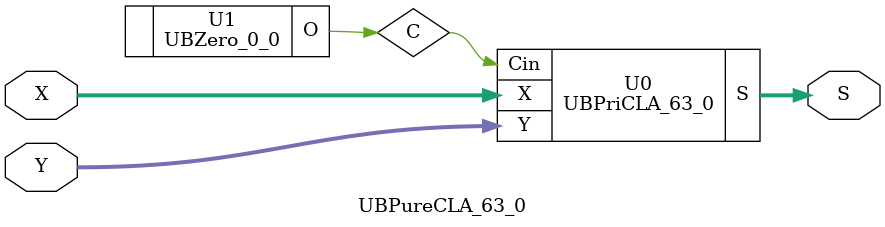
<source format=v>
/*----------------------------------------------------------------------------
  Copyright (c) 2021 Homma laboratory. All rights reserved.

  Top module: UBCLA_15_0_63_0

  Operand-1 length: 16
  Operand-2 length: 64
  Two-operand addition algorithm: Carry look-ahead adder
----------------------------------------------------------------------------*/

module UB1DCON_0(O, I);
  output O;
  input I;
  assign O = I;
endmodule

module UB1DCON_1(O, I);
  output O;
  input I;
  assign O = I;
endmodule

module UB1DCON_2(O, I);
  output O;
  input I;
  assign O = I;
endmodule

module UB1DCON_3(O, I);
  output O;
  input I;
  assign O = I;
endmodule

module UB1DCON_4(O, I);
  output O;
  input I;
  assign O = I;
endmodule

module UB1DCON_5(O, I);
  output O;
  input I;
  assign O = I;
endmodule

module UB1DCON_6(O, I);
  output O;
  input I;
  assign O = I;
endmodule

module UB1DCON_7(O, I);
  output O;
  input I;
  assign O = I;
endmodule

module UB1DCON_8(O, I);
  output O;
  input I;
  assign O = I;
endmodule

module UB1DCON_9(O, I);
  output O;
  input I;
  assign O = I;
endmodule

module UB1DCON_10(O, I);
  output O;
  input I;
  assign O = I;
endmodule

module UB1DCON_11(O, I);
  output O;
  input I;
  assign O = I;
endmodule

module UB1DCON_12(O, I);
  output O;
  input I;
  assign O = I;
endmodule

module UB1DCON_13(O, I);
  output O;
  input I;
  assign O = I;
endmodule

module UB1DCON_14(O, I);
  output O;
  input I;
  assign O = I;
endmodule

module UB1DCON_15(O, I);
  output O;
  input I;
  assign O = I;
endmodule

module UBZero_63_16(O);
  output [63:16] O;
  assign O[16] = 0;
  assign O[17] = 0;
  assign O[18] = 0;
  assign O[19] = 0;
  assign O[20] = 0;
  assign O[21] = 0;
  assign O[22] = 0;
  assign O[23] = 0;
  assign O[24] = 0;
  assign O[25] = 0;
  assign O[26] = 0;
  assign O[27] = 0;
  assign O[28] = 0;
  assign O[29] = 0;
  assign O[30] = 0;
  assign O[31] = 0;
  assign O[32] = 0;
  assign O[33] = 0;
  assign O[34] = 0;
  assign O[35] = 0;
  assign O[36] = 0;
  assign O[37] = 0;
  assign O[38] = 0;
  assign O[39] = 0;
  assign O[40] = 0;
  assign O[41] = 0;
  assign O[42] = 0;
  assign O[43] = 0;
  assign O[44] = 0;
  assign O[45] = 0;
  assign O[46] = 0;
  assign O[47] = 0;
  assign O[48] = 0;
  assign O[49] = 0;
  assign O[50] = 0;
  assign O[51] = 0;
  assign O[52] = 0;
  assign O[53] = 0;
  assign O[54] = 0;
  assign O[55] = 0;
  assign O[56] = 0;
  assign O[57] = 0;
  assign O[58] = 0;
  assign O[59] = 0;
  assign O[60] = 0;
  assign O[61] = 0;
  assign O[62] = 0;
  assign O[63] = 0;
endmodule

module GPGenerator(Go, Po, A, B);
  output Go;
  output Po;
  input A;
  input B;
  assign Go = A & B;
  assign Po = A ^ B;
endmodule

module CLAUnit_64(C, G, P, Cin);
  output [64:1] C;
  input Cin;
  input [63:0] G;
  input [63:0] P;
  assign C[1] = G[0] | ( P[0] & Cin );
  assign C[2] = G[1] | ( P[1] & G[0] ) | ( P[1] & P[0] & Cin );
  assign C[3] = G[2] | ( P[2] & G[1] ) | ( P[2] & P[1] & G[0] ) | ( P[2] & P[1] & P[0] & Cin );
  assign C[4] = G[3] | ( P[3] & G[2] ) | ( P[3] & P[2] & G[1] ) | ( P[3] & P[2] & P[1] & G[0] ) | ( P[3] & P[2] & P[1] & P[0] & Cin );
  assign C[5] = G[4] | ( P[4] & G[3] ) | ( P[4] & P[3] & G[2] ) | ( P[4] & P[3] & P[2] & G[1] ) | ( P[4] & P[3] & P[2] & P[1] & G[0] ) | ( P[4] & P[3] & P[2] & P[1] & P[0] & Cin );
  assign C[6] = G[5] | ( P[5] & G[4] ) | ( P[5] & P[4] & G[3] ) | ( P[5] & P[4] & P[3] & G[2] ) | ( P[5] & P[4] & P[3] & P[2] & G[1] ) | ( P[5] & P[4] & P[3] & P[2] & P[1] & G[0] ) | ( P[5] & P[4] & P[3]
 & P[2] & P[1] & P[0] & Cin );
  assign C[7] = G[6] | ( P[6] & G[5] ) | ( P[6] & P[5] & G[4] ) | ( P[6] & P[5] & P[4] & G[3] ) | ( P[6] & P[5] & P[4] & P[3] & G[2] ) | ( P[6] & P[5] & P[4] & P[3] & P[2] & G[1] ) | ( P[6] & P[5] & P[4]
 & P[3] & P[2] & P[1] & G[0] ) | ( P[6] & P[5] & P[4] & P[3] & P[2] & P[1] & P[0] & Cin );
  assign C[8] = G[7] | ( P[7] & G[6] ) | ( P[7] & P[6] & G[5] ) | ( P[7] & P[6] & P[5] & G[4] ) | ( P[7] & P[6] & P[5] & P[4] & G[3] ) | ( P[7] & P[6] & P[5] & P[4] & P[3] & G[2] ) | ( P[7] & P[6] & P[5]
 & P[4] & P[3] & P[2] & G[1] ) | ( P[7] & P[6] & P[5] & P[4] & P[3] & P[2] & P[1] & G[0] ) | ( P[7] & P[6] & P[5] & P[4] & P[3] & P[2] & P[1] & P[0] & Cin );
  assign C[9] = G[8] | ( P[8] & G[7] ) | ( P[8] & P[7] & G[6] ) | ( P[8] & P[7] & P[6] & G[5] ) | ( P[8] & P[7] & P[6] & P[5] & G[4] ) | ( P[8] & P[7] & P[6] & P[5] & P[4] & G[3] ) | ( P[8] & P[7] & P[6]
 & P[5] & P[4] & P[3] & G[2] ) | ( P[8] & P[7] & P[6] & P[5] & P[4] & P[3] & P[2] & G[1] ) | ( P[8] & P[7] & P[6] & P[5] & P[4] & P[3] & P[2] & P[1] & G[0] ) | ( P[8] & P[7] & P[6] & P[5] & P[4] & P[3]
 & P[2] & P[1] & P[0] & Cin );
  assign C[10] = G[9] | ( P[9] & G[8] ) | ( P[9] & P[8] & G[7] ) | ( P[9] & P[8] & P[7] & G[6] ) | ( P[9] & P[8] & P[7] & P[6] & G[5] ) | ( P[9] & P[8] & P[7] & P[6] & P[5] & G[4] ) | ( P[9] & P[8] & P[7]
 & P[6] & P[5] & P[4] & G[3] ) | ( P[9] & P[8] & P[7] & P[6] & P[5] & P[4] & P[3] & G[2] ) | ( P[9] & P[8] & P[7] & P[6] & P[5] & P[4] & P[3] & P[2] & G[1] ) | ( P[9] & P[8] & P[7] & P[6] & P[5] & P[4]
 & P[3] & P[2] & P[1] & G[0] ) | ( P[9] & P[8] & P[7] & P[6] & P[5] & P[4] & P[3] & P[2] & P[1] & P[0] & Cin );
  assign C[11] = G[10] | ( P[10] & G[9] ) | ( P[10] & P[9] & G[8] ) | ( P[10] & P[9] & P[8] & G[7] ) | ( P[10] & P[9] & P[8] & P[7] & G[6] ) | ( P[10] & P[9] & P[8] & P[7] & P[6] & G[5] ) | ( P[10] & P[9]
 & P[8] & P[7] & P[6] & P[5] & G[4] ) | ( P[10] & P[9] & P[8] & P[7] & P[6] & P[5] & P[4] & G[3] ) | ( P[10] & P[9] & P[8] & P[7] & P[6] & P[5] & P[4] & P[3] & G[2] ) | ( P[10] & P[9] & P[8] & P[7] & P[6]
 & P[5] & P[4] & P[3] & P[2] & G[1] ) | ( P[10] & P[9] & P[8] & P[7] & P[6] & P[5] & P[4] & P[3] & P[2] & P[1] & G[0] ) | ( P[10] & P[9] & P[8] & P[7] & P[6] & P[5] & P[4] & P[3] & P[2] & P[1] & P[0] &
 Cin );
  assign C[12] = G[11] | ( P[11] & G[10] ) | ( P[11] & P[10] & G[9] ) | ( P[11] & P[10] & P[9] & G[8] ) | ( P[11] & P[10] & P[9] & P[8] & G[7] ) | ( P[11] & P[10] & P[9] & P[8] & P[7] & G[6] ) | ( P[11]
 & P[10] & P[9] & P[8] & P[7] & P[6] & G[5] ) | ( P[11] & P[10] & P[9] & P[8] & P[7] & P[6] & P[5] & G[4] ) | ( P[11] & P[10] & P[9] & P[8] & P[7] & P[6] & P[5] & P[4] & G[3] ) | ( P[11] & P[10] & P[9]
 & P[8] & P[7] & P[6] & P[5] & P[4] & P[3] & G[2] ) | ( P[11] & P[10] & P[9] & P[8] & P[7] & P[6] & P[5] & P[4] & P[3] & P[2] & G[1] ) | ( P[11] & P[10] & P[9] & P[8] & P[7] & P[6] & P[5] & P[4] & P[3]
 & P[2] & P[1] & G[0] ) | ( P[11] & P[10] & P[9] & P[8] & P[7] & P[6] & P[5] & P[4] & P[3] & P[2] & P[1] & P[0] & Cin );
  assign C[13] = G[12] | ( P[12] & G[11] ) | ( P[12] & P[11] & G[10] ) | ( P[12] & P[11] & P[10] & G[9] ) | ( P[12] & P[11] & P[10] & P[9] & G[8] ) | ( P[12] & P[11] & P[10] & P[9] & P[8] & G[7] ) | ( P[12]
 & P[11] & P[10] & P[9] & P[8] & P[7] & G[6] ) | ( P[12] & P[11] & P[10] & P[9] & P[8] & P[7] & P[6] & G[5] ) | ( P[12] & P[11] & P[10] & P[9] & P[8] & P[7] & P[6] & P[5] & G[4] ) | ( P[12] & P[11] & P[10]
 & P[9] & P[8] & P[7] & P[6] & P[5] & P[4] & G[3] ) | ( P[12] & P[11] & P[10] & P[9] & P[8] & P[7] & P[6] & P[5] & P[4] & P[3] & G[2] ) | ( P[12] & P[11] & P[10] & P[9] & P[8] & P[7] & P[6] & P[5] & P[4]
 & P[3] & P[2] & G[1] ) | ( P[12] & P[11] & P[10] & P[9] & P[8] & P[7] & P[6] & P[5] & P[4] & P[3] & P[2] & P[1] & G[0] ) | ( P[12] & P[11] & P[10] & P[9] & P[8] & P[7] & P[6] & P[5] & P[4] & P[3] & P[2]
 & P[1] & P[0] & Cin );
  assign C[14] = G[13] | ( P[13] & G[12] ) | ( P[13] & P[12] & G[11] ) | ( P[13] & P[12] & P[11] & G[10] ) | ( P[13] & P[12] & P[11] & P[10] & G[9] ) | ( P[13] & P[12] & P[11] & P[10] & P[9] & G[8] ) |
 ( P[13] & P[12] & P[11] & P[10] & P[9] & P[8] & G[7] ) | ( P[13] & P[12] & P[11] & P[10] & P[9] & P[8] & P[7] & G[6] ) | ( P[13] & P[12] & P[11] & P[10] & P[9] & P[8] & P[7] & P[6] & G[5] ) | ( P[13] &
 P[12] & P[11] & P[10] & P[9] & P[8] & P[7] & P[6] & P[5] & G[4] ) | ( P[13] & P[12] & P[11] & P[10] & P[9] & P[8] & P[7] & P[6] & P[5] & P[4] & G[3] ) | ( P[13] & P[12] & P[11] & P[10] & P[9] & P[8] &
 P[7] & P[6] & P[5] & P[4] & P[3] & G[2] ) | ( P[13] & P[12] & P[11] & P[10] & P[9] & P[8] & P[7] & P[6] & P[5] & P[4] & P[3] & P[2] & G[1] ) | ( P[13] & P[12] & P[11] & P[10] & P[9] & P[8] & P[7] & P[6]
 & P[5] & P[4] & P[3] & P[2] & P[1] & G[0] ) | ( P[13] & P[12] & P[11] & P[10] & P[9] & P[8] & P[7] & P[6] & P[5] & P[4] & P[3] & P[2] & P[1] & P[0] & Cin );
  assign C[15] = G[14] | ( P[14] & G[13] ) | ( P[14] & P[13] & G[12] ) | ( P[14] & P[13] & P[12] & G[11] ) | ( P[14] & P[13] & P[12] & P[11] & G[10] ) | ( P[14] & P[13] & P[12] & P[11] & P[10] & G[9] )
 | ( P[14] & P[13] & P[12] & P[11] & P[10] & P[9] & G[8] ) | ( P[14] & P[13] & P[12] & P[11] & P[10] & P[9] & P[8] & G[7] ) | ( P[14] & P[13] & P[12] & P[11] & P[10] & P[9] & P[8] & P[7] & G[6] ) | ( P[14]
 & P[13] & P[12] & P[11] & P[10] & P[9] & P[8] & P[7] & P[6] & G[5] ) | ( P[14] & P[13] & P[12] & P[11] & P[10] & P[9] & P[8] & P[7] & P[6] & P[5] & G[4] ) | ( P[14] & P[13] & P[12] & P[11] & P[10] & P[9]
 & P[8] & P[7] & P[6] & P[5] & P[4] & G[3] ) | ( P[14] & P[13] & P[12] & P[11] & P[10] & P[9] & P[8] & P[7] & P[6] & P[5] & P[4] & P[3] & G[2] ) | ( P[14] & P[13] & P[12] & P[11] & P[10] & P[9] & P[8] &
 P[7] & P[6] & P[5] & P[4] & P[3] & P[2] & G[1] ) | ( P[14] & P[13] & P[12] & P[11] & P[10] & P[9] & P[8] & P[7] & P[6] & P[5] & P[4] & P[3] & P[2] & P[1] & G[0] ) | ( P[14] & P[13] & P[12] & P[11] & P[10]
 & P[9] & P[8] & P[7] & P[6] & P[5] & P[4] & P[3] & P[2] & P[1] & P[0] & Cin );
  assign C[16] = G[15] | ( P[15] & G[14] ) | ( P[15] & P[14] & G[13] ) | ( P[15] & P[14] & P[13] & G[12] ) | ( P[15] & P[14] & P[13] & P[12] & G[11] ) | ( P[15] & P[14] & P[13] & P[12] & P[11] & G[10] )
 | ( P[15] & P[14] & P[13] & P[12] & P[11] & P[10] & G[9] ) | ( P[15] & P[14] & P[13] & P[12] & P[11] & P[10] & P[9] & G[8] ) | ( P[15] & P[14] & P[13] & P[12] & P[11] & P[10] & P[9] & P[8] & G[7] ) | (
 P[15] & P[14] & P[13] & P[12] & P[11] & P[10] & P[9] & P[8] & P[7] & G[6] ) | ( P[15] & P[14] & P[13] & P[12] & P[11] & P[10] & P[9] & P[8] & P[7] & P[6] & G[5] ) | ( P[15] & P[14] & P[13] & P[12] & P[11]
 & P[10] & P[9] & P[8] & P[7] & P[6] & P[5] & G[4] ) | ( P[15] & P[14] & P[13] & P[12] & P[11] & P[10] & P[9] & P[8] & P[7] & P[6] & P[5] & P[4] & G[3] ) | ( P[15] & P[14] & P[13] & P[12] & P[11] & P[10]
 & P[9] & P[8] & P[7] & P[6] & P[5] & P[4] & P[3] & G[2] ) | ( P[15] & P[14] & P[13] & P[12] & P[11] & P[10] & P[9] & P[8] & P[7] & P[6] & P[5] & P[4] & P[3] & P[2] & G[1] ) | ( P[15] & P[14] & P[13] &
 P[12] & P[11] & P[10] & P[9] & P[8] & P[7] & P[6] & P[5] & P[4] & P[3] & P[2] & P[1] & G[0] ) | ( P[15] & P[14] & P[13] & P[12] & P[11] & P[10] & P[9] & P[8] & P[7] & P[6] & P[5] & P[4] & P[3] & P[2] &
 P[1] & P[0] & Cin );
  assign C[17] = G[16] | ( P[16] & G[15] ) | ( P[16] & P[15] & G[14] ) | ( P[16] & P[15] & P[14] & G[13] ) | ( P[16] & P[15] & P[14] & P[13] & G[12] ) | ( P[16] & P[15] & P[14] & P[13] & P[12] & G[11] )
 | ( P[16] & P[15] & P[14] & P[13] & P[12] & P[11] & G[10] ) | ( P[16] & P[15] & P[14] & P[13] & P[12] & P[11] & P[10] & G[9] ) | ( P[16] & P[15] & P[14] & P[13] & P[12] & P[11] & P[10] & P[9] & G[8] )
 | ( P[16] & P[15] & P[14] & P[13] & P[12] & P[11] & P[10] & P[9] & P[8] & G[7] ) | ( P[16] & P[15] & P[14] & P[13] & P[12] & P[11] & P[10] & P[9] & P[8] & P[7] & G[6] ) | ( P[16] & P[15] & P[14] & P[13]
 & P[12] & P[11] & P[10] & P[9] & P[8] & P[7] & P[6] & G[5] ) | ( P[16] & P[15] & P[14] & P[13] & P[12] & P[11] & P[10] & P[9] & P[8] & P[7] & P[6] & P[5] & G[4] ) | ( P[16] & P[15] & P[14] & P[13] & P[12]
 & P[11] & P[10] & P[9] & P[8] & P[7] & P[6] & P[5] & P[4] & G[3] ) | ( P[16] & P[15] & P[14] & P[13] & P[12] & P[11] & P[10] & P[9] & P[8] & P[7] & P[6] & P[5] & P[4] & P[3] & G[2] ) | ( P[16] & P[15]
 & P[14] & P[13] & P[12] & P[11] & P[10] & P[9] & P[8] & P[7] & P[6] & P[5] & P[4] & P[3] & P[2] & G[1] ) | ( P[16] & P[15] & P[14] & P[13] & P[12] & P[11] & P[10] & P[9] & P[8] & P[7] & P[6] & P[5] & P[4]
 & P[3] & P[2] & P[1] & G[0] ) | ( P[16] & P[15] & P[14] & P[13] & P[12] & P[11] & P[10] & P[9] & P[8] & P[7] & P[6] & P[5] & P[4] & P[3] & P[2] & P[1] & P[0] & Cin );
  assign C[18] = G[17] | ( P[17] & G[16] ) | ( P[17] & P[16] & G[15] ) | ( P[17] & P[16] & P[15] & G[14] ) | ( P[17] & P[16] & P[15] & P[14] & G[13] ) | ( P[17] & P[16] & P[15] & P[14] & P[13] & G[12] )
 | ( P[17] & P[16] & P[15] & P[14] & P[13] & P[12] & G[11] ) | ( P[17] & P[16] & P[15] & P[14] & P[13] & P[12] & P[11] & G[10] ) | ( P[17] & P[16] & P[15] & P[14] & P[13] & P[12] & P[11] & P[10] & G[9]
 ) | ( P[17] & P[16] & P[15] & P[14] & P[13] & P[12] & P[11] & P[10] & P[9] & G[8] ) | ( P[17] & P[16] & P[15] & P[14] & P[13] & P[12] & P[11] & P[10] & P[9] & P[8] & G[7] ) | ( P[17] & P[16] & P[15] &
 P[14] & P[13] & P[12] & P[11] & P[10] & P[9] & P[8] & P[7] & G[6] ) | ( P[17] & P[16] & P[15] & P[14] & P[13] & P[12] & P[11] & P[10] & P[9] & P[8] & P[7] & P[6] & G[5] ) | ( P[17] & P[16] & P[15] & P[14]
 & P[13] & P[12] & P[11] & P[10] & P[9] & P[8] & P[7] & P[6] & P[5] & G[4] ) | ( P[17] & P[16] & P[15] & P[14] & P[13] & P[12] & P[11] & P[10] & P[9] & P[8] & P[7] & P[6] & P[5] & P[4] & G[3] ) | ( P[17]
 & P[16] & P[15] & P[14] & P[13] & P[12] & P[11] & P[10] & P[9] & P[8] & P[7] & P[6] & P[5] & P[4] & P[3] & G[2] ) | ( P[17] & P[16] & P[15] & P[14] & P[13] & P[12] & P[11] & P[10] & P[9] & P[8] & P[7]
 & P[6] & P[5] & P[4] & P[3] & P[2] & G[1] ) | ( P[17] & P[16] & P[15] & P[14] & P[13] & P[12] & P[11] & P[10] & P[9] & P[8] & P[7] & P[6] & P[5] & P[4] & P[3] & P[2] & P[1] & G[0] ) | ( P[17] & P[16] &
 P[15] & P[14] & P[13] & P[12] & P[11] & P[10] & P[9] & P[8] & P[7] & P[6] & P[5] & P[4] & P[3] & P[2] & P[1] & P[0] & Cin );
  assign C[19] = G[18] | ( P[18] & G[17] ) | ( P[18] & P[17] & G[16] ) | ( P[18] & P[17] & P[16] & G[15] ) | ( P[18] & P[17] & P[16] & P[15] & G[14] ) | ( P[18] & P[17] & P[16] & P[15] & P[14] & G[13] )
 | ( P[18] & P[17] & P[16] & P[15] & P[14] & P[13] & G[12] ) | ( P[18] & P[17] & P[16] & P[15] & P[14] & P[13] & P[12] & G[11] ) | ( P[18] & P[17] & P[16] & P[15] & P[14] & P[13] & P[12] & P[11] & G[10]
 ) | ( P[18] & P[17] & P[16] & P[15] & P[14] & P[13] & P[12] & P[11] & P[10] & G[9] ) | ( P[18] & P[17] & P[16] & P[15] & P[14] & P[13] & P[12] & P[11] & P[10] & P[9] & G[8] ) | ( P[18] & P[17] & P[16]
 & P[15] & P[14] & P[13] & P[12] & P[11] & P[10] & P[9] & P[8] & G[7] ) | ( P[18] & P[17] & P[16] & P[15] & P[14] & P[13] & P[12] & P[11] & P[10] & P[9] & P[8] & P[7] & G[6] ) | ( P[18] & P[17] & P[16]
 & P[15] & P[14] & P[13] & P[12] & P[11] & P[10] & P[9] & P[8] & P[7] & P[6] & G[5] ) | ( P[18] & P[17] & P[16] & P[15] & P[14] & P[13] & P[12] & P[11] & P[10] & P[9] & P[8] & P[7] & P[6] & P[5] & G[4]
 ) | ( P[18] & P[17] & P[16] & P[15] & P[14] & P[13] & P[12] & P[11] & P[10] & P[9] & P[8] & P[7] & P[6] & P[5] & P[4] & G[3] ) | ( P[18] & P[17] & P[16] & P[15] & P[14] & P[13] & P[12] & P[11] & P[10]
 & P[9] & P[8] & P[7] & P[6] & P[5] & P[4] & P[3] & G[2] ) | ( P[18] & P[17] & P[16] & P[15] & P[14] & P[13] & P[12] & P[11] & P[10] & P[9] & P[8] & P[7] & P[6] & P[5] & P[4] & P[3] & P[2] & G[1] ) | (
 P[18] & P[17] & P[16] & P[15] & P[14] & P[13] & P[12] & P[11] & P[10] & P[9] & P[8] & P[7] & P[6] & P[5] & P[4] & P[3] & P[2] & P[1] & G[0] ) | ( P[18] & P[17] & P[16] & P[15] & P[14] & P[13] & P[12] &
 P[11] & P[10] & P[9] & P[8] & P[7] & P[6] & P[5] & P[4] & P[3] & P[2] & P[1] & P[0] & Cin );
  assign C[20] = G[19] | ( P[19] & G[18] ) | ( P[19] & P[18] & G[17] ) | ( P[19] & P[18] & P[17] & G[16] ) | ( P[19] & P[18] & P[17] & P[16] & G[15] ) | ( P[19] & P[18] & P[17] & P[16] & P[15] & G[14] )
 | ( P[19] & P[18] & P[17] & P[16] & P[15] & P[14] & G[13] ) | ( P[19] & P[18] & P[17] & P[16] & P[15] & P[14] & P[13] & G[12] ) | ( P[19] & P[18] & P[17] & P[16] & P[15] & P[14] & P[13] & P[12] & G[11]
 ) | ( P[19] & P[18] & P[17] & P[16] & P[15] & P[14] & P[13] & P[12] & P[11] & G[10] ) | ( P[19] & P[18] & P[17] & P[16] & P[15] & P[14] & P[13] & P[12] & P[11] & P[10] & G[9] ) | ( P[19] & P[18] & P[17]
 & P[16] & P[15] & P[14] & P[13] & P[12] & P[11] & P[10] & P[9] & G[8] ) | ( P[19] & P[18] & P[17] & P[16] & P[15] & P[14] & P[13] & P[12] & P[11] & P[10] & P[9] & P[8] & G[7] ) | ( P[19] & P[18] & P[17]
 & P[16] & P[15] & P[14] & P[13] & P[12] & P[11] & P[10] & P[9] & P[8] & P[7] & G[6] ) | ( P[19] & P[18] & P[17] & P[16] & P[15] & P[14] & P[13] & P[12] & P[11] & P[10] & P[9] & P[8] & P[7] & P[6] & G[5]
 ) | ( P[19] & P[18] & P[17] & P[16] & P[15] & P[14] & P[13] & P[12] & P[11] & P[10] & P[9] & P[8] & P[7] & P[6] & P[5] & G[4] ) | ( P[19] & P[18] & P[17] & P[16] & P[15] & P[14] & P[13] & P[12] & P[11]
 & P[10] & P[9] & P[8] & P[7] & P[6] & P[5] & P[4] & G[3] ) | ( P[19] & P[18] & P[17] & P[16] & P[15] & P[14] & P[13] & P[12] & P[11] & P[10] & P[9] & P[8] & P[7] & P[6] & P[5] & P[4] & P[3] & G[2] ) |
 ( P[19] & P[18] & P[17] & P[16] & P[15] & P[14] & P[13] & P[12] & P[11] & P[10] & P[9] & P[8] & P[7] & P[6] & P[5] & P[4] & P[3] & P[2] & G[1] ) | ( P[19] & P[18] & P[17] & P[16] & P[15] & P[14] & P[13]
 & P[12] & P[11] & P[10] & P[9] & P[8] & P[7] & P[6] & P[5] & P[4] & P[3] & P[2] & P[1] & G[0] ) | ( P[19] & P[18] & P[17] & P[16] & P[15] & P[14] & P[13] & P[12] & P[11] & P[10] & P[9] & P[8] & P[7] &
 P[6] & P[5] & P[4] & P[3] & P[2] & P[1] & P[0] & Cin );
  assign C[21] = G[20] | ( P[20] & G[19] ) | ( P[20] & P[19] & G[18] ) | ( P[20] & P[19] & P[18] & G[17] ) | ( P[20] & P[19] & P[18] & P[17] & G[16] ) | ( P[20] & P[19] & P[18] & P[17] & P[16] & G[15] )
 | ( P[20] & P[19] & P[18] & P[17] & P[16] & P[15] & G[14] ) | ( P[20] & P[19] & P[18] & P[17] & P[16] & P[15] & P[14] & G[13] ) | ( P[20] & P[19] & P[18] & P[17] & P[16] & P[15] & P[14] & P[13] & G[12]
 ) | ( P[20] & P[19] & P[18] & P[17] & P[16] & P[15] & P[14] & P[13] & P[12] & G[11] ) | ( P[20] & P[19] & P[18] & P[17] & P[16] & P[15] & P[14] & P[13] & P[12] & P[11] & G[10] ) | ( P[20] & P[19] & P[18]
 & P[17] & P[16] & P[15] & P[14] & P[13] & P[12] & P[11] & P[10] & G[9] ) | ( P[20] & P[19] & P[18] & P[17] & P[16] & P[15] & P[14] & P[13] & P[12] & P[11] & P[10] & P[9] & G[8] ) | ( P[20] & P[19] & P[18]
 & P[17] & P[16] & P[15] & P[14] & P[13] & P[12] & P[11] & P[10] & P[9] & P[8] & G[7] ) | ( P[20] & P[19] & P[18] & P[17] & P[16] & P[15] & P[14] & P[13] & P[12] & P[11] & P[10] & P[9] & P[8] & P[7] & G[6]
 ) | ( P[20] & P[19] & P[18] & P[17] & P[16] & P[15] & P[14] & P[13] & P[12] & P[11] & P[10] & P[9] & P[8] & P[7] & P[6] & G[5] ) | ( P[20] & P[19] & P[18] & P[17] & P[16] & P[15] & P[14] & P[13] & P[12]
 & P[11] & P[10] & P[9] & P[8] & P[7] & P[6] & P[5] & G[4] ) | ( P[20] & P[19] & P[18] & P[17] & P[16] & P[15] & P[14] & P[13] & P[12] & P[11] & P[10] & P[9] & P[8] & P[7] & P[6] & P[5] & P[4] & G[3] )
 | ( P[20] & P[19] & P[18] & P[17] & P[16] & P[15] & P[14] & P[13] & P[12] & P[11] & P[10] & P[9] & P[8] & P[7] & P[6] & P[5] & P[4] & P[3] & G[2] ) | ( P[20] & P[19] & P[18] & P[17] & P[16] & P[15] & P[14]
 & P[13] & P[12] & P[11] & P[10] & P[9] & P[8] & P[7] & P[6] & P[5] & P[4] & P[3] & P[2] & G[1] ) | ( P[20] & P[19] & P[18] & P[17] & P[16] & P[15] & P[14] & P[13] & P[12] & P[11] & P[10] & P[9] & P[8]
 & P[7] & P[6] & P[5] & P[4] & P[3] & P[2] & P[1] & G[0] ) | ( P[20] & P[19] & P[18] & P[17] & P[16] & P[15] & P[14] & P[13] & P[12] & P[11] & P[10] & P[9] & P[8] & P[7] & P[6] & P[5] & P[4] & P[3] & P[2]
 & P[1] & P[0] & Cin );
  assign C[22] = G[21] | ( P[21] & G[20] ) | ( P[21] & P[20] & G[19] ) | ( P[21] & P[20] & P[19] & G[18] ) | ( P[21] & P[20] & P[19] & P[18] & G[17] ) | ( P[21] & P[20] & P[19] & P[18] & P[17] & G[16] )
 | ( P[21] & P[20] & P[19] & P[18] & P[17] & P[16] & G[15] ) | ( P[21] & P[20] & P[19] & P[18] & P[17] & P[16] & P[15] & G[14] ) | ( P[21] & P[20] & P[19] & P[18] & P[17] & P[16] & P[15] & P[14] & G[13]
 ) | ( P[21] & P[20] & P[19] & P[18] & P[17] & P[16] & P[15] & P[14] & P[13] & G[12] ) | ( P[21] & P[20] & P[19] & P[18] & P[17] & P[16] & P[15] & P[14] & P[13] & P[12] & G[11] ) | ( P[21] & P[20] & P[19]
 & P[18] & P[17] & P[16] & P[15] & P[14] & P[13] & P[12] & P[11] & G[10] ) | ( P[21] & P[20] & P[19] & P[18] & P[17] & P[16] & P[15] & P[14] & P[13] & P[12] & P[11] & P[10] & G[9] ) | ( P[21] & P[20] &
 P[19] & P[18] & P[17] & P[16] & P[15] & P[14] & P[13] & P[12] & P[11] & P[10] & P[9] & G[8] ) | ( P[21] & P[20] & P[19] & P[18] & P[17] & P[16] & P[15] & P[14] & P[13] & P[12] & P[11] & P[10] & P[9] &
 P[8] & G[7] ) | ( P[21] & P[20] & P[19] & P[18] & P[17] & P[16] & P[15] & P[14] & P[13] & P[12] & P[11] & P[10] & P[9] & P[8] & P[7] & G[6] ) | ( P[21] & P[20] & P[19] & P[18] & P[17] & P[16] & P[15] &
 P[14] & P[13] & P[12] & P[11] & P[10] & P[9] & P[8] & P[7] & P[6] & G[5] ) | ( P[21] & P[20] & P[19] & P[18] & P[17] & P[16] & P[15] & P[14] & P[13] & P[12] & P[11] & P[10] & P[9] & P[8] & P[7] & P[6]
 & P[5] & G[4] ) | ( P[21] & P[20] & P[19] & P[18] & P[17] & P[16] & P[15] & P[14] & P[13] & P[12] & P[11] & P[10] & P[9] & P[8] & P[7] & P[6] & P[5] & P[4] & G[3] ) | ( P[21] & P[20] & P[19] & P[18] &
 P[17] & P[16] & P[15] & P[14] & P[13] & P[12] & P[11] & P[10] & P[9] & P[8] & P[7] & P[6] & P[5] & P[4] & P[3] & G[2] ) | ( P[21] & P[20] & P[19] & P[18] & P[17] & P[16] & P[15] & P[14] & P[13] & P[12]
 & P[11] & P[10] & P[9] & P[8] & P[7] & P[6] & P[5] & P[4] & P[3] & P[2] & G[1] ) | ( P[21] & P[20] & P[19] & P[18] & P[17] & P[16] & P[15] & P[14] & P[13] & P[12] & P[11] & P[10] & P[9] & P[8] & P[7] &
 P[6] & P[5] & P[4] & P[3] & P[2] & P[1] & G[0] ) | ( P[21] & P[20] & P[19] & P[18] & P[17] & P[16] & P[15] & P[14] & P[13] & P[12] & P[11] & P[10] & P[9] & P[8] & P[7] & P[6] & P[5] & P[4] & P[3] & P[2]
 & P[1] & P[0] & Cin );
  assign C[23] = G[22] | ( P[22] & G[21] ) | ( P[22] & P[21] & G[20] ) | ( P[22] & P[21] & P[20] & G[19] ) | ( P[22] & P[21] & P[20] & P[19] & G[18] ) | ( P[22] & P[21] & P[20] & P[19] & P[18] & G[17] )
 | ( P[22] & P[21] & P[20] & P[19] & P[18] & P[17] & G[16] ) | ( P[22] & P[21] & P[20] & P[19] & P[18] & P[17] & P[16] & G[15] ) | ( P[22] & P[21] & P[20] & P[19] & P[18] & P[17] & P[16] & P[15] & G[14]
 ) | ( P[22] & P[21] & P[20] & P[19] & P[18] & P[17] & P[16] & P[15] & P[14] & G[13] ) | ( P[22] & P[21] & P[20] & P[19] & P[18] & P[17] & P[16] & P[15] & P[14] & P[13] & G[12] ) | ( P[22] & P[21] & P[20]
 & P[19] & P[18] & P[17] & P[16] & P[15] & P[14] & P[13] & P[12] & G[11] ) | ( P[22] & P[21] & P[20] & P[19] & P[18] & P[17] & P[16] & P[15] & P[14] & P[13] & P[12] & P[11] & G[10] ) | ( P[22] & P[21] &
 P[20] & P[19] & P[18] & P[17] & P[16] & P[15] & P[14] & P[13] & P[12] & P[11] & P[10] & G[9] ) | ( P[22] & P[21] & P[20] & P[19] & P[18] & P[17] & P[16] & P[15] & P[14] & P[13] & P[12] & P[11] & P[10]
 & P[9] & G[8] ) | ( P[22] & P[21] & P[20] & P[19] & P[18] & P[17] & P[16] & P[15] & P[14] & P[13] & P[12] & P[11] & P[10] & P[9] & P[8] & G[7] ) | ( P[22] & P[21] & P[20] & P[19] & P[18] & P[17] & P[16]
 & P[15] & P[14] & P[13] & P[12] & P[11] & P[10] & P[9] & P[8] & P[7] & G[6] ) | ( P[22] & P[21] & P[20] & P[19] & P[18] & P[17] & P[16] & P[15] & P[14] & P[13] & P[12] & P[11] & P[10] & P[9] & P[8] & P[7]
 & P[6] & G[5] ) | ( P[22] & P[21] & P[20] & P[19] & P[18] & P[17] & P[16] & P[15] & P[14] & P[13] & P[12] & P[11] & P[10] & P[9] & P[8] & P[7] & P[6] & P[5] & G[4] ) | ( P[22] & P[21] & P[20] & P[19] &
 P[18] & P[17] & P[16] & P[15] & P[14] & P[13] & P[12] & P[11] & P[10] & P[9] & P[8] & P[7] & P[6] & P[5] & P[4] & G[3] ) | ( P[22] & P[21] & P[20] & P[19] & P[18] & P[17] & P[16] & P[15] & P[14] & P[13]
 & P[12] & P[11] & P[10] & P[9] & P[8] & P[7] & P[6] & P[5] & P[4] & P[3] & G[2] ) | ( P[22] & P[21] & P[20] & P[19] & P[18] & P[17] & P[16] & P[15] & P[14] & P[13] & P[12] & P[11] & P[10] & P[9] & P[8]
 & P[7] & P[6] & P[5] & P[4] & P[3] & P[2] & G[1] ) | ( P[22] & P[21] & P[20] & P[19] & P[18] & P[17] & P[16] & P[15] & P[14] & P[13] & P[12] & P[11] & P[10] & P[9] & P[8] & P[7] & P[6] & P[5] & P[4] &
 P[3] & P[2] & P[1] & G[0] ) | ( P[22] & P[21] & P[20] & P[19] & P[18] & P[17] & P[16] & P[15] & P[14] & P[13] & P[12] & P[11] & P[10] & P[9] & P[8] & P[7] & P[6] & P[5] & P[4] & P[3] & P[2] & P[1] & P[0]
 & Cin );
  assign C[24] = G[23] | ( P[23] & G[22] ) | ( P[23] & P[22] & G[21] ) | ( P[23] & P[22] & P[21] & G[20] ) | ( P[23] & P[22] & P[21] & P[20] & G[19] ) | ( P[23] & P[22] & P[21] & P[20] & P[19] & G[18] )
 | ( P[23] & P[22] & P[21] & P[20] & P[19] & P[18] & G[17] ) | ( P[23] & P[22] & P[21] & P[20] & P[19] & P[18] & P[17] & G[16] ) | ( P[23] & P[22] & P[21] & P[20] & P[19] & P[18] & P[17] & P[16] & G[15]
 ) | ( P[23] & P[22] & P[21] & P[20] & P[19] & P[18] & P[17] & P[16] & P[15] & G[14] ) | ( P[23] & P[22] & P[21] & P[20] & P[19] & P[18] & P[17] & P[16] & P[15] & P[14] & G[13] ) | ( P[23] & P[22] & P[21]
 & P[20] & P[19] & P[18] & P[17] & P[16] & P[15] & P[14] & P[13] & G[12] ) | ( P[23] & P[22] & P[21] & P[20] & P[19] & P[18] & P[17] & P[16] & P[15] & P[14] & P[13] & P[12] & G[11] ) | ( P[23] & P[22] &
 P[21] & P[20] & P[19] & P[18] & P[17] & P[16] & P[15] & P[14] & P[13] & P[12] & P[11] & G[10] ) | ( P[23] & P[22] & P[21] & P[20] & P[19] & P[18] & P[17] & P[16] & P[15] & P[14] & P[13] & P[12] & P[11]
 & P[10] & G[9] ) | ( P[23] & P[22] & P[21] & P[20] & P[19] & P[18] & P[17] & P[16] & P[15] & P[14] & P[13] & P[12] & P[11] & P[10] & P[9] & G[8] ) | ( P[23] & P[22] & P[21] & P[20] & P[19] & P[18] & P[17]
 & P[16] & P[15] & P[14] & P[13] & P[12] & P[11] & P[10] & P[9] & P[8] & G[7] ) | ( P[23] & P[22] & P[21] & P[20] & P[19] & P[18] & P[17] & P[16] & P[15] & P[14] & P[13] & P[12] & P[11] & P[10] & P[9] &
 P[8] & P[7] & G[6] ) | ( P[23] & P[22] & P[21] & P[20] & P[19] & P[18] & P[17] & P[16] & P[15] & P[14] & P[13] & P[12] & P[11] & P[10] & P[9] & P[8] & P[7] & P[6] & G[5] ) | ( P[23] & P[22] & P[21] & P[20]
 & P[19] & P[18] & P[17] & P[16] & P[15] & P[14] & P[13] & P[12] & P[11] & P[10] & P[9] & P[8] & P[7] & P[6] & P[5] & G[4] ) | ( P[23] & P[22] & P[21] & P[20] & P[19] & P[18] & P[17] & P[16] & P[15] & P[14]
 & P[13] & P[12] & P[11] & P[10] & P[9] & P[8] & P[7] & P[6] & P[5] & P[4] & G[3] ) | ( P[23] & P[22] & P[21] & P[20] & P[19] & P[18] & P[17] & P[16] & P[15] & P[14] & P[13] & P[12] & P[11] & P[10] & P[9]
 & P[8] & P[7] & P[6] & P[5] & P[4] & P[3] & G[2] ) | ( P[23] & P[22] & P[21] & P[20] & P[19] & P[18] & P[17] & P[16] & P[15] & P[14] & P[13] & P[12] & P[11] & P[10] & P[9] & P[8] & P[7] & P[6] & P[5] &
 P[4] & P[3] & P[2] & G[1] ) | ( P[23] & P[22] & P[21] & P[20] & P[19] & P[18] & P[17] & P[16] & P[15] & P[14] & P[13] & P[12] & P[11] & P[10] & P[9] & P[8] & P[7] & P[6] & P[5] & P[4] & P[3] & P[2] & P[1]
 & G[0] ) | ( P[23] & P[22] & P[21] & P[20] & P[19] & P[18] & P[17] & P[16] & P[15] & P[14] & P[13] & P[12] & P[11] & P[10] & P[9] & P[8] & P[7] & P[6] & P[5] & P[4] & P[3] & P[2] & P[1] & P[0] & Cin );
  assign C[25] = G[24] | ( P[24] & G[23] ) | ( P[24] & P[23] & G[22] ) | ( P[24] & P[23] & P[22] & G[21] ) | ( P[24] & P[23] & P[22] & P[21] & G[20] ) | ( P[24] & P[23] & P[22] & P[21] & P[20] & G[19] )
 | ( P[24] & P[23] & P[22] & P[21] & P[20] & P[19] & G[18] ) | ( P[24] & P[23] & P[22] & P[21] & P[20] & P[19] & P[18] & G[17] ) | ( P[24] & P[23] & P[22] & P[21] & P[20] & P[19] & P[18] & P[17] & G[16]
 ) | ( P[24] & P[23] & P[22] & P[21] & P[20] & P[19] & P[18] & P[17] & P[16] & G[15] ) | ( P[24] & P[23] & P[22] & P[21] & P[20] & P[19] & P[18] & P[17] & P[16] & P[15] & G[14] ) | ( P[24] & P[23] & P[22]
 & P[21] & P[20] & P[19] & P[18] & P[17] & P[16] & P[15] & P[14] & G[13] ) | ( P[24] & P[23] & P[22] & P[21] & P[20] & P[19] & P[18] & P[17] & P[16] & P[15] & P[14] & P[13] & G[12] ) | ( P[24] & P[23] &
 P[22] & P[21] & P[20] & P[19] & P[18] & P[17] & P[16] & P[15] & P[14] & P[13] & P[12] & G[11] ) | ( P[24] & P[23] & P[22] & P[21] & P[20] & P[19] & P[18] & P[17] & P[16] & P[15] & P[14] & P[13] & P[12]
 & P[11] & G[10] ) | ( P[24] & P[23] & P[22] & P[21] & P[20] & P[19] & P[18] & P[17] & P[16] & P[15] & P[14] & P[13] & P[12] & P[11] & P[10] & G[9] ) | ( P[24] & P[23] & P[22] & P[21] & P[20] & P[19] &
 P[18] & P[17] & P[16] & P[15] & P[14] & P[13] & P[12] & P[11] & P[10] & P[9] & G[8] ) | ( P[24] & P[23] & P[22] & P[21] & P[20] & P[19] & P[18] & P[17] & P[16] & P[15] & P[14] & P[13] & P[12] & P[11] &
 P[10] & P[9] & P[8] & G[7] ) | ( P[24] & P[23] & P[22] & P[21] & P[20] & P[19] & P[18] & P[17] & P[16] & P[15] & P[14] & P[13] & P[12] & P[11] & P[10] & P[9] & P[8] & P[7] & G[6] ) | ( P[24] & P[23] &
 P[22] & P[21] & P[20] & P[19] & P[18] & P[17] & P[16] & P[15] & P[14] & P[13] & P[12] & P[11] & P[10] & P[9] & P[8] & P[7] & P[6] & G[5] ) | ( P[24] & P[23] & P[22] & P[21] & P[20] & P[19] & P[18] & P[17]
 & P[16] & P[15] & P[14] & P[13] & P[12] & P[11] & P[10] & P[9] & P[8] & P[7] & P[6] & P[5] & G[4] ) | ( P[24] & P[23] & P[22] & P[21] & P[20] & P[19] & P[18] & P[17] & P[16] & P[15] & P[14] & P[13] & P[12]
 & P[11] & P[10] & P[9] & P[8] & P[7] & P[6] & P[5] & P[4] & G[3] ) | ( P[24] & P[23] & P[22] & P[21] & P[20] & P[19] & P[18] & P[17] & P[16] & P[15] & P[14] & P[13] & P[12] & P[11] & P[10] & P[9] & P[8]
 & P[7] & P[6] & P[5] & P[4] & P[3] & G[2] ) | ( P[24] & P[23] & P[22] & P[21] & P[20] & P[19] & P[18] & P[17] & P[16] & P[15] & P[14] & P[13] & P[12] & P[11] & P[10] & P[9] & P[8] & P[7] & P[6] & P[5]
 & P[4] & P[3] & P[2] & G[1] ) | ( P[24] & P[23] & P[22] & P[21] & P[20] & P[19] & P[18] & P[17] & P[16] & P[15] & P[14] & P[13] & P[12] & P[11] & P[10] & P[9] & P[8] & P[7] & P[6] & P[5] & P[4] & P[3]
 & P[2] & P[1] & G[0] ) | ( P[24] & P[23] & P[22] & P[21] & P[20] & P[19] & P[18] & P[17] & P[16] & P[15] & P[14] & P[13] & P[12] & P[11] & P[10] & P[9] & P[8] & P[7] & P[6] & P[5] & P[4] & P[3] & P[2]
 & P[1] & P[0] & Cin );
  assign C[26] = G[25] | ( P[25] & G[24] ) | ( P[25] & P[24] & G[23] ) | ( P[25] & P[24] & P[23] & G[22] ) | ( P[25] & P[24] & P[23] & P[22] & G[21] ) | ( P[25] & P[24] & P[23] & P[22] & P[21] & G[20] )
 | ( P[25] & P[24] & P[23] & P[22] & P[21] & P[20] & G[19] ) | ( P[25] & P[24] & P[23] & P[22] & P[21] & P[20] & P[19] & G[18] ) | ( P[25] & P[24] & P[23] & P[22] & P[21] & P[20] & P[19] & P[18] & G[17]
 ) | ( P[25] & P[24] & P[23] & P[22] & P[21] & P[20] & P[19] & P[18] & P[17] & G[16] ) | ( P[25] & P[24] & P[23] & P[22] & P[21] & P[20] & P[19] & P[18] & P[17] & P[16] & G[15] ) | ( P[25] & P[24] & P[23]
 & P[22] & P[21] & P[20] & P[19] & P[18] & P[17] & P[16] & P[15] & G[14] ) | ( P[25] & P[24] & P[23] & P[22] & P[21] & P[20] & P[19] & P[18] & P[17] & P[16] & P[15] & P[14] & G[13] ) | ( P[25] & P[24] &
 P[23] & P[22] & P[21] & P[20] & P[19] & P[18] & P[17] & P[16] & P[15] & P[14] & P[13] & G[12] ) | ( P[25] & P[24] & P[23] & P[22] & P[21] & P[20] & P[19] & P[18] & P[17] & P[16] & P[15] & P[14] & P[13]
 & P[12] & G[11] ) | ( P[25] & P[24] & P[23] & P[22] & P[21] & P[20] & P[19] & P[18] & P[17] & P[16] & P[15] & P[14] & P[13] & P[12] & P[11] & G[10] ) | ( P[25] & P[24] & P[23] & P[22] & P[21] & P[20] &
 P[19] & P[18] & P[17] & P[16] & P[15] & P[14] & P[13] & P[12] & P[11] & P[10] & G[9] ) | ( P[25] & P[24] & P[23] & P[22] & P[21] & P[20] & P[19] & P[18] & P[17] & P[16] & P[15] & P[14] & P[13] & P[12]
 & P[11] & P[10] & P[9] & G[8] ) | ( P[25] & P[24] & P[23] & P[22] & P[21] & P[20] & P[19] & P[18] & P[17] & P[16] & P[15] & P[14] & P[13] & P[12] & P[11] & P[10] & P[9] & P[8] & G[7] ) | ( P[25] & P[24]
 & P[23] & P[22] & P[21] & P[20] & P[19] & P[18] & P[17] & P[16] & P[15] & P[14] & P[13] & P[12] & P[11] & P[10] & P[9] & P[8] & P[7] & G[6] ) | ( P[25] & P[24] & P[23] & P[22] & P[21] & P[20] & P[19] &
 P[18] & P[17] & P[16] & P[15] & P[14] & P[13] & P[12] & P[11] & P[10] & P[9] & P[8] & P[7] & P[6] & G[5] ) | ( P[25] & P[24] & P[23] & P[22] & P[21] & P[20] & P[19] & P[18] & P[17] & P[16] & P[15] & P[14]
 & P[13] & P[12] & P[11] & P[10] & P[9] & P[8] & P[7] & P[6] & P[5] & G[4] ) | ( P[25] & P[24] & P[23] & P[22] & P[21] & P[20] & P[19] & P[18] & P[17] & P[16] & P[15] & P[14] & P[13] & P[12] & P[11] & P[10]
 & P[9] & P[8] & P[7] & P[6] & P[5] & P[4] & G[3] ) | ( P[25] & P[24] & P[23] & P[22] & P[21] & P[20] & P[19] & P[18] & P[17] & P[16] & P[15] & P[14] & P[13] & P[12] & P[11] & P[10] & P[9] & P[8] & P[7]
 & P[6] & P[5] & P[4] & P[3] & G[2] ) | ( P[25] & P[24] & P[23] & P[22] & P[21] & P[20] & P[19] & P[18] & P[17] & P[16] & P[15] & P[14] & P[13] & P[12] & P[11] & P[10] & P[9] & P[8] & P[7] & P[6] & P[5]
 & P[4] & P[3] & P[2] & G[1] ) | ( P[25] & P[24] & P[23] & P[22] & P[21] & P[20] & P[19] & P[18] & P[17] & P[16] & P[15] & P[14] & P[13] & P[12] & P[11] & P[10] & P[9] & P[8] & P[7] & P[6] & P[5] & P[4]
 & P[3] & P[2] & P[1] & G[0] ) | ( P[25] & P[24] & P[23] & P[22] & P[21] & P[20] & P[19] & P[18] & P[17] & P[16] & P[15] & P[14] & P[13] & P[12] & P[11] & P[10] & P[9] & P[8] & P[7] & P[6] & P[5] & P[4]
 & P[3] & P[2] & P[1] & P[0] & Cin );
  assign C[27] = G[26] | ( P[26] & G[25] ) | ( P[26] & P[25] & G[24] ) | ( P[26] & P[25] & P[24] & G[23] ) | ( P[26] & P[25] & P[24] & P[23] & G[22] ) | ( P[26] & P[25] & P[24] & P[23] & P[22] & G[21] )
 | ( P[26] & P[25] & P[24] & P[23] & P[22] & P[21] & G[20] ) | ( P[26] & P[25] & P[24] & P[23] & P[22] & P[21] & P[20] & G[19] ) | ( P[26] & P[25] & P[24] & P[23] & P[22] & P[21] & P[20] & P[19] & G[18]
 ) | ( P[26] & P[25] & P[24] & P[23] & P[22] & P[21] & P[20] & P[19] & P[18] & G[17] ) | ( P[26] & P[25] & P[24] & P[23] & P[22] & P[21] & P[20] & P[19] & P[18] & P[17] & G[16] ) | ( P[26] & P[25] & P[24]
 & P[23] & P[22] & P[21] & P[20] & P[19] & P[18] & P[17] & P[16] & G[15] ) | ( P[26] & P[25] & P[24] & P[23] & P[22] & P[21] & P[20] & P[19] & P[18] & P[17] & P[16] & P[15] & G[14] ) | ( P[26] & P[25] &
 P[24] & P[23] & P[22] & P[21] & P[20] & P[19] & P[18] & P[17] & P[16] & P[15] & P[14] & G[13] ) | ( P[26] & P[25] & P[24] & P[23] & P[22] & P[21] & P[20] & P[19] & P[18] & P[17] & P[16] & P[15] & P[14]
 & P[13] & G[12] ) | ( P[26] & P[25] & P[24] & P[23] & P[22] & P[21] & P[20] & P[19] & P[18] & P[17] & P[16] & P[15] & P[14] & P[13] & P[12] & G[11] ) | ( P[26] & P[25] & P[24] & P[23] & P[22] & P[21] &
 P[20] & P[19] & P[18] & P[17] & P[16] & P[15] & P[14] & P[13] & P[12] & P[11] & G[10] ) | ( P[26] & P[25] & P[24] & P[23] & P[22] & P[21] & P[20] & P[19] & P[18] & P[17] & P[16] & P[15] & P[14] & P[13]
 & P[12] & P[11] & P[10] & G[9] ) | ( P[26] & P[25] & P[24] & P[23] & P[22] & P[21] & P[20] & P[19] & P[18] & P[17] & P[16] & P[15] & P[14] & P[13] & P[12] & P[11] & P[10] & P[9] & G[8] ) | ( P[26] & P[25]
 & P[24] & P[23] & P[22] & P[21] & P[20] & P[19] & P[18] & P[17] & P[16] & P[15] & P[14] & P[13] & P[12] & P[11] & P[10] & P[9] & P[8] & G[7] ) | ( P[26] & P[25] & P[24] & P[23] & P[22] & P[21] & P[20]
 & P[19] & P[18] & P[17] & P[16] & P[15] & P[14] & P[13] & P[12] & P[11] & P[10] & P[9] & P[8] & P[7] & G[6] ) | ( P[26] & P[25] & P[24] & P[23] & P[22] & P[21] & P[20] & P[19] & P[18] & P[17] & P[16] &
 P[15] & P[14] & P[13] & P[12] & P[11] & P[10] & P[9] & P[8] & P[7] & P[6] & G[5] ) | ( P[26] & P[25] & P[24] & P[23] & P[22] & P[21] & P[20] & P[19] & P[18] & P[17] & P[16] & P[15] & P[14] & P[13] & P[12]
 & P[11] & P[10] & P[9] & P[8] & P[7] & P[6] & P[5] & G[4] ) | ( P[26] & P[25] & P[24] & P[23] & P[22] & P[21] & P[20] & P[19] & P[18] & P[17] & P[16] & P[15] & P[14] & P[13] & P[12] & P[11] & P[10] & P[9]
 & P[8] & P[7] & P[6] & P[5] & P[4] & G[3] ) | ( P[26] & P[25] & P[24] & P[23] & P[22] & P[21] & P[20] & P[19] & P[18] & P[17] & P[16] & P[15] & P[14] & P[13] & P[12] & P[11] & P[10] & P[9] & P[8] & P[7]
 & P[6] & P[5] & P[4] & P[3] & G[2] ) | ( P[26] & P[25] & P[24] & P[23] & P[22] & P[21] & P[20] & P[19] & P[18] & P[17] & P[16] & P[15] & P[14] & P[13] & P[12] & P[11] & P[10] & P[9] & P[8] & P[7] & P[6]
 & P[5] & P[4] & P[3] & P[2] & G[1] ) | ( P[26] & P[25] & P[24] & P[23] & P[22] & P[21] & P[20] & P[19] & P[18] & P[17] & P[16] & P[15] & P[14] & P[13] & P[12] & P[11] & P[10] & P[9] & P[8] & P[7] & P[6]
 & P[5] & P[4] & P[3] & P[2] & P[1] & G[0] ) | ( P[26] & P[25] & P[24] & P[23] & P[22] & P[21] & P[20] & P[19] & P[18] & P[17] & P[16] & P[15] & P[14] & P[13] & P[12] & P[11] & P[10] & P[9] & P[8] & P[7]
 & P[6] & P[5] & P[4] & P[3] & P[2] & P[1] & P[0] & Cin );
  assign C[28] = G[27] | ( P[27] & G[26] ) | ( P[27] & P[26] & G[25] ) | ( P[27] & P[26] & P[25] & G[24] ) | ( P[27] & P[26] & P[25] & P[24] & G[23] ) | ( P[27] & P[26] & P[25] & P[24] & P[23] & G[22] )
 | ( P[27] & P[26] & P[25] & P[24] & P[23] & P[22] & G[21] ) | ( P[27] & P[26] & P[25] & P[24] & P[23] & P[22] & P[21] & G[20] ) | ( P[27] & P[26] & P[25] & P[24] & P[23] & P[22] & P[21] & P[20] & G[19]
 ) | ( P[27] & P[26] & P[25] & P[24] & P[23] & P[22] & P[21] & P[20] & P[19] & G[18] ) | ( P[27] & P[26] & P[25] & P[24] & P[23] & P[22] & P[21] & P[20] & P[19] & P[18] & G[17] ) | ( P[27] & P[26] & P[25]
 & P[24] & P[23] & P[22] & P[21] & P[20] & P[19] & P[18] & P[17] & G[16] ) | ( P[27] & P[26] & P[25] & P[24] & P[23] & P[22] & P[21] & P[20] & P[19] & P[18] & P[17] & P[16] & G[15] ) | ( P[27] & P[26] &
 P[25] & P[24] & P[23] & P[22] & P[21] & P[20] & P[19] & P[18] & P[17] & P[16] & P[15] & G[14] ) | ( P[27] & P[26] & P[25] & P[24] & P[23] & P[22] & P[21] & P[20] & P[19] & P[18] & P[17] & P[16] & P[15]
 & P[14] & G[13] ) | ( P[27] & P[26] & P[25] & P[24] & P[23] & P[22] & P[21] & P[20] & P[19] & P[18] & P[17] & P[16] & P[15] & P[14] & P[13] & G[12] ) | ( P[27] & P[26] & P[25] & P[24] & P[23] & P[22] &
 P[21] & P[20] & P[19] & P[18] & P[17] & P[16] & P[15] & P[14] & P[13] & P[12] & G[11] ) | ( P[27] & P[26] & P[25] & P[24] & P[23] & P[22] & P[21] & P[20] & P[19] & P[18] & P[17] & P[16] & P[15] & P[14]
 & P[13] & P[12] & P[11] & G[10] ) | ( P[27] & P[26] & P[25] & P[24] & P[23] & P[22] & P[21] & P[20] & P[19] & P[18] & P[17] & P[16] & P[15] & P[14] & P[13] & P[12] & P[11] & P[10] & G[9] ) | ( P[27] &
 P[26] & P[25] & P[24] & P[23] & P[22] & P[21] & P[20] & P[19] & P[18] & P[17] & P[16] & P[15] & P[14] & P[13] & P[12] & P[11] & P[10] & P[9] & G[8] ) | ( P[27] & P[26] & P[25] & P[24] & P[23] & P[22] &
 P[21] & P[20] & P[19] & P[18] & P[17] & P[16] & P[15] & P[14] & P[13] & P[12] & P[11] & P[10] & P[9] & P[8] & G[7] ) | ( P[27] & P[26] & P[25] & P[24] & P[23] & P[22] & P[21] & P[20] & P[19] & P[18] &
 P[17] & P[16] & P[15] & P[14] & P[13] & P[12] & P[11] & P[10] & P[9] & P[8] & P[7] & G[6] ) | ( P[27] & P[26] & P[25] & P[24] & P[23] & P[22] & P[21] & P[20] & P[19] & P[18] & P[17] & P[16] & P[15] & P[14]
 & P[13] & P[12] & P[11] & P[10] & P[9] & P[8] & P[7] & P[6] & G[5] ) | ( P[27] & P[26] & P[25] & P[24] & P[23] & P[22] & P[21] & P[20] & P[19] & P[18] & P[17] & P[16] & P[15] & P[14] & P[13] & P[12] &
 P[11] & P[10] & P[9] & P[8] & P[7] & P[6] & P[5] & G[4] ) | ( P[27] & P[26] & P[25] & P[24] & P[23] & P[22] & P[21] & P[20] & P[19] & P[18] & P[17] & P[16] & P[15] & P[14] & P[13] & P[12] & P[11] & P[10]
 & P[9] & P[8] & P[7] & P[6] & P[5] & P[4] & G[3] ) | ( P[27] & P[26] & P[25] & P[24] & P[23] & P[22] & P[21] & P[20] & P[19] & P[18] & P[17] & P[16] & P[15] & P[14] & P[13] & P[12] & P[11] & P[10] & P[9]
 & P[8] & P[7] & P[6] & P[5] & P[4] & P[3] & G[2] ) | ( P[27] & P[26] & P[25] & P[24] & P[23] & P[22] & P[21] & P[20] & P[19] & P[18] & P[17] & P[16] & P[15] & P[14] & P[13] & P[12] & P[11] & P[10] & P[9]
 & P[8] & P[7] & P[6] & P[5] & P[4] & P[3] & P[2] & G[1] ) | ( P[27] & P[26] & P[25] & P[24] & P[23] & P[22] & P[21] & P[20] & P[19] & P[18] & P[17] & P[16] & P[15] & P[14] & P[13] & P[12] & P[11] & P[10]
 & P[9] & P[8] & P[7] & P[6] & P[5] & P[4] & P[3] & P[2] & P[1] & G[0] ) | ( P[27] & P[26] & P[25] & P[24] & P[23] & P[22] & P[21] & P[20] & P[19] & P[18] & P[17] & P[16] & P[15] & P[14] & P[13] & P[12]
 & P[11] & P[10] & P[9] & P[8] & P[7] & P[6] & P[5] & P[4] & P[3] & P[2] & P[1] & P[0] & Cin );
  assign C[29] = G[28] | ( P[28] & G[27] ) | ( P[28] & P[27] & G[26] ) | ( P[28] & P[27] & P[26] & G[25] ) | ( P[28] & P[27] & P[26] & P[25] & G[24] ) | ( P[28] & P[27] & P[26] & P[25] & P[24] & G[23] )
 | ( P[28] & P[27] & P[26] & P[25] & P[24] & P[23] & G[22] ) | ( P[28] & P[27] & P[26] & P[25] & P[24] & P[23] & P[22] & G[21] ) | ( P[28] & P[27] & P[26] & P[25] & P[24] & P[23] & P[22] & P[21] & G[20]
 ) | ( P[28] & P[27] & P[26] & P[25] & P[24] & P[23] & P[22] & P[21] & P[20] & G[19] ) | ( P[28] & P[27] & P[26] & P[25] & P[24] & P[23] & P[22] & P[21] & P[20] & P[19] & G[18] ) | ( P[28] & P[27] & P[26]
 & P[25] & P[24] & P[23] & P[22] & P[21] & P[20] & P[19] & P[18] & G[17] ) | ( P[28] & P[27] & P[26] & P[25] & P[24] & P[23] & P[22] & P[21] & P[20] & P[19] & P[18] & P[17] & G[16] ) | ( P[28] & P[27] &
 P[26] & P[25] & P[24] & P[23] & P[22] & P[21] & P[20] & P[19] & P[18] & P[17] & P[16] & G[15] ) | ( P[28] & P[27] & P[26] & P[25] & P[24] & P[23] & P[22] & P[21] & P[20] & P[19] & P[18] & P[17] & P[16]
 & P[15] & G[14] ) | ( P[28] & P[27] & P[26] & P[25] & P[24] & P[23] & P[22] & P[21] & P[20] & P[19] & P[18] & P[17] & P[16] & P[15] & P[14] & G[13] ) | ( P[28] & P[27] & P[26] & P[25] & P[24] & P[23] &
 P[22] & P[21] & P[20] & P[19] & P[18] & P[17] & P[16] & P[15] & P[14] & P[13] & G[12] ) | ( P[28] & P[27] & P[26] & P[25] & P[24] & P[23] & P[22] & P[21] & P[20] & P[19] & P[18] & P[17] & P[16] & P[15]
 & P[14] & P[13] & P[12] & G[11] ) | ( P[28] & P[27] & P[26] & P[25] & P[24] & P[23] & P[22] & P[21] & P[20] & P[19] & P[18] & P[17] & P[16] & P[15] & P[14] & P[13] & P[12] & P[11] & G[10] ) | ( P[28] &
 P[27] & P[26] & P[25] & P[24] & P[23] & P[22] & P[21] & P[20] & P[19] & P[18] & P[17] & P[16] & P[15] & P[14] & P[13] & P[12] & P[11] & P[10] & G[9] ) | ( P[28] & P[27] & P[26] & P[25] & P[24] & P[23]
 & P[22] & P[21] & P[20] & P[19] & P[18] & P[17] & P[16] & P[15] & P[14] & P[13] & P[12] & P[11] & P[10] & P[9] & G[8] ) | ( P[28] & P[27] & P[26] & P[25] & P[24] & P[23] & P[22] & P[21] & P[20] & P[19]
 & P[18] & P[17] & P[16] & P[15] & P[14] & P[13] & P[12] & P[11] & P[10] & P[9] & P[8] & G[7] ) | ( P[28] & P[27] & P[26] & P[25] & P[24] & P[23] & P[22] & P[21] & P[20] & P[19] & P[18] & P[17] & P[16]
 & P[15] & P[14] & P[13] & P[12] & P[11] & P[10] & P[9] & P[8] & P[7] & G[6] ) | ( P[28] & P[27] & P[26] & P[25] & P[24] & P[23] & P[22] & P[21] & P[20] & P[19] & P[18] & P[17] & P[16] & P[15] & P[14] &
 P[13] & P[12] & P[11] & P[10] & P[9] & P[8] & P[7] & P[6] & G[5] ) | ( P[28] & P[27] & P[26] & P[25] & P[24] & P[23] & P[22] & P[21] & P[20] & P[19] & P[18] & P[17] & P[16] & P[15] & P[14] & P[13] & P[12]
 & P[11] & P[10] & P[9] & P[8] & P[7] & P[6] & P[5] & G[4] ) | ( P[28] & P[27] & P[26] & P[25] & P[24] & P[23] & P[22] & P[21] & P[20] & P[19] & P[18] & P[17] & P[16] & P[15] & P[14] & P[13] & P[12] & P[11]
 & P[10] & P[9] & P[8] & P[7] & P[6] & P[5] & P[4] & G[3] ) | ( P[28] & P[27] & P[26] & P[25] & P[24] & P[23] & P[22] & P[21] & P[20] & P[19] & P[18] & P[17] & P[16] & P[15] & P[14] & P[13] & P[12] & P[11]
 & P[10] & P[9] & P[8] & P[7] & P[6] & P[5] & P[4] & P[3] & G[2] ) | ( P[28] & P[27] & P[26] & P[25] & P[24] & P[23] & P[22] & P[21] & P[20] & P[19] & P[18] & P[17] & P[16] & P[15] & P[14] & P[13] & P[12]
 & P[11] & P[10] & P[9] & P[8] & P[7] & P[6] & P[5] & P[4] & P[3] & P[2] & G[1] ) | ( P[28] & P[27] & P[26] & P[25] & P[24] & P[23] & P[22] & P[21] & P[20] & P[19] & P[18] & P[17] & P[16] & P[15] & P[14]
 & P[13] & P[12] & P[11] & P[10] & P[9] & P[8] & P[7] & P[6] & P[5] & P[4] & P[3] & P[2] & P[1] & G[0] ) | ( P[28] & P[27] & P[26] & P[25] & P[24] & P[23] & P[22] & P[21] & P[20] & P[19] & P[18] & P[17]
 & P[16] & P[15] & P[14] & P[13] & P[12] & P[11] & P[10] & P[9] & P[8] & P[7] & P[6] & P[5] & P[4] & P[3] & P[2] & P[1] & P[0] & Cin );
  assign C[30] = G[29] | ( P[29] & G[28] ) | ( P[29] & P[28] & G[27] ) | ( P[29] & P[28] & P[27] & G[26] ) | ( P[29] & P[28] & P[27] & P[26] & G[25] ) | ( P[29] & P[28] & P[27] & P[26] & P[25] & G[24] )
 | ( P[29] & P[28] & P[27] & P[26] & P[25] & P[24] & G[23] ) | ( P[29] & P[28] & P[27] & P[26] & P[25] & P[24] & P[23] & G[22] ) | ( P[29] & P[28] & P[27] & P[26] & P[25] & P[24] & P[23] & P[22] & G[21]
 ) | ( P[29] & P[28] & P[27] & P[26] & P[25] & P[24] & P[23] & P[22] & P[21] & G[20] ) | ( P[29] & P[28] & P[27] & P[26] & P[25] & P[24] & P[23] & P[22] & P[21] & P[20] & G[19] ) | ( P[29] & P[28] & P[27]
 & P[26] & P[25] & P[24] & P[23] & P[22] & P[21] & P[20] & P[19] & G[18] ) | ( P[29] & P[28] & P[27] & P[26] & P[25] & P[24] & P[23] & P[22] & P[21] & P[20] & P[19] & P[18] & G[17] ) | ( P[29] & P[28] &
 P[27] & P[26] & P[25] & P[24] & P[23] & P[22] & P[21] & P[20] & P[19] & P[18] & P[17] & G[16] ) | ( P[29] & P[28] & P[27] & P[26] & P[25] & P[24] & P[23] & P[22] & P[21] & P[20] & P[19] & P[18] & P[17]
 & P[16] & G[15] ) | ( P[29] & P[28] & P[27] & P[26] & P[25] & P[24] & P[23] & P[22] & P[21] & P[20] & P[19] & P[18] & P[17] & P[16] & P[15] & G[14] ) | ( P[29] & P[28] & P[27] & P[26] & P[25] & P[24] &
 P[23] & P[22] & P[21] & P[20] & P[19] & P[18] & P[17] & P[16] & P[15] & P[14] & G[13] ) | ( P[29] & P[28] & P[27] & P[26] & P[25] & P[24] & P[23] & P[22] & P[21] & P[20] & P[19] & P[18] & P[17] & P[16]
 & P[15] & P[14] & P[13] & G[12] ) | ( P[29] & P[28] & P[27] & P[26] & P[25] & P[24] & P[23] & P[22] & P[21] & P[20] & P[19] & P[18] & P[17] & P[16] & P[15] & P[14] & P[13] & P[12] & G[11] ) | ( P[29] &
 P[28] & P[27] & P[26] & P[25] & P[24] & P[23] & P[22] & P[21] & P[20] & P[19] & P[18] & P[17] & P[16] & P[15] & P[14] & P[13] & P[12] & P[11] & G[10] ) | ( P[29] & P[28] & P[27] & P[26] & P[25] & P[24]
 & P[23] & P[22] & P[21] & P[20] & P[19] & P[18] & P[17] & P[16] & P[15] & P[14] & P[13] & P[12] & P[11] & P[10] & G[9] ) | ( P[29] & P[28] & P[27] & P[26] & P[25] & P[24] & P[23] & P[22] & P[21] & P[20]
 & P[19] & P[18] & P[17] & P[16] & P[15] & P[14] & P[13] & P[12] & P[11] & P[10] & P[9] & G[8] ) | ( P[29] & P[28] & P[27] & P[26] & P[25] & P[24] & P[23] & P[22] & P[21] & P[20] & P[19] & P[18] & P[17]
 & P[16] & P[15] & P[14] & P[13] & P[12] & P[11] & P[10] & P[9] & P[8] & G[7] ) | ( P[29] & P[28] & P[27] & P[26] & P[25] & P[24] & P[23] & P[22] & P[21] & P[20] & P[19] & P[18] & P[17] & P[16] & P[15]
 & P[14] & P[13] & P[12] & P[11] & P[10] & P[9] & P[8] & P[7] & G[6] ) | ( P[29] & P[28] & P[27] & P[26] & P[25] & P[24] & P[23] & P[22] & P[21] & P[20] & P[19] & P[18] & P[17] & P[16] & P[15] & P[14] &
 P[13] & P[12] & P[11] & P[10] & P[9] & P[8] & P[7] & P[6] & G[5] ) | ( P[29] & P[28] & P[27] & P[26] & P[25] & P[24] & P[23] & P[22] & P[21] & P[20] & P[19] & P[18] & P[17] & P[16] & P[15] & P[14] & P[13]
 & P[12] & P[11] & P[10] & P[9] & P[8] & P[7] & P[6] & P[5] & G[4] ) | ( P[29] & P[28] & P[27] & P[26] & P[25] & P[24] & P[23] & P[22] & P[21] & P[20] & P[19] & P[18] & P[17] & P[16] & P[15] & P[14] & P[13]
 & P[12] & P[11] & P[10] & P[9] & P[8] & P[7] & P[6] & P[5] & P[4] & G[3] ) | ( P[29] & P[28] & P[27] & P[26] & P[25] & P[24] & P[23] & P[22] & P[21] & P[20] & P[19] & P[18] & P[17] & P[16] & P[15] & P[14]
 & P[13] & P[12] & P[11] & P[10] & P[9] & P[8] & P[7] & P[6] & P[5] & P[4] & P[3] & G[2] ) | ( P[29] & P[28] & P[27] & P[26] & P[25] & P[24] & P[23] & P[22] & P[21] & P[20] & P[19] & P[18] & P[17] & P[16]
 & P[15] & P[14] & P[13] & P[12] & P[11] & P[10] & P[9] & P[8] & P[7] & P[6] & P[5] & P[4] & P[3] & P[2] & G[1] ) | ( P[29] & P[28] & P[27] & P[26] & P[25] & P[24] & P[23] & P[22] & P[21] & P[20] & P[19]
 & P[18] & P[17] & P[16] & P[15] & P[14] & P[13] & P[12] & P[11] & P[10] & P[9] & P[8] & P[7] & P[6] & P[5] & P[4] & P[3] & P[2] & P[1] & G[0] ) | ( P[29] & P[28] & P[27] & P[26] & P[25] & P[24] & P[23]
 & P[22] & P[21] & P[20] & P[19] & P[18] & P[17] & P[16] & P[15] & P[14] & P[13] & P[12] & P[11] & P[10] & P[9] & P[8] & P[7] & P[6] & P[5] & P[4] & P[3] & P[2] & P[1] & P[0] & Cin );
  assign C[31] = G[30] | ( P[30] & G[29] ) | ( P[30] & P[29] & G[28] ) | ( P[30] & P[29] & P[28] & G[27] ) | ( P[30] & P[29] & P[28] & P[27] & G[26] ) | ( P[30] & P[29] & P[28] & P[27] & P[26] & G[25] )
 | ( P[30] & P[29] & P[28] & P[27] & P[26] & P[25] & G[24] ) | ( P[30] & P[29] & P[28] & P[27] & P[26] & P[25] & P[24] & G[23] ) | ( P[30] & P[29] & P[28] & P[27] & P[26] & P[25] & P[24] & P[23] & G[22]
 ) | ( P[30] & P[29] & P[28] & P[27] & P[26] & P[25] & P[24] & P[23] & P[22] & G[21] ) | ( P[30] & P[29] & P[28] & P[27] & P[26] & P[25] & P[24] & P[23] & P[22] & P[21] & G[20] ) | ( P[30] & P[29] & P[28]
 & P[27] & P[26] & P[25] & P[24] & P[23] & P[22] & P[21] & P[20] & G[19] ) | ( P[30] & P[29] & P[28] & P[27] & P[26] & P[25] & P[24] & P[23] & P[22] & P[21] & P[20] & P[19] & G[18] ) | ( P[30] & P[29] &
 P[28] & P[27] & P[26] & P[25] & P[24] & P[23] & P[22] & P[21] & P[20] & P[19] & P[18] & G[17] ) | ( P[30] & P[29] & P[28] & P[27] & P[26] & P[25] & P[24] & P[23] & P[22] & P[21] & P[20] & P[19] & P[18]
 & P[17] & G[16] ) | ( P[30] & P[29] & P[28] & P[27] & P[26] & P[25] & P[24] & P[23] & P[22] & P[21] & P[20] & P[19] & P[18] & P[17] & P[16] & G[15] ) | ( P[30] & P[29] & P[28] & P[27] & P[26] & P[25] &
 P[24] & P[23] & P[22] & P[21] & P[20] & P[19] & P[18] & P[17] & P[16] & P[15] & G[14] ) | ( P[30] & P[29] & P[28] & P[27] & P[26] & P[25] & P[24] & P[23] & P[22] & P[21] & P[20] & P[19] & P[18] & P[17]
 & P[16] & P[15] & P[14] & G[13] ) | ( P[30] & P[29] & P[28] & P[27] & P[26] & P[25] & P[24] & P[23] & P[22] & P[21] & P[20] & P[19] & P[18] & P[17] & P[16] & P[15] & P[14] & P[13] & G[12] ) | ( P[30] &
 P[29] & P[28] & P[27] & P[26] & P[25] & P[24] & P[23] & P[22] & P[21] & P[20] & P[19] & P[18] & P[17] & P[16] & P[15] & P[14] & P[13] & P[12] & G[11] ) | ( P[30] & P[29] & P[28] & P[27] & P[26] & P[25]
 & P[24] & P[23] & P[22] & P[21] & P[20] & P[19] & P[18] & P[17] & P[16] & P[15] & P[14] & P[13] & P[12] & P[11] & G[10] ) | ( P[30] & P[29] & P[28] & P[27] & P[26] & P[25] & P[24] & P[23] & P[22] & P[21]
 & P[20] & P[19] & P[18] & P[17] & P[16] & P[15] & P[14] & P[13] & P[12] & P[11] & P[10] & G[9] ) | ( P[30] & P[29] & P[28] & P[27] & P[26] & P[25] & P[24] & P[23] & P[22] & P[21] & P[20] & P[19] & P[18]
 & P[17] & P[16] & P[15] & P[14] & P[13] & P[12] & P[11] & P[10] & P[9] & G[8] ) | ( P[30] & P[29] & P[28] & P[27] & P[26] & P[25] & P[24] & P[23] & P[22] & P[21] & P[20] & P[19] & P[18] & P[17] & P[16]
 & P[15] & P[14] & P[13] & P[12] & P[11] & P[10] & P[9] & P[8] & G[7] ) | ( P[30] & P[29] & P[28] & P[27] & P[26] & P[25] & P[24] & P[23] & P[22] & P[21] & P[20] & P[19] & P[18] & P[17] & P[16] & P[15]
 & P[14] & P[13] & P[12] & P[11] & P[10] & P[9] & P[8] & P[7] & G[6] ) | ( P[30] & P[29] & P[28] & P[27] & P[26] & P[25] & P[24] & P[23] & P[22] & P[21] & P[20] & P[19] & P[18] & P[17] & P[16] & P[15] &
 P[14] & P[13] & P[12] & P[11] & P[10] & P[9] & P[8] & P[7] & P[6] & G[5] ) | ( P[30] & P[29] & P[28] & P[27] & P[26] & P[25] & P[24] & P[23] & P[22] & P[21] & P[20] & P[19] & P[18] & P[17] & P[16] & P[15]
 & P[14] & P[13] & P[12] & P[11] & P[10] & P[9] & P[8] & P[7] & P[6] & P[5] & G[4] ) | ( P[30] & P[29] & P[28] & P[27] & P[26] & P[25] & P[24] & P[23] & P[22] & P[21] & P[20] & P[19] & P[18] & P[17] & P[16]
 & P[15] & P[14] & P[13] & P[12] & P[11] & P[10] & P[9] & P[8] & P[7] & P[6] & P[5] & P[4] & G[3] ) | ( P[30] & P[29] & P[28] & P[27] & P[26] & P[25] & P[24] & P[23] & P[22] & P[21] & P[20] & P[19] & P[18]
 & P[17] & P[16] & P[15] & P[14] & P[13] & P[12] & P[11] & P[10] & P[9] & P[8] & P[7] & P[6] & P[5] & P[4] & P[3] & G[2] ) | ( P[30] & P[29] & P[28] & P[27] & P[26] & P[25] & P[24] & P[23] & P[22] & P[21]
 & P[20] & P[19] & P[18] & P[17] & P[16] & P[15] & P[14] & P[13] & P[12] & P[11] & P[10] & P[9] & P[8] & P[7] & P[6] & P[5] & P[4] & P[3] & P[2] & G[1] ) | ( P[30] & P[29] & P[28] & P[27] & P[26] & P[25]
 & P[24] & P[23] & P[22] & P[21] & P[20] & P[19] & P[18] & P[17] & P[16] & P[15] & P[14] & P[13] & P[12] & P[11] & P[10] & P[9] & P[8] & P[7] & P[6] & P[5] & P[4] & P[3] & P[2] & P[1] & G[0] ) | ( P[30]
 & P[29] & P[28] & P[27] & P[26] & P[25] & P[24] & P[23] & P[22] & P[21] & P[20] & P[19] & P[18] & P[17] & P[16] & P[15] & P[14] & P[13] & P[12] & P[11] & P[10] & P[9] & P[8] & P[7] & P[6] & P[5] & P[4]
 & P[3] & P[2] & P[1] & P[0] & Cin );
  assign C[32] = G[31] | ( P[31] & G[30] ) | ( P[31] & P[30] & G[29] ) | ( P[31] & P[30] & P[29] & G[28] ) | ( P[31] & P[30] & P[29] & P[28] & G[27] ) | ( P[31] & P[30] & P[29] & P[28] & P[27] & G[26] )
 | ( P[31] & P[30] & P[29] & P[28] & P[27] & P[26] & G[25] ) | ( P[31] & P[30] & P[29] & P[28] & P[27] & P[26] & P[25] & G[24] ) | ( P[31] & P[30] & P[29] & P[28] & P[27] & P[26] & P[25] & P[24] & G[23]
 ) | ( P[31] & P[30] & P[29] & P[28] & P[27] & P[26] & P[25] & P[24] & P[23] & G[22] ) | ( P[31] & P[30] & P[29] & P[28] & P[27] & P[26] & P[25] & P[24] & P[23] & P[22] & G[21] ) | ( P[31] & P[30] & P[29]
 & P[28] & P[27] & P[26] & P[25] & P[24] & P[23] & P[22] & P[21] & G[20] ) | ( P[31] & P[30] & P[29] & P[28] & P[27] & P[26] & P[25] & P[24] & P[23] & P[22] & P[21] & P[20] & G[19] ) | ( P[31] & P[30] &
 P[29] & P[28] & P[27] & P[26] & P[25] & P[24] & P[23] & P[22] & P[21] & P[20] & P[19] & G[18] ) | ( P[31] & P[30] & P[29] & P[28] & P[27] & P[26] & P[25] & P[24] & P[23] & P[22] & P[21] & P[20] & P[19]
 & P[18] & G[17] ) | ( P[31] & P[30] & P[29] & P[28] & P[27] & P[26] & P[25] & P[24] & P[23] & P[22] & P[21] & P[20] & P[19] & P[18] & P[17] & G[16] ) | ( P[31] & P[30] & P[29] & P[28] & P[27] & P[26] &
 P[25] & P[24] & P[23] & P[22] & P[21] & P[20] & P[19] & P[18] & P[17] & P[16] & G[15] ) | ( P[31] & P[30] & P[29] & P[28] & P[27] & P[26] & P[25] & P[24] & P[23] & P[22] & P[21] & P[20] & P[19] & P[18]
 & P[17] & P[16] & P[15] & G[14] ) | ( P[31] & P[30] & P[29] & P[28] & P[27] & P[26] & P[25] & P[24] & P[23] & P[22] & P[21] & P[20] & P[19] & P[18] & P[17] & P[16] & P[15] & P[14] & G[13] ) | ( P[31] &
 P[30] & P[29] & P[28] & P[27] & P[26] & P[25] & P[24] & P[23] & P[22] & P[21] & P[20] & P[19] & P[18] & P[17] & P[16] & P[15] & P[14] & P[13] & G[12] ) | ( P[31] & P[30] & P[29] & P[28] & P[27] & P[26]
 & P[25] & P[24] & P[23] & P[22] & P[21] & P[20] & P[19] & P[18] & P[17] & P[16] & P[15] & P[14] & P[13] & P[12] & G[11] ) | ( P[31] & P[30] & P[29] & P[28] & P[27] & P[26] & P[25] & P[24] & P[23] & P[22]
 & P[21] & P[20] & P[19] & P[18] & P[17] & P[16] & P[15] & P[14] & P[13] & P[12] & P[11] & G[10] ) | ( P[31] & P[30] & P[29] & P[28] & P[27] & P[26] & P[25] & P[24] & P[23] & P[22] & P[21] & P[20] & P[19]
 & P[18] & P[17] & P[16] & P[15] & P[14] & P[13] & P[12] & P[11] & P[10] & G[9] ) | ( P[31] & P[30] & P[29] & P[28] & P[27] & P[26] & P[25] & P[24] & P[23] & P[22] & P[21] & P[20] & P[19] & P[18] & P[17]
 & P[16] & P[15] & P[14] & P[13] & P[12] & P[11] & P[10] & P[9] & G[8] ) | ( P[31] & P[30] & P[29] & P[28] & P[27] & P[26] & P[25] & P[24] & P[23] & P[22] & P[21] & P[20] & P[19] & P[18] & P[17] & P[16]
 & P[15] & P[14] & P[13] & P[12] & P[11] & P[10] & P[9] & P[8] & G[7] ) | ( P[31] & P[30] & P[29] & P[28] & P[27] & P[26] & P[25] & P[24] & P[23] & P[22] & P[21] & P[20] & P[19] & P[18] & P[17] & P[16]
 & P[15] & P[14] & P[13] & P[12] & P[11] & P[10] & P[9] & P[8] & P[7] & G[6] ) | ( P[31] & P[30] & P[29] & P[28] & P[27] & P[26] & P[25] & P[24] & P[23] & P[22] & P[21] & P[20] & P[19] & P[18] & P[17] &
 P[16] & P[15] & P[14] & P[13] & P[12] & P[11] & P[10] & P[9] & P[8] & P[7] & P[6] & G[5] ) | ( P[31] & P[30] & P[29] & P[28] & P[27] & P[26] & P[25] & P[24] & P[23] & P[22] & P[21] & P[20] & P[19] & P[18]
 & P[17] & P[16] & P[15] & P[14] & P[13] & P[12] & P[11] & P[10] & P[9] & P[8] & P[7] & P[6] & P[5] & G[4] ) | ( P[31] & P[30] & P[29] & P[28] & P[27] & P[26] & P[25] & P[24] & P[23] & P[22] & P[21] & P[20]
 & P[19] & P[18] & P[17] & P[16] & P[15] & P[14] & P[13] & P[12] & P[11] & P[10] & P[9] & P[8] & P[7] & P[6] & P[5] & P[4] & G[3] ) | ( P[31] & P[30] & P[29] & P[28] & P[27] & P[26] & P[25] & P[24] & P[23]
 & P[22] & P[21] & P[20] & P[19] & P[18] & P[17] & P[16] & P[15] & P[14] & P[13] & P[12] & P[11] & P[10] & P[9] & P[8] & P[7] & P[6] & P[5] & P[4] & P[3] & G[2] ) | ( P[31] & P[30] & P[29] & P[28] & P[27]
 & P[26] & P[25] & P[24] & P[23] & P[22] & P[21] & P[20] & P[19] & P[18] & P[17] & P[16] & P[15] & P[14] & P[13] & P[12] & P[11] & P[10] & P[9] & P[8] & P[7] & P[6] & P[5] & P[4] & P[3] & P[2] & G[1] )
 | ( P[31] & P[30] & P[29] & P[28] & P[27] & P[26] & P[25] & P[24] & P[23] & P[22] & P[21] & P[20] & P[19] & P[18] & P[17] & P[16] & P[15] & P[14] & P[13] & P[12] & P[11] & P[10] & P[9] & P[8] & P[7] &
 P[6] & P[5] & P[4] & P[3] & P[2] & P[1] & G[0] ) | ( P[31] & P[30] & P[29] & P[28] & P[27] & P[26] & P[25] & P[24] & P[23] & P[22] & P[21] & P[20] & P[19] & P[18] & P[17] & P[16] & P[15] & P[14] & P[13]
 & P[12] & P[11] & P[10] & P[9] & P[8] & P[7] & P[6] & P[5] & P[4] & P[3] & P[2] & P[1] & P[0] & Cin );
  assign C[33] = G[32] | ( P[32] & G[31] ) | ( P[32] & P[31] & G[30] ) | ( P[32] & P[31] & P[30] & G[29] ) | ( P[32] & P[31] & P[30] & P[29] & G[28] ) | ( P[32] & P[31] & P[30] & P[29] & P[28] & G[27] )
 | ( P[32] & P[31] & P[30] & P[29] & P[28] & P[27] & G[26] ) | ( P[32] & P[31] & P[30] & P[29] & P[28] & P[27] & P[26] & G[25] ) | ( P[32] & P[31] & P[30] & P[29] & P[28] & P[27] & P[26] & P[25] & G[24]
 ) | ( P[32] & P[31] & P[30] & P[29] & P[28] & P[27] & P[26] & P[25] & P[24] & G[23] ) | ( P[32] & P[31] & P[30] & P[29] & P[28] & P[27] & P[26] & P[25] & P[24] & P[23] & G[22] ) | ( P[32] & P[31] & P[30]
 & P[29] & P[28] & P[27] & P[26] & P[25] & P[24] & P[23] & P[22] & G[21] ) | ( P[32] & P[31] & P[30] & P[29] & P[28] & P[27] & P[26] & P[25] & P[24] & P[23] & P[22] & P[21] & G[20] ) | ( P[32] & P[31] &
 P[30] & P[29] & P[28] & P[27] & P[26] & P[25] & P[24] & P[23] & P[22] & P[21] & P[20] & G[19] ) | ( P[32] & P[31] & P[30] & P[29] & P[28] & P[27] & P[26] & P[25] & P[24] & P[23] & P[22] & P[21] & P[20]
 & P[19] & G[18] ) | ( P[32] & P[31] & P[30] & P[29] & P[28] & P[27] & P[26] & P[25] & P[24] & P[23] & P[22] & P[21] & P[20] & P[19] & P[18] & G[17] ) | ( P[32] & P[31] & P[30] & P[29] & P[28] & P[27] &
 P[26] & P[25] & P[24] & P[23] & P[22] & P[21] & P[20] & P[19] & P[18] & P[17] & G[16] ) | ( P[32] & P[31] & P[30] & P[29] & P[28] & P[27] & P[26] & P[25] & P[24] & P[23] & P[22] & P[21] & P[20] & P[19]
 & P[18] & P[17] & P[16] & G[15] ) | ( P[32] & P[31] & P[30] & P[29] & P[28] & P[27] & P[26] & P[25] & P[24] & P[23] & P[22] & P[21] & P[20] & P[19] & P[18] & P[17] & P[16] & P[15] & G[14] ) | ( P[32] &
 P[31] & P[30] & P[29] & P[28] & P[27] & P[26] & P[25] & P[24] & P[23] & P[22] & P[21] & P[20] & P[19] & P[18] & P[17] & P[16] & P[15] & P[14] & G[13] ) | ( P[32] & P[31] & P[30] & P[29] & P[28] & P[27]
 & P[26] & P[25] & P[24] & P[23] & P[22] & P[21] & P[20] & P[19] & P[18] & P[17] & P[16] & P[15] & P[14] & P[13] & G[12] ) | ( P[32] & P[31] & P[30] & P[29] & P[28] & P[27] & P[26] & P[25] & P[24] & P[23]
 & P[22] & P[21] & P[20] & P[19] & P[18] & P[17] & P[16] & P[15] & P[14] & P[13] & P[12] & G[11] ) | ( P[32] & P[31] & P[30] & P[29] & P[28] & P[27] & P[26] & P[25] & P[24] & P[23] & P[22] & P[21] & P[20]
 & P[19] & P[18] & P[17] & P[16] & P[15] & P[14] & P[13] & P[12] & P[11] & G[10] ) | ( P[32] & P[31] & P[30] & P[29] & P[28] & P[27] & P[26] & P[25] & P[24] & P[23] & P[22] & P[21] & P[20] & P[19] & P[18]
 & P[17] & P[16] & P[15] & P[14] & P[13] & P[12] & P[11] & P[10] & G[9] ) | ( P[32] & P[31] & P[30] & P[29] & P[28] & P[27] & P[26] & P[25] & P[24] & P[23] & P[22] & P[21] & P[20] & P[19] & P[18] & P[17]
 & P[16] & P[15] & P[14] & P[13] & P[12] & P[11] & P[10] & P[9] & G[8] ) | ( P[32] & P[31] & P[30] & P[29] & P[28] & P[27] & P[26] & P[25] & P[24] & P[23] & P[22] & P[21] & P[20] & P[19] & P[18] & P[17]
 & P[16] & P[15] & P[14] & P[13] & P[12] & P[11] & P[10] & P[9] & P[8] & G[7] ) | ( P[32] & P[31] & P[30] & P[29] & P[28] & P[27] & P[26] & P[25] & P[24] & P[23] & P[22] & P[21] & P[20] & P[19] & P[18]
 & P[17] & P[16] & P[15] & P[14] & P[13] & P[12] & P[11] & P[10] & P[9] & P[8] & P[7] & G[6] ) | ( P[32] & P[31] & P[30] & P[29] & P[28] & P[27] & P[26] & P[25] & P[24] & P[23] & P[22] & P[21] & P[20] &
 P[19] & P[18] & P[17] & P[16] & P[15] & P[14] & P[13] & P[12] & P[11] & P[10] & P[9] & P[8] & P[7] & P[6] & G[5] ) | ( P[32] & P[31] & P[30] & P[29] & P[28] & P[27] & P[26] & P[25] & P[24] & P[23] & P[22]
 & P[21] & P[20] & P[19] & P[18] & P[17] & P[16] & P[15] & P[14] & P[13] & P[12] & P[11] & P[10] & P[9] & P[8] & P[7] & P[6] & P[5] & G[4] ) | ( P[32] & P[31] & P[30] & P[29] & P[28] & P[27] & P[26] & P[25]
 & P[24] & P[23] & P[22] & P[21] & P[20] & P[19] & P[18] & P[17] & P[16] & P[15] & P[14] & P[13] & P[12] & P[11] & P[10] & P[9] & P[8] & P[7] & P[6] & P[5] & P[4] & G[3] ) | ( P[32] & P[31] & P[30] & P[29]
 & P[28] & P[27] & P[26] & P[25] & P[24] & P[23] & P[22] & P[21] & P[20] & P[19] & P[18] & P[17] & P[16] & P[15] & P[14] & P[13] & P[12] & P[11] & P[10] & P[9] & P[8] & P[7] & P[6] & P[5] & P[4] & P[3]
 & G[2] ) | ( P[32] & P[31] & P[30] & P[29] & P[28] & P[27] & P[26] & P[25] & P[24] & P[23] & P[22] & P[21] & P[20] & P[19] & P[18] & P[17] & P[16] & P[15] & P[14] & P[13] & P[12] & P[11] & P[10] & P[9]
 & P[8] & P[7] & P[6] & P[5] & P[4] & P[3] & P[2] & G[1] ) | ( P[32] & P[31] & P[30] & P[29] & P[28] & P[27] & P[26] & P[25] & P[24] & P[23] & P[22] & P[21] & P[20] & P[19] & P[18] & P[17] & P[16] & P[15]
 & P[14] & P[13] & P[12] & P[11] & P[10] & P[9] & P[8] & P[7] & P[6] & P[5] & P[4] & P[3] & P[2] & P[1] & G[0] ) | ( P[32] & P[31] & P[30] & P[29] & P[28] & P[27] & P[26] & P[25] & P[24] & P[23] & P[22]
 & P[21] & P[20] & P[19] & P[18] & P[17] & P[16] & P[15] & P[14] & P[13] & P[12] & P[11] & P[10] & P[9] & P[8] & P[7] & P[6] & P[5] & P[4] & P[3] & P[2] & P[1] & P[0] & Cin );
  assign C[34] = G[33] | ( P[33] & G[32] ) | ( P[33] & P[32] & G[31] ) | ( P[33] & P[32] & P[31] & G[30] ) | ( P[33] & P[32] & P[31] & P[30] & G[29] ) | ( P[33] & P[32] & P[31] & P[30] & P[29] & G[28] )
 | ( P[33] & P[32] & P[31] & P[30] & P[29] & P[28] & G[27] ) | ( P[33] & P[32] & P[31] & P[30] & P[29] & P[28] & P[27] & G[26] ) | ( P[33] & P[32] & P[31] & P[30] & P[29] & P[28] & P[27] & P[26] & G[25]
 ) | ( P[33] & P[32] & P[31] & P[30] & P[29] & P[28] & P[27] & P[26] & P[25] & G[24] ) | ( P[33] & P[32] & P[31] & P[30] & P[29] & P[28] & P[27] & P[26] & P[25] & P[24] & G[23] ) | ( P[33] & P[32] & P[31]
 & P[30] & P[29] & P[28] & P[27] & P[26] & P[25] & P[24] & P[23] & G[22] ) | ( P[33] & P[32] & P[31] & P[30] & P[29] & P[28] & P[27] & P[26] & P[25] & P[24] & P[23] & P[22] & G[21] ) | ( P[33] & P[32] &
 P[31] & P[30] & P[29] & P[28] & P[27] & P[26] & P[25] & P[24] & P[23] & P[22] & P[21] & G[20] ) | ( P[33] & P[32] & P[31] & P[30] & P[29] & P[28] & P[27] & P[26] & P[25] & P[24] & P[23] & P[22] & P[21]
 & P[20] & G[19] ) | ( P[33] & P[32] & P[31] & P[30] & P[29] & P[28] & P[27] & P[26] & P[25] & P[24] & P[23] & P[22] & P[21] & P[20] & P[19] & G[18] ) | ( P[33] & P[32] & P[31] & P[30] & P[29] & P[28] &
 P[27] & P[26] & P[25] & P[24] & P[23] & P[22] & P[21] & P[20] & P[19] & P[18] & G[17] ) | ( P[33] & P[32] & P[31] & P[30] & P[29] & P[28] & P[27] & P[26] & P[25] & P[24] & P[23] & P[22] & P[21] & P[20]
 & P[19] & P[18] & P[17] & G[16] ) | ( P[33] & P[32] & P[31] & P[30] & P[29] & P[28] & P[27] & P[26] & P[25] & P[24] & P[23] & P[22] & P[21] & P[20] & P[19] & P[18] & P[17] & P[16] & G[15] ) | ( P[33] &
 P[32] & P[31] & P[30] & P[29] & P[28] & P[27] & P[26] & P[25] & P[24] & P[23] & P[22] & P[21] & P[20] & P[19] & P[18] & P[17] & P[16] & P[15] & G[14] ) | ( P[33] & P[32] & P[31] & P[30] & P[29] & P[28]
 & P[27] & P[26] & P[25] & P[24] & P[23] & P[22] & P[21] & P[20] & P[19] & P[18] & P[17] & P[16] & P[15] & P[14] & G[13] ) | ( P[33] & P[32] & P[31] & P[30] & P[29] & P[28] & P[27] & P[26] & P[25] & P[24]
 & P[23] & P[22] & P[21] & P[20] & P[19] & P[18] & P[17] & P[16] & P[15] & P[14] & P[13] & G[12] ) | ( P[33] & P[32] & P[31] & P[30] & P[29] & P[28] & P[27] & P[26] & P[25] & P[24] & P[23] & P[22] & P[21]
 & P[20] & P[19] & P[18] & P[17] & P[16] & P[15] & P[14] & P[13] & P[12] & G[11] ) | ( P[33] & P[32] & P[31] & P[30] & P[29] & P[28] & P[27] & P[26] & P[25] & P[24] & P[23] & P[22] & P[21] & P[20] & P[19]
 & P[18] & P[17] & P[16] & P[15] & P[14] & P[13] & P[12] & P[11] & G[10] ) | ( P[33] & P[32] & P[31] & P[30] & P[29] & P[28] & P[27] & P[26] & P[25] & P[24] & P[23] & P[22] & P[21] & P[20] & P[19] & P[18]
 & P[17] & P[16] & P[15] & P[14] & P[13] & P[12] & P[11] & P[10] & G[9] ) | ( P[33] & P[32] & P[31] & P[30] & P[29] & P[28] & P[27] & P[26] & P[25] & P[24] & P[23] & P[22] & P[21] & P[20] & P[19] & P[18]
 & P[17] & P[16] & P[15] & P[14] & P[13] & P[12] & P[11] & P[10] & P[9] & G[8] ) | ( P[33] & P[32] & P[31] & P[30] & P[29] & P[28] & P[27] & P[26] & P[25] & P[24] & P[23] & P[22] & P[21] & P[20] & P[19]
 & P[18] & P[17] & P[16] & P[15] & P[14] & P[13] & P[12] & P[11] & P[10] & P[9] & P[8] & G[7] ) | ( P[33] & P[32] & P[31] & P[30] & P[29] & P[28] & P[27] & P[26] & P[25] & P[24] & P[23] & P[22] & P[21]
 & P[20] & P[19] & P[18] & P[17] & P[16] & P[15] & P[14] & P[13] & P[12] & P[11] & P[10] & P[9] & P[8] & P[7] & G[6] ) | ( P[33] & P[32] & P[31] & P[30] & P[29] & P[28] & P[27] & P[26] & P[25] & P[24] &
 P[23] & P[22] & P[21] & P[20] & P[19] & P[18] & P[17] & P[16] & P[15] & P[14] & P[13] & P[12] & P[11] & P[10] & P[9] & P[8] & P[7] & P[6] & G[5] ) | ( P[33] & P[32] & P[31] & P[30] & P[29] & P[28] & P[27]
 & P[26] & P[25] & P[24] & P[23] & P[22] & P[21] & P[20] & P[19] & P[18] & P[17] & P[16] & P[15] & P[14] & P[13] & P[12] & P[11] & P[10] & P[9] & P[8] & P[7] & P[6] & P[5] & G[4] ) | ( P[33] & P[32] & P[31]
 & P[30] & P[29] & P[28] & P[27] & P[26] & P[25] & P[24] & P[23] & P[22] & P[21] & P[20] & P[19] & P[18] & P[17] & P[16] & P[15] & P[14] & P[13] & P[12] & P[11] & P[10] & P[9] & P[8] & P[7] & P[6] & P[5]
 & P[4] & G[3] ) | ( P[33] & P[32] & P[31] & P[30] & P[29] & P[28] & P[27] & P[26] & P[25] & P[24] & P[23] & P[22] & P[21] & P[20] & P[19] & P[18] & P[17] & P[16] & P[15] & P[14] & P[13] & P[12] & P[11]
 & P[10] & P[9] & P[8] & P[7] & P[6] & P[5] & P[4] & P[3] & G[2] ) | ( P[33] & P[32] & P[31] & P[30] & P[29] & P[28] & P[27] & P[26] & P[25] & P[24] & P[23] & P[22] & P[21] & P[20] & P[19] & P[18] & P[17]
 & P[16] & P[15] & P[14] & P[13] & P[12] & P[11] & P[10] & P[9] & P[8] & P[7] & P[6] & P[5] & P[4] & P[3] & P[2] & G[1] ) | ( P[33] & P[32] & P[31] & P[30] & P[29] & P[28] & P[27] & P[26] & P[25] & P[24]
 & P[23] & P[22] & P[21] & P[20] & P[19] & P[18] & P[17] & P[16] & P[15] & P[14] & P[13] & P[12] & P[11] & P[10] & P[9] & P[8] & P[7] & P[6] & P[5] & P[4] & P[3] & P[2] & P[1] & G[0] ) | ( P[33] & P[32]
 & P[31] & P[30] & P[29] & P[28] & P[27] & P[26] & P[25] & P[24] & P[23] & P[22] & P[21] & P[20] & P[19] & P[18] & P[17] & P[16] & P[15] & P[14] & P[13] & P[12] & P[11] & P[10] & P[9] & P[8] & P[7] & P[6]
 & P[5] & P[4] & P[3] & P[2] & P[1] & P[0] & Cin );
  assign C[35] = G[34] | ( P[34] & G[33] ) | ( P[34] & P[33] & G[32] ) | ( P[34] & P[33] & P[32] & G[31] ) | ( P[34] & P[33] & P[32] & P[31] & G[30] ) | ( P[34] & P[33] & P[32] & P[31] & P[30] & G[29] )
 | ( P[34] & P[33] & P[32] & P[31] & P[30] & P[29] & G[28] ) | ( P[34] & P[33] & P[32] & P[31] & P[30] & P[29] & P[28] & G[27] ) | ( P[34] & P[33] & P[32] & P[31] & P[30] & P[29] & P[28] & P[27] & G[26]
 ) | ( P[34] & P[33] & P[32] & P[31] & P[30] & P[29] & P[28] & P[27] & P[26] & G[25] ) | ( P[34] & P[33] & P[32] & P[31] & P[30] & P[29] & P[28] & P[27] & P[26] & P[25] & G[24] ) | ( P[34] & P[33] & P[32]
 & P[31] & P[30] & P[29] & P[28] & P[27] & P[26] & P[25] & P[24] & G[23] ) | ( P[34] & P[33] & P[32] & P[31] & P[30] & P[29] & P[28] & P[27] & P[26] & P[25] & P[24] & P[23] & G[22] ) | ( P[34] & P[33] &
 P[32] & P[31] & P[30] & P[29] & P[28] & P[27] & P[26] & P[25] & P[24] & P[23] & P[22] & G[21] ) | ( P[34] & P[33] & P[32] & P[31] & P[30] & P[29] & P[28] & P[27] & P[26] & P[25] & P[24] & P[23] & P[22]
 & P[21] & G[20] ) | ( P[34] & P[33] & P[32] & P[31] & P[30] & P[29] & P[28] & P[27] & P[26] & P[25] & P[24] & P[23] & P[22] & P[21] & P[20] & G[19] ) | ( P[34] & P[33] & P[32] & P[31] & P[30] & P[29] &
 P[28] & P[27] & P[26] & P[25] & P[24] & P[23] & P[22] & P[21] & P[20] & P[19] & G[18] ) | ( P[34] & P[33] & P[32] & P[31] & P[30] & P[29] & P[28] & P[27] & P[26] & P[25] & P[24] & P[23] & P[22] & P[21]
 & P[20] & P[19] & P[18] & G[17] ) | ( P[34] & P[33] & P[32] & P[31] & P[30] & P[29] & P[28] & P[27] & P[26] & P[25] & P[24] & P[23] & P[22] & P[21] & P[20] & P[19] & P[18] & P[17] & G[16] ) | ( P[34] &
 P[33] & P[32] & P[31] & P[30] & P[29] & P[28] & P[27] & P[26] & P[25] & P[24] & P[23] & P[22] & P[21] & P[20] & P[19] & P[18] & P[17] & P[16] & G[15] ) | ( P[34] & P[33] & P[32] & P[31] & P[30] & P[29]
 & P[28] & P[27] & P[26] & P[25] & P[24] & P[23] & P[22] & P[21] & P[20] & P[19] & P[18] & P[17] & P[16] & P[15] & G[14] ) | ( P[34] & P[33] & P[32] & P[31] & P[30] & P[29] & P[28] & P[27] & P[26] & P[25]
 & P[24] & P[23] & P[22] & P[21] & P[20] & P[19] & P[18] & P[17] & P[16] & P[15] & P[14] & G[13] ) | ( P[34] & P[33] & P[32] & P[31] & P[30] & P[29] & P[28] & P[27] & P[26] & P[25] & P[24] & P[23] & P[22]
 & P[21] & P[20] & P[19] & P[18] & P[17] & P[16] & P[15] & P[14] & P[13] & G[12] ) | ( P[34] & P[33] & P[32] & P[31] & P[30] & P[29] & P[28] & P[27] & P[26] & P[25] & P[24] & P[23] & P[22] & P[21] & P[20]
 & P[19] & P[18] & P[17] & P[16] & P[15] & P[14] & P[13] & P[12] & G[11] ) | ( P[34] & P[33] & P[32] & P[31] & P[30] & P[29] & P[28] & P[27] & P[26] & P[25] & P[24] & P[23] & P[22] & P[21] & P[20] & P[19]
 & P[18] & P[17] & P[16] & P[15] & P[14] & P[13] & P[12] & P[11] & G[10] ) | ( P[34] & P[33] & P[32] & P[31] & P[30] & P[29] & P[28] & P[27] & P[26] & P[25] & P[24] & P[23] & P[22] & P[21] & P[20] & P[19]
 & P[18] & P[17] & P[16] & P[15] & P[14] & P[13] & P[12] & P[11] & P[10] & G[9] ) | ( P[34] & P[33] & P[32] & P[31] & P[30] & P[29] & P[28] & P[27] & P[26] & P[25] & P[24] & P[23] & P[22] & P[21] & P[20]
 & P[19] & P[18] & P[17] & P[16] & P[15] & P[14] & P[13] & P[12] & P[11] & P[10] & P[9] & G[8] ) | ( P[34] & P[33] & P[32] & P[31] & P[30] & P[29] & P[28] & P[27] & P[26] & P[25] & P[24] & P[23] & P[22]
 & P[21] & P[20] & P[19] & P[18] & P[17] & P[16] & P[15] & P[14] & P[13] & P[12] & P[11] & P[10] & P[9] & P[8] & G[7] ) | ( P[34] & P[33] & P[32] & P[31] & P[30] & P[29] & P[28] & P[27] & P[26] & P[25]
 & P[24] & P[23] & P[22] & P[21] & P[20] & P[19] & P[18] & P[17] & P[16] & P[15] & P[14] & P[13] & P[12] & P[11] & P[10] & P[9] & P[8] & P[7] & G[6] ) | ( P[34] & P[33] & P[32] & P[31] & P[30] & P[29] &
 P[28] & P[27] & P[26] & P[25] & P[24] & P[23] & P[22] & P[21] & P[20] & P[19] & P[18] & P[17] & P[16] & P[15] & P[14] & P[13] & P[12] & P[11] & P[10] & P[9] & P[8] & P[7] & P[6] & G[5] ) | ( P[34] & P[33]
 & P[32] & P[31] & P[30] & P[29] & P[28] & P[27] & P[26] & P[25] & P[24] & P[23] & P[22] & P[21] & P[20] & P[19] & P[18] & P[17] & P[16] & P[15] & P[14] & P[13] & P[12] & P[11] & P[10] & P[9] & P[8] & P[7]
 & P[6] & P[5] & G[4] ) | ( P[34] & P[33] & P[32] & P[31] & P[30] & P[29] & P[28] & P[27] & P[26] & P[25] & P[24] & P[23] & P[22] & P[21] & P[20] & P[19] & P[18] & P[17] & P[16] & P[15] & P[14] & P[13]
 & P[12] & P[11] & P[10] & P[9] & P[8] & P[7] & P[6] & P[5] & P[4] & G[3] ) | ( P[34] & P[33] & P[32] & P[31] & P[30] & P[29] & P[28] & P[27] & P[26] & P[25] & P[24] & P[23] & P[22] & P[21] & P[20] & P[19]
 & P[18] & P[17] & P[16] & P[15] & P[14] & P[13] & P[12] & P[11] & P[10] & P[9] & P[8] & P[7] & P[6] & P[5] & P[4] & P[3] & G[2] ) | ( P[34] & P[33] & P[32] & P[31] & P[30] & P[29] & P[28] & P[27] & P[26]
 & P[25] & P[24] & P[23] & P[22] & P[21] & P[20] & P[19] & P[18] & P[17] & P[16] & P[15] & P[14] & P[13] & P[12] & P[11] & P[10] & P[9] & P[8] & P[7] & P[6] & P[5] & P[4] & P[3] & P[2] & G[1] ) | ( P[34]
 & P[33] & P[32] & P[31] & P[30] & P[29] & P[28] & P[27] & P[26] & P[25] & P[24] & P[23] & P[22] & P[21] & P[20] & P[19] & P[18] & P[17] & P[16] & P[15] & P[14] & P[13] & P[12] & P[11] & P[10] & P[9] &
 P[8] & P[7] & P[6] & P[5] & P[4] & P[3] & P[2] & P[1] & G[0] ) | ( P[34] & P[33] & P[32] & P[31] & P[30] & P[29] & P[28] & P[27] & P[26] & P[25] & P[24] & P[23] & P[22] & P[21] & P[20] & P[19] & P[18]
 & P[17] & P[16] & P[15] & P[14] & P[13] & P[12] & P[11] & P[10] & P[9] & P[8] & P[7] & P[6] & P[5] & P[4] & P[3] & P[2] & P[1] & P[0] & Cin );
  assign C[36] = G[35] | ( P[35] & G[34] ) | ( P[35] & P[34] & G[33] ) | ( P[35] & P[34] & P[33] & G[32] ) | ( P[35] & P[34] & P[33] & P[32] & G[31] ) | ( P[35] & P[34] & P[33] & P[32] & P[31] & G[30] )
 | ( P[35] & P[34] & P[33] & P[32] & P[31] & P[30] & G[29] ) | ( P[35] & P[34] & P[33] & P[32] & P[31] & P[30] & P[29] & G[28] ) | ( P[35] & P[34] & P[33] & P[32] & P[31] & P[30] & P[29] & P[28] & G[27]
 ) | ( P[35] & P[34] & P[33] & P[32] & P[31] & P[30] & P[29] & P[28] & P[27] & G[26] ) | ( P[35] & P[34] & P[33] & P[32] & P[31] & P[30] & P[29] & P[28] & P[27] & P[26] & G[25] ) | ( P[35] & P[34] & P[33]
 & P[32] & P[31] & P[30] & P[29] & P[28] & P[27] & P[26] & P[25] & G[24] ) | ( P[35] & P[34] & P[33] & P[32] & P[31] & P[30] & P[29] & P[28] & P[27] & P[26] & P[25] & P[24] & G[23] ) | ( P[35] & P[34] &
 P[33] & P[32] & P[31] & P[30] & P[29] & P[28] & P[27] & P[26] & P[25] & P[24] & P[23] & G[22] ) | ( P[35] & P[34] & P[33] & P[32] & P[31] & P[30] & P[29] & P[28] & P[27] & P[26] & P[25] & P[24] & P[23]
 & P[22] & G[21] ) | ( P[35] & P[34] & P[33] & P[32] & P[31] & P[30] & P[29] & P[28] & P[27] & P[26] & P[25] & P[24] & P[23] & P[22] & P[21] & G[20] ) | ( P[35] & P[34] & P[33] & P[32] & P[31] & P[30] &
 P[29] & P[28] & P[27] & P[26] & P[25] & P[24] & P[23] & P[22] & P[21] & P[20] & G[19] ) | ( P[35] & P[34] & P[33] & P[32] & P[31] & P[30] & P[29] & P[28] & P[27] & P[26] & P[25] & P[24] & P[23] & P[22]
 & P[21] & P[20] & P[19] & G[18] ) | ( P[35] & P[34] & P[33] & P[32] & P[31] & P[30] & P[29] & P[28] & P[27] & P[26] & P[25] & P[24] & P[23] & P[22] & P[21] & P[20] & P[19] & P[18] & G[17] ) | ( P[35] &
 P[34] & P[33] & P[32] & P[31] & P[30] & P[29] & P[28] & P[27] & P[26] & P[25] & P[24] & P[23] & P[22] & P[21] & P[20] & P[19] & P[18] & P[17] & G[16] ) | ( P[35] & P[34] & P[33] & P[32] & P[31] & P[30]
 & P[29] & P[28] & P[27] & P[26] & P[25] & P[24] & P[23] & P[22] & P[21] & P[20] & P[19] & P[18] & P[17] & P[16] & G[15] ) | ( P[35] & P[34] & P[33] & P[32] & P[31] & P[30] & P[29] & P[28] & P[27] & P[26]
 & P[25] & P[24] & P[23] & P[22] & P[21] & P[20] & P[19] & P[18] & P[17] & P[16] & P[15] & G[14] ) | ( P[35] & P[34] & P[33] & P[32] & P[31] & P[30] & P[29] & P[28] & P[27] & P[26] & P[25] & P[24] & P[23]
 & P[22] & P[21] & P[20] & P[19] & P[18] & P[17] & P[16] & P[15] & P[14] & G[13] ) | ( P[35] & P[34] & P[33] & P[32] & P[31] & P[30] & P[29] & P[28] & P[27] & P[26] & P[25] & P[24] & P[23] & P[22] & P[21]
 & P[20] & P[19] & P[18] & P[17] & P[16] & P[15] & P[14] & P[13] & G[12] ) | ( P[35] & P[34] & P[33] & P[32] & P[31] & P[30] & P[29] & P[28] & P[27] & P[26] & P[25] & P[24] & P[23] & P[22] & P[21] & P[20]
 & P[19] & P[18] & P[17] & P[16] & P[15] & P[14] & P[13] & P[12] & G[11] ) | ( P[35] & P[34] & P[33] & P[32] & P[31] & P[30] & P[29] & P[28] & P[27] & P[26] & P[25] & P[24] & P[23] & P[22] & P[21] & P[20]
 & P[19] & P[18] & P[17] & P[16] & P[15] & P[14] & P[13] & P[12] & P[11] & G[10] ) | ( P[35] & P[34] & P[33] & P[32] & P[31] & P[30] & P[29] & P[28] & P[27] & P[26] & P[25] & P[24] & P[23] & P[22] & P[21]
 & P[20] & P[19] & P[18] & P[17] & P[16] & P[15] & P[14] & P[13] & P[12] & P[11] & P[10] & G[9] ) | ( P[35] & P[34] & P[33] & P[32] & P[31] & P[30] & P[29] & P[28] & P[27] & P[26] & P[25] & P[24] & P[23]
 & P[22] & P[21] & P[20] & P[19] & P[18] & P[17] & P[16] & P[15] & P[14] & P[13] & P[12] & P[11] & P[10] & P[9] & G[8] ) | ( P[35] & P[34] & P[33] & P[32] & P[31] & P[30] & P[29] & P[28] & P[27] & P[26]
 & P[25] & P[24] & P[23] & P[22] & P[21] & P[20] & P[19] & P[18] & P[17] & P[16] & P[15] & P[14] & P[13] & P[12] & P[11] & P[10] & P[9] & P[8] & G[7] ) | ( P[35] & P[34] & P[33] & P[32] & P[31] & P[30]
 & P[29] & P[28] & P[27] & P[26] & P[25] & P[24] & P[23] & P[22] & P[21] & P[20] & P[19] & P[18] & P[17] & P[16] & P[15] & P[14] & P[13] & P[12] & P[11] & P[10] & P[9] & P[8] & P[7] & G[6] ) | ( P[35] &
 P[34] & P[33] & P[32] & P[31] & P[30] & P[29] & P[28] & P[27] & P[26] & P[25] & P[24] & P[23] & P[22] & P[21] & P[20] & P[19] & P[18] & P[17] & P[16] & P[15] & P[14] & P[13] & P[12] & P[11] & P[10] & P[9]
 & P[8] & P[7] & P[6] & G[5] ) | ( P[35] & P[34] & P[33] & P[32] & P[31] & P[30] & P[29] & P[28] & P[27] & P[26] & P[25] & P[24] & P[23] & P[22] & P[21] & P[20] & P[19] & P[18] & P[17] & P[16] & P[15] &
 P[14] & P[13] & P[12] & P[11] & P[10] & P[9] & P[8] & P[7] & P[6] & P[5] & G[4] ) | ( P[35] & P[34] & P[33] & P[32] & P[31] & P[30] & P[29] & P[28] & P[27] & P[26] & P[25] & P[24] & P[23] & P[22] & P[21]
 & P[20] & P[19] & P[18] & P[17] & P[16] & P[15] & P[14] & P[13] & P[12] & P[11] & P[10] & P[9] & P[8] & P[7] & P[6] & P[5] & P[4] & G[3] ) | ( P[35] & P[34] & P[33] & P[32] & P[31] & P[30] & P[29] & P[28]
 & P[27] & P[26] & P[25] & P[24] & P[23] & P[22] & P[21] & P[20] & P[19] & P[18] & P[17] & P[16] & P[15] & P[14] & P[13] & P[12] & P[11] & P[10] & P[9] & P[8] & P[7] & P[6] & P[5] & P[4] & P[3] & G[2] )
 | ( P[35] & P[34] & P[33] & P[32] & P[31] & P[30] & P[29] & P[28] & P[27] & P[26] & P[25] & P[24] & P[23] & P[22] & P[21] & P[20] & P[19] & P[18] & P[17] & P[16] & P[15] & P[14] & P[13] & P[12] & P[11]
 & P[10] & P[9] & P[8] & P[7] & P[6] & P[5] & P[4] & P[3] & P[2] & G[1] ) | ( P[35] & P[34] & P[33] & P[32] & P[31] & P[30] & P[29] & P[28] & P[27] & P[26] & P[25] & P[24] & P[23] & P[22] & P[21] & P[20]
 & P[19] & P[18] & P[17] & P[16] & P[15] & P[14] & P[13] & P[12] & P[11] & P[10] & P[9] & P[8] & P[7] & P[6] & P[5] & P[4] & P[3] & P[2] & P[1] & G[0] ) | ( P[35] & P[34] & P[33] & P[32] & P[31] & P[30]
 & P[29] & P[28] & P[27] & P[26] & P[25] & P[24] & P[23] & P[22] & P[21] & P[20] & P[19] & P[18] & P[17] & P[16] & P[15] & P[14] & P[13] & P[12] & P[11] & P[10] & P[9] & P[8] & P[7] & P[6] & P[5] & P[4]
 & P[3] & P[2] & P[1] & P[0] & Cin );
  assign C[37] = G[36] | ( P[36] & G[35] ) | ( P[36] & P[35] & G[34] ) | ( P[36] & P[35] & P[34] & G[33] ) | ( P[36] & P[35] & P[34] & P[33] & G[32] ) | ( P[36] & P[35] & P[34] & P[33] & P[32] & G[31] )
 | ( P[36] & P[35] & P[34] & P[33] & P[32] & P[31] & G[30] ) | ( P[36] & P[35] & P[34] & P[33] & P[32] & P[31] & P[30] & G[29] ) | ( P[36] & P[35] & P[34] & P[33] & P[32] & P[31] & P[30] & P[29] & G[28]
 ) | ( P[36] & P[35] & P[34] & P[33] & P[32] & P[31] & P[30] & P[29] & P[28] & G[27] ) | ( P[36] & P[35] & P[34] & P[33] & P[32] & P[31] & P[30] & P[29] & P[28] & P[27] & G[26] ) | ( P[36] & P[35] & P[34]
 & P[33] & P[32] & P[31] & P[30] & P[29] & P[28] & P[27] & P[26] & G[25] ) | ( P[36] & P[35] & P[34] & P[33] & P[32] & P[31] & P[30] & P[29] & P[28] & P[27] & P[26] & P[25] & G[24] ) | ( P[36] & P[35] &
 P[34] & P[33] & P[32] & P[31] & P[30] & P[29] & P[28] & P[27] & P[26] & P[25] & P[24] & G[23] ) | ( P[36] & P[35] & P[34] & P[33] & P[32] & P[31] & P[30] & P[29] & P[28] & P[27] & P[26] & P[25] & P[24]
 & P[23] & G[22] ) | ( P[36] & P[35] & P[34] & P[33] & P[32] & P[31] & P[30] & P[29] & P[28] & P[27] & P[26] & P[25] & P[24] & P[23] & P[22] & G[21] ) | ( P[36] & P[35] & P[34] & P[33] & P[32] & P[31] &
 P[30] & P[29] & P[28] & P[27] & P[26] & P[25] & P[24] & P[23] & P[22] & P[21] & G[20] ) | ( P[36] & P[35] & P[34] & P[33] & P[32] & P[31] & P[30] & P[29] & P[28] & P[27] & P[26] & P[25] & P[24] & P[23]
 & P[22] & P[21] & P[20] & G[19] ) | ( P[36] & P[35] & P[34] & P[33] & P[32] & P[31] & P[30] & P[29] & P[28] & P[27] & P[26] & P[25] & P[24] & P[23] & P[22] & P[21] & P[20] & P[19] & G[18] ) | ( P[36] &
 P[35] & P[34] & P[33] & P[32] & P[31] & P[30] & P[29] & P[28] & P[27] & P[26] & P[25] & P[24] & P[23] & P[22] & P[21] & P[20] & P[19] & P[18] & G[17] ) | ( P[36] & P[35] & P[34] & P[33] & P[32] & P[31]
 & P[30] & P[29] & P[28] & P[27] & P[26] & P[25] & P[24] & P[23] & P[22] & P[21] & P[20] & P[19] & P[18] & P[17] & G[16] ) | ( P[36] & P[35] & P[34] & P[33] & P[32] & P[31] & P[30] & P[29] & P[28] & P[27]
 & P[26] & P[25] & P[24] & P[23] & P[22] & P[21] & P[20] & P[19] & P[18] & P[17] & P[16] & G[15] ) | ( P[36] & P[35] & P[34] & P[33] & P[32] & P[31] & P[30] & P[29] & P[28] & P[27] & P[26] & P[25] & P[24]
 & P[23] & P[22] & P[21] & P[20] & P[19] & P[18] & P[17] & P[16] & P[15] & G[14] ) | ( P[36] & P[35] & P[34] & P[33] & P[32] & P[31] & P[30] & P[29] & P[28] & P[27] & P[26] & P[25] & P[24] & P[23] & P[22]
 & P[21] & P[20] & P[19] & P[18] & P[17] & P[16] & P[15] & P[14] & G[13] ) | ( P[36] & P[35] & P[34] & P[33] & P[32] & P[31] & P[30] & P[29] & P[28] & P[27] & P[26] & P[25] & P[24] & P[23] & P[22] & P[21]
 & P[20] & P[19] & P[18] & P[17] & P[16] & P[15] & P[14] & P[13] & G[12] ) | ( P[36] & P[35] & P[34] & P[33] & P[32] & P[31] & P[30] & P[29] & P[28] & P[27] & P[26] & P[25] & P[24] & P[23] & P[22] & P[21]
 & P[20] & P[19] & P[18] & P[17] & P[16] & P[15] & P[14] & P[13] & P[12] & G[11] ) | ( P[36] & P[35] & P[34] & P[33] & P[32] & P[31] & P[30] & P[29] & P[28] & P[27] & P[26] & P[25] & P[24] & P[23] & P[22]
 & P[21] & P[20] & P[19] & P[18] & P[17] & P[16] & P[15] & P[14] & P[13] & P[12] & P[11] & G[10] ) | ( P[36] & P[35] & P[34] & P[33] & P[32] & P[31] & P[30] & P[29] & P[28] & P[27] & P[26] & P[25] & P[24]
 & P[23] & P[22] & P[21] & P[20] & P[19] & P[18] & P[17] & P[16] & P[15] & P[14] & P[13] & P[12] & P[11] & P[10] & G[9] ) | ( P[36] & P[35] & P[34] & P[33] & P[32] & P[31] & P[30] & P[29] & P[28] & P[27]
 & P[26] & P[25] & P[24] & P[23] & P[22] & P[21] & P[20] & P[19] & P[18] & P[17] & P[16] & P[15] & P[14] & P[13] & P[12] & P[11] & P[10] & P[9] & G[8] ) | ( P[36] & P[35] & P[34] & P[33] & P[32] & P[31]
 & P[30] & P[29] & P[28] & P[27] & P[26] & P[25] & P[24] & P[23] & P[22] & P[21] & P[20] & P[19] & P[18] & P[17] & P[16] & P[15] & P[14] & P[13] & P[12] & P[11] & P[10] & P[9] & P[8] & G[7] ) | ( P[36]
 & P[35] & P[34] & P[33] & P[32] & P[31] & P[30] & P[29] & P[28] & P[27] & P[26] & P[25] & P[24] & P[23] & P[22] & P[21] & P[20] & P[19] & P[18] & P[17] & P[16] & P[15] & P[14] & P[13] & P[12] & P[11] &
 P[10] & P[9] & P[8] & P[7] & G[6] ) | ( P[36] & P[35] & P[34] & P[33] & P[32] & P[31] & P[30] & P[29] & P[28] & P[27] & P[26] & P[25] & P[24] & P[23] & P[22] & P[21] & P[20] & P[19] & P[18] & P[17] & P[16]
 & P[15] & P[14] & P[13] & P[12] & P[11] & P[10] & P[9] & P[8] & P[7] & P[6] & G[5] ) | ( P[36] & P[35] & P[34] & P[33] & P[32] & P[31] & P[30] & P[29] & P[28] & P[27] & P[26] & P[25] & P[24] & P[23] &
 P[22] & P[21] & P[20] & P[19] & P[18] & P[17] & P[16] & P[15] & P[14] & P[13] & P[12] & P[11] & P[10] & P[9] & P[8] & P[7] & P[6] & P[5] & G[4] ) | ( P[36] & P[35] & P[34] & P[33] & P[32] & P[31] & P[30]
 & P[29] & P[28] & P[27] & P[26] & P[25] & P[24] & P[23] & P[22] & P[21] & P[20] & P[19] & P[18] & P[17] & P[16] & P[15] & P[14] & P[13] & P[12] & P[11] & P[10] & P[9] & P[8] & P[7] & P[6] & P[5] & P[4]
 & G[3] ) | ( P[36] & P[35] & P[34] & P[33] & P[32] & P[31] & P[30] & P[29] & P[28] & P[27] & P[26] & P[25] & P[24] & P[23] & P[22] & P[21] & P[20] & P[19] & P[18] & P[17] & P[16] & P[15] & P[14] & P[13]
 & P[12] & P[11] & P[10] & P[9] & P[8] & P[7] & P[6] & P[5] & P[4] & P[3] & G[2] ) | ( P[36] & P[35] & P[34] & P[33] & P[32] & P[31] & P[30] & P[29] & P[28] & P[27] & P[26] & P[25] & P[24] & P[23] & P[22]
 & P[21] & P[20] & P[19] & P[18] & P[17] & P[16] & P[15] & P[14] & P[13] & P[12] & P[11] & P[10] & P[9] & P[8] & P[7] & P[6] & P[5] & P[4] & P[3] & P[2] & G[1] ) | ( P[36] & P[35] & P[34] & P[33] & P[32]
 & P[31] & P[30] & P[29] & P[28] & P[27] & P[26] & P[25] & P[24] & P[23] & P[22] & P[21] & P[20] & P[19] & P[18] & P[17] & P[16] & P[15] & P[14] & P[13] & P[12] & P[11] & P[10] & P[9] & P[8] & P[7] & P[6]
 & P[5] & P[4] & P[3] & P[2] & P[1] & G[0] ) | ( P[36] & P[35] & P[34] & P[33] & P[32] & P[31] & P[30] & P[29] & P[28] & P[27] & P[26] & P[25] & P[24] & P[23] & P[22] & P[21] & P[20] & P[19] & P[18] & P[17]
 & P[16] & P[15] & P[14] & P[13] & P[12] & P[11] & P[10] & P[9] & P[8] & P[7] & P[6] & P[5] & P[4] & P[3] & P[2] & P[1] & P[0] & Cin );
  assign C[38] = G[37] | ( P[37] & G[36] ) | ( P[37] & P[36] & G[35] ) | ( P[37] & P[36] & P[35] & G[34] ) | ( P[37] & P[36] & P[35] & P[34] & G[33] ) | ( P[37] & P[36] & P[35] & P[34] & P[33] & G[32] )
 | ( P[37] & P[36] & P[35] & P[34] & P[33] & P[32] & G[31] ) | ( P[37] & P[36] & P[35] & P[34] & P[33] & P[32] & P[31] & G[30] ) | ( P[37] & P[36] & P[35] & P[34] & P[33] & P[32] & P[31] & P[30] & G[29]
 ) | ( P[37] & P[36] & P[35] & P[34] & P[33] & P[32] & P[31] & P[30] & P[29] & G[28] ) | ( P[37] & P[36] & P[35] & P[34] & P[33] & P[32] & P[31] & P[30] & P[29] & P[28] & G[27] ) | ( P[37] & P[36] & P[35]
 & P[34] & P[33] & P[32] & P[31] & P[30] & P[29] & P[28] & P[27] & G[26] ) | ( P[37] & P[36] & P[35] & P[34] & P[33] & P[32] & P[31] & P[30] & P[29] & P[28] & P[27] & P[26] & G[25] ) | ( P[37] & P[36] &
 P[35] & P[34] & P[33] & P[32] & P[31] & P[30] & P[29] & P[28] & P[27] & P[26] & P[25] & G[24] ) | ( P[37] & P[36] & P[35] & P[34] & P[33] & P[32] & P[31] & P[30] & P[29] & P[28] & P[27] & P[26] & P[25]
 & P[24] & G[23] ) | ( P[37] & P[36] & P[35] & P[34] & P[33] & P[32] & P[31] & P[30] & P[29] & P[28] & P[27] & P[26] & P[25] & P[24] & P[23] & G[22] ) | ( P[37] & P[36] & P[35] & P[34] & P[33] & P[32] &
 P[31] & P[30] & P[29] & P[28] & P[27] & P[26] & P[25] & P[24] & P[23] & P[22] & G[21] ) | ( P[37] & P[36] & P[35] & P[34] & P[33] & P[32] & P[31] & P[30] & P[29] & P[28] & P[27] & P[26] & P[25] & P[24]
 & P[23] & P[22] & P[21] & G[20] ) | ( P[37] & P[36] & P[35] & P[34] & P[33] & P[32] & P[31] & P[30] & P[29] & P[28] & P[27] & P[26] & P[25] & P[24] & P[23] & P[22] & P[21] & P[20] & G[19] ) | ( P[37] &
 P[36] & P[35] & P[34] & P[33] & P[32] & P[31] & P[30] & P[29] & P[28] & P[27] & P[26] & P[25] & P[24] & P[23] & P[22] & P[21] & P[20] & P[19] & G[18] ) | ( P[37] & P[36] & P[35] & P[34] & P[33] & P[32]
 & P[31] & P[30] & P[29] & P[28] & P[27] & P[26] & P[25] & P[24] & P[23] & P[22] & P[21] & P[20] & P[19] & P[18] & G[17] ) | ( P[37] & P[36] & P[35] & P[34] & P[33] & P[32] & P[31] & P[30] & P[29] & P[28]
 & P[27] & P[26] & P[25] & P[24] & P[23] & P[22] & P[21] & P[20] & P[19] & P[18] & P[17] & G[16] ) | ( P[37] & P[36] & P[35] & P[34] & P[33] & P[32] & P[31] & P[30] & P[29] & P[28] & P[27] & P[26] & P[25]
 & P[24] & P[23] & P[22] & P[21] & P[20] & P[19] & P[18] & P[17] & P[16] & G[15] ) | ( P[37] & P[36] & P[35] & P[34] & P[33] & P[32] & P[31] & P[30] & P[29] & P[28] & P[27] & P[26] & P[25] & P[24] & P[23]
 & P[22] & P[21] & P[20] & P[19] & P[18] & P[17] & P[16] & P[15] & G[14] ) | ( P[37] & P[36] & P[35] & P[34] & P[33] & P[32] & P[31] & P[30] & P[29] & P[28] & P[27] & P[26] & P[25] & P[24] & P[23] & P[22]
 & P[21] & P[20] & P[19] & P[18] & P[17] & P[16] & P[15] & P[14] & G[13] ) | ( P[37] & P[36] & P[35] & P[34] & P[33] & P[32] & P[31] & P[30] & P[29] & P[28] & P[27] & P[26] & P[25] & P[24] & P[23] & P[22]
 & P[21] & P[20] & P[19] & P[18] & P[17] & P[16] & P[15] & P[14] & P[13] & G[12] ) | ( P[37] & P[36] & P[35] & P[34] & P[33] & P[32] & P[31] & P[30] & P[29] & P[28] & P[27] & P[26] & P[25] & P[24] & P[23]
 & P[22] & P[21] & P[20] & P[19] & P[18] & P[17] & P[16] & P[15] & P[14] & P[13] & P[12] & G[11] ) | ( P[37] & P[36] & P[35] & P[34] & P[33] & P[32] & P[31] & P[30] & P[29] & P[28] & P[27] & P[26] & P[25]
 & P[24] & P[23] & P[22] & P[21] & P[20] & P[19] & P[18] & P[17] & P[16] & P[15] & P[14] & P[13] & P[12] & P[11] & G[10] ) | ( P[37] & P[36] & P[35] & P[34] & P[33] & P[32] & P[31] & P[30] & P[29] & P[28]
 & P[27] & P[26] & P[25] & P[24] & P[23] & P[22] & P[21] & P[20] & P[19] & P[18] & P[17] & P[16] & P[15] & P[14] & P[13] & P[12] & P[11] & P[10] & G[9] ) | ( P[37] & P[36] & P[35] & P[34] & P[33] & P[32]
 & P[31] & P[30] & P[29] & P[28] & P[27] & P[26] & P[25] & P[24] & P[23] & P[22] & P[21] & P[20] & P[19] & P[18] & P[17] & P[16] & P[15] & P[14] & P[13] & P[12] & P[11] & P[10] & P[9] & G[8] ) | ( P[37]
 & P[36] & P[35] & P[34] & P[33] & P[32] & P[31] & P[30] & P[29] & P[28] & P[27] & P[26] & P[25] & P[24] & P[23] & P[22] & P[21] & P[20] & P[19] & P[18] & P[17] & P[16] & P[15] & P[14] & P[13] & P[12] &
 P[11] & P[10] & P[9] & P[8] & G[7] ) | ( P[37] & P[36] & P[35] & P[34] & P[33] & P[32] & P[31] & P[30] & P[29] & P[28] & P[27] & P[26] & P[25] & P[24] & P[23] & P[22] & P[21] & P[20] & P[19] & P[18] &
 P[17] & P[16] & P[15] & P[14] & P[13] & P[12] & P[11] & P[10] & P[9] & P[8] & P[7] & G[6] ) | ( P[37] & P[36] & P[35] & P[34] & P[33] & P[32] & P[31] & P[30] & P[29] & P[28] & P[27] & P[26] & P[25] & P[24]
 & P[23] & P[22] & P[21] & P[20] & P[19] & P[18] & P[17] & P[16] & P[15] & P[14] & P[13] & P[12] & P[11] & P[10] & P[9] & P[8] & P[7] & P[6] & G[5] ) | ( P[37] & P[36] & P[35] & P[34] & P[33] & P[32] &
 P[31] & P[30] & P[29] & P[28] & P[27] & P[26] & P[25] & P[24] & P[23] & P[22] & P[21] & P[20] & P[19] & P[18] & P[17] & P[16] & P[15] & P[14] & P[13] & P[12] & P[11] & P[10] & P[9] & P[8] & P[7] & P[6]
 & P[5] & G[4] ) | ( P[37] & P[36] & P[35] & P[34] & P[33] & P[32] & P[31] & P[30] & P[29] & P[28] & P[27] & P[26] & P[25] & P[24] & P[23] & P[22] & P[21] & P[20] & P[19] & P[18] & P[17] & P[16] & P[15]
 & P[14] & P[13] & P[12] & P[11] & P[10] & P[9] & P[8] & P[7] & P[6] & P[5] & P[4] & G[3] ) | ( P[37] & P[36] & P[35] & P[34] & P[33] & P[32] & P[31] & P[30] & P[29] & P[28] & P[27] & P[26] & P[25] & P[24]
 & P[23] & P[22] & P[21] & P[20] & P[19] & P[18] & P[17] & P[16] & P[15] & P[14] & P[13] & P[12] & P[11] & P[10] & P[9] & P[8] & P[7] & P[6] & P[5] & P[4] & P[3] & G[2] ) | ( P[37] & P[36] & P[35] & P[34]
 & P[33] & P[32] & P[31] & P[30] & P[29] & P[28] & P[27] & P[26] & P[25] & P[24] & P[23] & P[22] & P[21] & P[20] & P[19] & P[18] & P[17] & P[16] & P[15] & P[14] & P[13] & P[12] & P[11] & P[10] & P[9] &
 P[8] & P[7] & P[6] & P[5] & P[4] & P[3] & P[2] & G[1] ) | ( P[37] & P[36] & P[35] & P[34] & P[33] & P[32] & P[31] & P[30] & P[29] & P[28] & P[27] & P[26] & P[25] & P[24] & P[23] & P[22] & P[21] & P[20]
 & P[19] & P[18] & P[17] & P[16] & P[15] & P[14] & P[13] & P[12] & P[11] & P[10] & P[9] & P[8] & P[7] & P[6] & P[5] & P[4] & P[3] & P[2] & P[1] & G[0] ) | ( P[37] & P[36] & P[35] & P[34] & P[33] & P[32]
 & P[31] & P[30] & P[29] & P[28] & P[27] & P[26] & P[25] & P[24] & P[23] & P[22] & P[21] & P[20] & P[19] & P[18] & P[17] & P[16] & P[15] & P[14] & P[13] & P[12] & P[11] & P[10] & P[9] & P[8] & P[7] & P[6]
 & P[5] & P[4] & P[3] & P[2] & P[1] & P[0] & Cin );
  assign C[39] = G[38] | ( P[38] & G[37] ) | ( P[38] & P[37] & G[36] ) | ( P[38] & P[37] & P[36] & G[35] ) | ( P[38] & P[37] & P[36] & P[35] & G[34] ) | ( P[38] & P[37] & P[36] & P[35] & P[34] & G[33] )
 | ( P[38] & P[37] & P[36] & P[35] & P[34] & P[33] & G[32] ) | ( P[38] & P[37] & P[36] & P[35] & P[34] & P[33] & P[32] & G[31] ) | ( P[38] & P[37] & P[36] & P[35] & P[34] & P[33] & P[32] & P[31] & G[30]
 ) | ( P[38] & P[37] & P[36] & P[35] & P[34] & P[33] & P[32] & P[31] & P[30] & G[29] ) | ( P[38] & P[37] & P[36] & P[35] & P[34] & P[33] & P[32] & P[31] & P[30] & P[29] & G[28] ) | ( P[38] & P[37] & P[36]
 & P[35] & P[34] & P[33] & P[32] & P[31] & P[30] & P[29] & P[28] & G[27] ) | ( P[38] & P[37] & P[36] & P[35] & P[34] & P[33] & P[32] & P[31] & P[30] & P[29] & P[28] & P[27] & G[26] ) | ( P[38] & P[37] &
 P[36] & P[35] & P[34] & P[33] & P[32] & P[31] & P[30] & P[29] & P[28] & P[27] & P[26] & G[25] ) | ( P[38] & P[37] & P[36] & P[35] & P[34] & P[33] & P[32] & P[31] & P[30] & P[29] & P[28] & P[27] & P[26]
 & P[25] & G[24] ) | ( P[38] & P[37] & P[36] & P[35] & P[34] & P[33] & P[32] & P[31] & P[30] & P[29] & P[28] & P[27] & P[26] & P[25] & P[24] & G[23] ) | ( P[38] & P[37] & P[36] & P[35] & P[34] & P[33] &
 P[32] & P[31] & P[30] & P[29] & P[28] & P[27] & P[26] & P[25] & P[24] & P[23] & G[22] ) | ( P[38] & P[37] & P[36] & P[35] & P[34] & P[33] & P[32] & P[31] & P[30] & P[29] & P[28] & P[27] & P[26] & P[25]
 & P[24] & P[23] & P[22] & G[21] ) | ( P[38] & P[37] & P[36] & P[35] & P[34] & P[33] & P[32] & P[31] & P[30] & P[29] & P[28] & P[27] & P[26] & P[25] & P[24] & P[23] & P[22] & P[21] & G[20] ) | ( P[38] &
 P[37] & P[36] & P[35] & P[34] & P[33] & P[32] & P[31] & P[30] & P[29] & P[28] & P[27] & P[26] & P[25] & P[24] & P[23] & P[22] & P[21] & P[20] & G[19] ) | ( P[38] & P[37] & P[36] & P[35] & P[34] & P[33]
 & P[32] & P[31] & P[30] & P[29] & P[28] & P[27] & P[26] & P[25] & P[24] & P[23] & P[22] & P[21] & P[20] & P[19] & G[18] ) | ( P[38] & P[37] & P[36] & P[35] & P[34] & P[33] & P[32] & P[31] & P[30] & P[29]
 & P[28] & P[27] & P[26] & P[25] & P[24] & P[23] & P[22] & P[21] & P[20] & P[19] & P[18] & G[17] ) | ( P[38] & P[37] & P[36] & P[35] & P[34] & P[33] & P[32] & P[31] & P[30] & P[29] & P[28] & P[27] & P[26]
 & P[25] & P[24] & P[23] & P[22] & P[21] & P[20] & P[19] & P[18] & P[17] & G[16] ) | ( P[38] & P[37] & P[36] & P[35] & P[34] & P[33] & P[32] & P[31] & P[30] & P[29] & P[28] & P[27] & P[26] & P[25] & P[24]
 & P[23] & P[22] & P[21] & P[20] & P[19] & P[18] & P[17] & P[16] & G[15] ) | ( P[38] & P[37] & P[36] & P[35] & P[34] & P[33] & P[32] & P[31] & P[30] & P[29] & P[28] & P[27] & P[26] & P[25] & P[24] & P[23]
 & P[22] & P[21] & P[20] & P[19] & P[18] & P[17] & P[16] & P[15] & G[14] ) | ( P[38] & P[37] & P[36] & P[35] & P[34] & P[33] & P[32] & P[31] & P[30] & P[29] & P[28] & P[27] & P[26] & P[25] & P[24] & P[23]
 & P[22] & P[21] & P[20] & P[19] & P[18] & P[17] & P[16] & P[15] & P[14] & G[13] ) | ( P[38] & P[37] & P[36] & P[35] & P[34] & P[33] & P[32] & P[31] & P[30] & P[29] & P[28] & P[27] & P[26] & P[25] & P[24]
 & P[23] & P[22] & P[21] & P[20] & P[19] & P[18] & P[17] & P[16] & P[15] & P[14] & P[13] & G[12] ) | ( P[38] & P[37] & P[36] & P[35] & P[34] & P[33] & P[32] & P[31] & P[30] & P[29] & P[28] & P[27] & P[26]
 & P[25] & P[24] & P[23] & P[22] & P[21] & P[20] & P[19] & P[18] & P[17] & P[16] & P[15] & P[14] & P[13] & P[12] & G[11] ) | ( P[38] & P[37] & P[36] & P[35] & P[34] & P[33] & P[32] & P[31] & P[30] & P[29]
 & P[28] & P[27] & P[26] & P[25] & P[24] & P[23] & P[22] & P[21] & P[20] & P[19] & P[18] & P[17] & P[16] & P[15] & P[14] & P[13] & P[12] & P[11] & G[10] ) | ( P[38] & P[37] & P[36] & P[35] & P[34] & P[33]
 & P[32] & P[31] & P[30] & P[29] & P[28] & P[27] & P[26] & P[25] & P[24] & P[23] & P[22] & P[21] & P[20] & P[19] & P[18] & P[17] & P[16] & P[15] & P[14] & P[13] & P[12] & P[11] & P[10] & G[9] ) | ( P[38]
 & P[37] & P[36] & P[35] & P[34] & P[33] & P[32] & P[31] & P[30] & P[29] & P[28] & P[27] & P[26] & P[25] & P[24] & P[23] & P[22] & P[21] & P[20] & P[19] & P[18] & P[17] & P[16] & P[15] & P[14] & P[13] &
 P[12] & P[11] & P[10] & P[9] & G[8] ) | ( P[38] & P[37] & P[36] & P[35] & P[34] & P[33] & P[32] & P[31] & P[30] & P[29] & P[28] & P[27] & P[26] & P[25] & P[24] & P[23] & P[22] & P[21] & P[20] & P[19] &
 P[18] & P[17] & P[16] & P[15] & P[14] & P[13] & P[12] & P[11] & P[10] & P[9] & P[8] & G[7] ) | ( P[38] & P[37] & P[36] & P[35] & P[34] & P[33] & P[32] & P[31] & P[30] & P[29] & P[28] & P[27] & P[26] &
 P[25] & P[24] & P[23] & P[22] & P[21] & P[20] & P[19] & P[18] & P[17] & P[16] & P[15] & P[14] & P[13] & P[12] & P[11] & P[10] & P[9] & P[8] & P[7] & G[6] ) | ( P[38] & P[37] & P[36] & P[35] & P[34] & P[33]
 & P[32] & P[31] & P[30] & P[29] & P[28] & P[27] & P[26] & P[25] & P[24] & P[23] & P[22] & P[21] & P[20] & P[19] & P[18] & P[17] & P[16] & P[15] & P[14] & P[13] & P[12] & P[11] & P[10] & P[9] & P[8] & P[7]
 & P[6] & G[5] ) | ( P[38] & P[37] & P[36] & P[35] & P[34] & P[33] & P[32] & P[31] & P[30] & P[29] & P[28] & P[27] & P[26] & P[25] & P[24] & P[23] & P[22] & P[21] & P[20] & P[19] & P[18] & P[17] & P[16]
 & P[15] & P[14] & P[13] & P[12] & P[11] & P[10] & P[9] & P[8] & P[7] & P[6] & P[5] & G[4] ) | ( P[38] & P[37] & P[36] & P[35] & P[34] & P[33] & P[32] & P[31] & P[30] & P[29] & P[28] & P[27] & P[26] & P[25]
 & P[24] & P[23] & P[22] & P[21] & P[20] & P[19] & P[18] & P[17] & P[16] & P[15] & P[14] & P[13] & P[12] & P[11] & P[10] & P[9] & P[8] & P[7] & P[6] & P[5] & P[4] & G[3] ) | ( P[38] & P[37] & P[36] & P[35]
 & P[34] & P[33] & P[32] & P[31] & P[30] & P[29] & P[28] & P[27] & P[26] & P[25] & P[24] & P[23] & P[22] & P[21] & P[20] & P[19] & P[18] & P[17] & P[16] & P[15] & P[14] & P[13] & P[12] & P[11] & P[10] &
 P[9] & P[8] & P[7] & P[6] & P[5] & P[4] & P[3] & G[2] ) | ( P[38] & P[37] & P[36] & P[35] & P[34] & P[33] & P[32] & P[31] & P[30] & P[29] & P[28] & P[27] & P[26] & P[25] & P[24] & P[23] & P[22] & P[21]
 & P[20] & P[19] & P[18] & P[17] & P[16] & P[15] & P[14] & P[13] & P[12] & P[11] & P[10] & P[9] & P[8] & P[7] & P[6] & P[5] & P[4] & P[3] & P[2] & G[1] ) | ( P[38] & P[37] & P[36] & P[35] & P[34] & P[33]
 & P[32] & P[31] & P[30] & P[29] & P[28] & P[27] & P[26] & P[25] & P[24] & P[23] & P[22] & P[21] & P[20] & P[19] & P[18] & P[17] & P[16] & P[15] & P[14] & P[13] & P[12] & P[11] & P[10] & P[9] & P[8] & P[7]
 & P[6] & P[5] & P[4] & P[3] & P[2] & P[1] & G[0] ) | ( P[38] & P[37] & P[36] & P[35] & P[34] & P[33] & P[32] & P[31] & P[30] & P[29] & P[28] & P[27] & P[26] & P[25] & P[24] & P[23] & P[22] & P[21] & P[20]
 & P[19] & P[18] & P[17] & P[16] & P[15] & P[14] & P[13] & P[12] & P[11] & P[10] & P[9] & P[8] & P[7] & P[6] & P[5] & P[4] & P[3] & P[2] & P[1] & P[0] & Cin );
  assign C[40] = G[39] | ( P[39] & G[38] ) | ( P[39] & P[38] & G[37] ) | ( P[39] & P[38] & P[37] & G[36] ) | ( P[39] & P[38] & P[37] & P[36] & G[35] ) | ( P[39] & P[38] & P[37] & P[36] & P[35] & G[34] )
 | ( P[39] & P[38] & P[37] & P[36] & P[35] & P[34] & G[33] ) | ( P[39] & P[38] & P[37] & P[36] & P[35] & P[34] & P[33] & G[32] ) | ( P[39] & P[38] & P[37] & P[36] & P[35] & P[34] & P[33] & P[32] & G[31]
 ) | ( P[39] & P[38] & P[37] & P[36] & P[35] & P[34] & P[33] & P[32] & P[31] & G[30] ) | ( P[39] & P[38] & P[37] & P[36] & P[35] & P[34] & P[33] & P[32] & P[31] & P[30] & G[29] ) | ( P[39] & P[38] & P[37]
 & P[36] & P[35] & P[34] & P[33] & P[32] & P[31] & P[30] & P[29] & G[28] ) | ( P[39] & P[38] & P[37] & P[36] & P[35] & P[34] & P[33] & P[32] & P[31] & P[30] & P[29] & P[28] & G[27] ) | ( P[39] & P[38] &
 P[37] & P[36] & P[35] & P[34] & P[33] & P[32] & P[31] & P[30] & P[29] & P[28] & P[27] & G[26] ) | ( P[39] & P[38] & P[37] & P[36] & P[35] & P[34] & P[33] & P[32] & P[31] & P[30] & P[29] & P[28] & P[27]
 & P[26] & G[25] ) | ( P[39] & P[38] & P[37] & P[36] & P[35] & P[34] & P[33] & P[32] & P[31] & P[30] & P[29] & P[28] & P[27] & P[26] & P[25] & G[24] ) | ( P[39] & P[38] & P[37] & P[36] & P[35] & P[34] &
 P[33] & P[32] & P[31] & P[30] & P[29] & P[28] & P[27] & P[26] & P[25] & P[24] & G[23] ) | ( P[39] & P[38] & P[37] & P[36] & P[35] & P[34] & P[33] & P[32] & P[31] & P[30] & P[29] & P[28] & P[27] & P[26]
 & P[25] & P[24] & P[23] & G[22] ) | ( P[39] & P[38] & P[37] & P[36] & P[35] & P[34] & P[33] & P[32] & P[31] & P[30] & P[29] & P[28] & P[27] & P[26] & P[25] & P[24] & P[23] & P[22] & G[21] ) | ( P[39] &
 P[38] & P[37] & P[36] & P[35] & P[34] & P[33] & P[32] & P[31] & P[30] & P[29] & P[28] & P[27] & P[26] & P[25] & P[24] & P[23] & P[22] & P[21] & G[20] ) | ( P[39] & P[38] & P[37] & P[36] & P[35] & P[34]
 & P[33] & P[32] & P[31] & P[30] & P[29] & P[28] & P[27] & P[26] & P[25] & P[24] & P[23] & P[22] & P[21] & P[20] & G[19] ) | ( P[39] & P[38] & P[37] & P[36] & P[35] & P[34] & P[33] & P[32] & P[31] & P[30]
 & P[29] & P[28] & P[27] & P[26] & P[25] & P[24] & P[23] & P[22] & P[21] & P[20] & P[19] & G[18] ) | ( P[39] & P[38] & P[37] & P[36] & P[35] & P[34] & P[33] & P[32] & P[31] & P[30] & P[29] & P[28] & P[27]
 & P[26] & P[25] & P[24] & P[23] & P[22] & P[21] & P[20] & P[19] & P[18] & G[17] ) | ( P[39] & P[38] & P[37] & P[36] & P[35] & P[34] & P[33] & P[32] & P[31] & P[30] & P[29] & P[28] & P[27] & P[26] & P[25]
 & P[24] & P[23] & P[22] & P[21] & P[20] & P[19] & P[18] & P[17] & G[16] ) | ( P[39] & P[38] & P[37] & P[36] & P[35] & P[34] & P[33] & P[32] & P[31] & P[30] & P[29] & P[28] & P[27] & P[26] & P[25] & P[24]
 & P[23] & P[22] & P[21] & P[20] & P[19] & P[18] & P[17] & P[16] & G[15] ) | ( P[39] & P[38] & P[37] & P[36] & P[35] & P[34] & P[33] & P[32] & P[31] & P[30] & P[29] & P[28] & P[27] & P[26] & P[25] & P[24]
 & P[23] & P[22] & P[21] & P[20] & P[19] & P[18] & P[17] & P[16] & P[15] & G[14] ) | ( P[39] & P[38] & P[37] & P[36] & P[35] & P[34] & P[33] & P[32] & P[31] & P[30] & P[29] & P[28] & P[27] & P[26] & P[25]
 & P[24] & P[23] & P[22] & P[21] & P[20] & P[19] & P[18] & P[17] & P[16] & P[15] & P[14] & G[13] ) | ( P[39] & P[38] & P[37] & P[36] & P[35] & P[34] & P[33] & P[32] & P[31] & P[30] & P[29] & P[28] & P[27]
 & P[26] & P[25] & P[24] & P[23] & P[22] & P[21] & P[20] & P[19] & P[18] & P[17] & P[16] & P[15] & P[14] & P[13] & G[12] ) | ( P[39] & P[38] & P[37] & P[36] & P[35] & P[34] & P[33] & P[32] & P[31] & P[30]
 & P[29] & P[28] & P[27] & P[26] & P[25] & P[24] & P[23] & P[22] & P[21] & P[20] & P[19] & P[18] & P[17] & P[16] & P[15] & P[14] & P[13] & P[12] & G[11] ) | ( P[39] & P[38] & P[37] & P[36] & P[35] & P[34]
 & P[33] & P[32] & P[31] & P[30] & P[29] & P[28] & P[27] & P[26] & P[25] & P[24] & P[23] & P[22] & P[21] & P[20] & P[19] & P[18] & P[17] & P[16] & P[15] & P[14] & P[13] & P[12] & P[11] & G[10] ) | ( P[39]
 & P[38] & P[37] & P[36] & P[35] & P[34] & P[33] & P[32] & P[31] & P[30] & P[29] & P[28] & P[27] & P[26] & P[25] & P[24] & P[23] & P[22] & P[21] & P[20] & P[19] & P[18] & P[17] & P[16] & P[15] & P[14] &
 P[13] & P[12] & P[11] & P[10] & G[9] ) | ( P[39] & P[38] & P[37] & P[36] & P[35] & P[34] & P[33] & P[32] & P[31] & P[30] & P[29] & P[28] & P[27] & P[26] & P[25] & P[24] & P[23] & P[22] & P[21] & P[20]
 & P[19] & P[18] & P[17] & P[16] & P[15] & P[14] & P[13] & P[12] & P[11] & P[10] & P[9] & G[8] ) | ( P[39] & P[38] & P[37] & P[36] & P[35] & P[34] & P[33] & P[32] & P[31] & P[30] & P[29] & P[28] & P[27]
 & P[26] & P[25] & P[24] & P[23] & P[22] & P[21] & P[20] & P[19] & P[18] & P[17] & P[16] & P[15] & P[14] & P[13] & P[12] & P[11] & P[10] & P[9] & P[8] & G[7] ) | ( P[39] & P[38] & P[37] & P[36] & P[35]
 & P[34] & P[33] & P[32] & P[31] & P[30] & P[29] & P[28] & P[27] & P[26] & P[25] & P[24] & P[23] & P[22] & P[21] & P[20] & P[19] & P[18] & P[17] & P[16] & P[15] & P[14] & P[13] & P[12] & P[11] & P[10] &
 P[9] & P[8] & P[7] & G[6] ) | ( P[39] & P[38] & P[37] & P[36] & P[35] & P[34] & P[33] & P[32] & P[31] & P[30] & P[29] & P[28] & P[27] & P[26] & P[25] & P[24] & P[23] & P[22] & P[21] & P[20] & P[19] & P[18]
 & P[17] & P[16] & P[15] & P[14] & P[13] & P[12] & P[11] & P[10] & P[9] & P[8] & P[7] & P[6] & G[5] ) | ( P[39] & P[38] & P[37] & P[36] & P[35] & P[34] & P[33] & P[32] & P[31] & P[30] & P[29] & P[28] &
 P[27] & P[26] & P[25] & P[24] & P[23] & P[22] & P[21] & P[20] & P[19] & P[18] & P[17] & P[16] & P[15] & P[14] & P[13] & P[12] & P[11] & P[10] & P[9] & P[8] & P[7] & P[6] & P[5] & G[4] ) | ( P[39] & P[38]
 & P[37] & P[36] & P[35] & P[34] & P[33] & P[32] & P[31] & P[30] & P[29] & P[28] & P[27] & P[26] & P[25] & P[24] & P[23] & P[22] & P[21] & P[20] & P[19] & P[18] & P[17] & P[16] & P[15] & P[14] & P[13] &
 P[12] & P[11] & P[10] & P[9] & P[8] & P[7] & P[6] & P[5] & P[4] & G[3] ) | ( P[39] & P[38] & P[37] & P[36] & P[35] & P[34] & P[33] & P[32] & P[31] & P[30] & P[29] & P[28] & P[27] & P[26] & P[25] & P[24]
 & P[23] & P[22] & P[21] & P[20] & P[19] & P[18] & P[17] & P[16] & P[15] & P[14] & P[13] & P[12] & P[11] & P[10] & P[9] & P[8] & P[7] & P[6] & P[5] & P[4] & P[3] & G[2] ) | ( P[39] & P[38] & P[37] & P[36]
 & P[35] & P[34] & P[33] & P[32] & P[31] & P[30] & P[29] & P[28] & P[27] & P[26] & P[25] & P[24] & P[23] & P[22] & P[21] & P[20] & P[19] & P[18] & P[17] & P[16] & P[15] & P[14] & P[13] & P[12] & P[11] &
 P[10] & P[9] & P[8] & P[7] & P[6] & P[5] & P[4] & P[3] & P[2] & G[1] ) | ( P[39] & P[38] & P[37] & P[36] & P[35] & P[34] & P[33] & P[32] & P[31] & P[30] & P[29] & P[28] & P[27] & P[26] & P[25] & P[24]
 & P[23] & P[22] & P[21] & P[20] & P[19] & P[18] & P[17] & P[16] & P[15] & P[14] & P[13] & P[12] & P[11] & P[10] & P[9] & P[8] & P[7] & P[6] & P[5] & P[4] & P[3] & P[2] & P[1] & G[0] ) | ( P[39] & P[38]
 & P[37] & P[36] & P[35] & P[34] & P[33] & P[32] & P[31] & P[30] & P[29] & P[28] & P[27] & P[26] & P[25] & P[24] & P[23] & P[22] & P[21] & P[20] & P[19] & P[18] & P[17] & P[16] & P[15] & P[14] & P[13] &
 P[12] & P[11] & P[10] & P[9] & P[8] & P[7] & P[6] & P[5] & P[4] & P[3] & P[2] & P[1] & P[0] & Cin );
  assign C[41] = G[40] | ( P[40] & G[39] ) | ( P[40] & P[39] & G[38] ) | ( P[40] & P[39] & P[38] & G[37] ) | ( P[40] & P[39] & P[38] & P[37] & G[36] ) | ( P[40] & P[39] & P[38] & P[37] & P[36] & G[35] )
 | ( P[40] & P[39] & P[38] & P[37] & P[36] & P[35] & G[34] ) | ( P[40] & P[39] & P[38] & P[37] & P[36] & P[35] & P[34] & G[33] ) | ( P[40] & P[39] & P[38] & P[37] & P[36] & P[35] & P[34] & P[33] & G[32]
 ) | ( P[40] & P[39] & P[38] & P[37] & P[36] & P[35] & P[34] & P[33] & P[32] & G[31] ) | ( P[40] & P[39] & P[38] & P[37] & P[36] & P[35] & P[34] & P[33] & P[32] & P[31] & G[30] ) | ( P[40] & P[39] & P[38]
 & P[37] & P[36] & P[35] & P[34] & P[33] & P[32] & P[31] & P[30] & G[29] ) | ( P[40] & P[39] & P[38] & P[37] & P[36] & P[35] & P[34] & P[33] & P[32] & P[31] & P[30] & P[29] & G[28] ) | ( P[40] & P[39] &
 P[38] & P[37] & P[36] & P[35] & P[34] & P[33] & P[32] & P[31] & P[30] & P[29] & P[28] & G[27] ) | ( P[40] & P[39] & P[38] & P[37] & P[36] & P[35] & P[34] & P[33] & P[32] & P[31] & P[30] & P[29] & P[28]
 & P[27] & G[26] ) | ( P[40] & P[39] & P[38] & P[37] & P[36] & P[35] & P[34] & P[33] & P[32] & P[31] & P[30] & P[29] & P[28] & P[27] & P[26] & G[25] ) | ( P[40] & P[39] & P[38] & P[37] & P[36] & P[35] &
 P[34] & P[33] & P[32] & P[31] & P[30] & P[29] & P[28] & P[27] & P[26] & P[25] & G[24] ) | ( P[40] & P[39] & P[38] & P[37] & P[36] & P[35] & P[34] & P[33] & P[32] & P[31] & P[30] & P[29] & P[28] & P[27]
 & P[26] & P[25] & P[24] & G[23] ) | ( P[40] & P[39] & P[38] & P[37] & P[36] & P[35] & P[34] & P[33] & P[32] & P[31] & P[30] & P[29] & P[28] & P[27] & P[26] & P[25] & P[24] & P[23] & G[22] ) | ( P[40] &
 P[39] & P[38] & P[37] & P[36] & P[35] & P[34] & P[33] & P[32] & P[31] & P[30] & P[29] & P[28] & P[27] & P[26] & P[25] & P[24] & P[23] & P[22] & G[21] ) | ( P[40] & P[39] & P[38] & P[37] & P[36] & P[35]
 & P[34] & P[33] & P[32] & P[31] & P[30] & P[29] & P[28] & P[27] & P[26] & P[25] & P[24] & P[23] & P[22] & P[21] & G[20] ) | ( P[40] & P[39] & P[38] & P[37] & P[36] & P[35] & P[34] & P[33] & P[32] & P[31]
 & P[30] & P[29] & P[28] & P[27] & P[26] & P[25] & P[24] & P[23] & P[22] & P[21] & P[20] & G[19] ) | ( P[40] & P[39] & P[38] & P[37] & P[36] & P[35] & P[34] & P[33] & P[32] & P[31] & P[30] & P[29] & P[28]
 & P[27] & P[26] & P[25] & P[24] & P[23] & P[22] & P[21] & P[20] & P[19] & G[18] ) | ( P[40] & P[39] & P[38] & P[37] & P[36] & P[35] & P[34] & P[33] & P[32] & P[31] & P[30] & P[29] & P[28] & P[27] & P[26]
 & P[25] & P[24] & P[23] & P[22] & P[21] & P[20] & P[19] & P[18] & G[17] ) | ( P[40] & P[39] & P[38] & P[37] & P[36] & P[35] & P[34] & P[33] & P[32] & P[31] & P[30] & P[29] & P[28] & P[27] & P[26] & P[25]
 & P[24] & P[23] & P[22] & P[21] & P[20] & P[19] & P[18] & P[17] & G[16] ) | ( P[40] & P[39] & P[38] & P[37] & P[36] & P[35] & P[34] & P[33] & P[32] & P[31] & P[30] & P[29] & P[28] & P[27] & P[26] & P[25]
 & P[24] & P[23] & P[22] & P[21] & P[20] & P[19] & P[18] & P[17] & P[16] & G[15] ) | ( P[40] & P[39] & P[38] & P[37] & P[36] & P[35] & P[34] & P[33] & P[32] & P[31] & P[30] & P[29] & P[28] & P[27] & P[26]
 & P[25] & P[24] & P[23] & P[22] & P[21] & P[20] & P[19] & P[18] & P[17] & P[16] & P[15] & G[14] ) | ( P[40] & P[39] & P[38] & P[37] & P[36] & P[35] & P[34] & P[33] & P[32] & P[31] & P[30] & P[29] & P[28]
 & P[27] & P[26] & P[25] & P[24] & P[23] & P[22] & P[21] & P[20] & P[19] & P[18] & P[17] & P[16] & P[15] & P[14] & G[13] ) | ( P[40] & P[39] & P[38] & P[37] & P[36] & P[35] & P[34] & P[33] & P[32] & P[31]
 & P[30] & P[29] & P[28] & P[27] & P[26] & P[25] & P[24] & P[23] & P[22] & P[21] & P[20] & P[19] & P[18] & P[17] & P[16] & P[15] & P[14] & P[13] & G[12] ) | ( P[40] & P[39] & P[38] & P[37] & P[36] & P[35]
 & P[34] & P[33] & P[32] & P[31] & P[30] & P[29] & P[28] & P[27] & P[26] & P[25] & P[24] & P[23] & P[22] & P[21] & P[20] & P[19] & P[18] & P[17] & P[16] & P[15] & P[14] & P[13] & P[12] & G[11] ) | ( P[40]
 & P[39] & P[38] & P[37] & P[36] & P[35] & P[34] & P[33] & P[32] & P[31] & P[30] & P[29] & P[28] & P[27] & P[26] & P[25] & P[24] & P[23] & P[22] & P[21] & P[20] & P[19] & P[18] & P[17] & P[16] & P[15] &
 P[14] & P[13] & P[12] & P[11] & G[10] ) | ( P[40] & P[39] & P[38] & P[37] & P[36] & P[35] & P[34] & P[33] & P[32] & P[31] & P[30] & P[29] & P[28] & P[27] & P[26] & P[25] & P[24] & P[23] & P[22] & P[21]
 & P[20] & P[19] & P[18] & P[17] & P[16] & P[15] & P[14] & P[13] & P[12] & P[11] & P[10] & G[9] ) | ( P[40] & P[39] & P[38] & P[37] & P[36] & P[35] & P[34] & P[33] & P[32] & P[31] & P[30] & P[29] & P[28]
 & P[27] & P[26] & P[25] & P[24] & P[23] & P[22] & P[21] & P[20] & P[19] & P[18] & P[17] & P[16] & P[15] & P[14] & P[13] & P[12] & P[11] & P[10] & P[9] & G[8] ) | ( P[40] & P[39] & P[38] & P[37] & P[36]
 & P[35] & P[34] & P[33] & P[32] & P[31] & P[30] & P[29] & P[28] & P[27] & P[26] & P[25] & P[24] & P[23] & P[22] & P[21] & P[20] & P[19] & P[18] & P[17] & P[16] & P[15] & P[14] & P[13] & P[12] & P[11] &
 P[10] & P[9] & P[8] & G[7] ) | ( P[40] & P[39] & P[38] & P[37] & P[36] & P[35] & P[34] & P[33] & P[32] & P[31] & P[30] & P[29] & P[28] & P[27] & P[26] & P[25] & P[24] & P[23] & P[22] & P[21] & P[20] &
 P[19] & P[18] & P[17] & P[16] & P[15] & P[14] & P[13] & P[12] & P[11] & P[10] & P[9] & P[8] & P[7] & G[6] ) | ( P[40] & P[39] & P[38] & P[37] & P[36] & P[35] & P[34] & P[33] & P[32] & P[31] & P[30] & P[29]
 & P[28] & P[27] & P[26] & P[25] & P[24] & P[23] & P[22] & P[21] & P[20] & P[19] & P[18] & P[17] & P[16] & P[15] & P[14] & P[13] & P[12] & P[11] & P[10] & P[9] & P[8] & P[7] & P[6] & G[5] ) | ( P[40] &
 P[39] & P[38] & P[37] & P[36] & P[35] & P[34] & P[33] & P[32] & P[31] & P[30] & P[29] & P[28] & P[27] & P[26] & P[25] & P[24] & P[23] & P[22] & P[21] & P[20] & P[19] & P[18] & P[17] & P[16] & P[15] & P[14]
 & P[13] & P[12] & P[11] & P[10] & P[9] & P[8] & P[7] & P[6] & P[5] & G[4] ) | ( P[40] & P[39] & P[38] & P[37] & P[36] & P[35] & P[34] & P[33] & P[32] & P[31] & P[30] & P[29] & P[28] & P[27] & P[26] & P[25]
 & P[24] & P[23] & P[22] & P[21] & P[20] & P[19] & P[18] & P[17] & P[16] & P[15] & P[14] & P[13] & P[12] & P[11] & P[10] & P[9] & P[8] & P[7] & P[6] & P[5] & P[4] & G[3] ) | ( P[40] & P[39] & P[38] & P[37]
 & P[36] & P[35] & P[34] & P[33] & P[32] & P[31] & P[30] & P[29] & P[28] & P[27] & P[26] & P[25] & P[24] & P[23] & P[22] & P[21] & P[20] & P[19] & P[18] & P[17] & P[16] & P[15] & P[14] & P[13] & P[12] &
 P[11] & P[10] & P[9] & P[8] & P[7] & P[6] & P[5] & P[4] & P[3] & G[2] ) | ( P[40] & P[39] & P[38] & P[37] & P[36] & P[35] & P[34] & P[33] & P[32] & P[31] & P[30] & P[29] & P[28] & P[27] & P[26] & P[25]
 & P[24] & P[23] & P[22] & P[21] & P[20] & P[19] & P[18] & P[17] & P[16] & P[15] & P[14] & P[13] & P[12] & P[11] & P[10] & P[9] & P[8] & P[7] & P[6] & P[5] & P[4] & P[3] & P[2] & G[1] ) | ( P[40] & P[39]
 & P[38] & P[37] & P[36] & P[35] & P[34] & P[33] & P[32] & P[31] & P[30] & P[29] & P[28] & P[27] & P[26] & P[25] & P[24] & P[23] & P[22] & P[21] & P[20] & P[19] & P[18] & P[17] & P[16] & P[15] & P[14] &
 P[13] & P[12] & P[11] & P[10] & P[9] & P[8] & P[7] & P[6] & P[5] & P[4] & P[3] & P[2] & P[1] & G[0] ) | ( P[40] & P[39] & P[38] & P[37] & P[36] & P[35] & P[34] & P[33] & P[32] & P[31] & P[30] & P[29] &
 P[28] & P[27] & P[26] & P[25] & P[24] & P[23] & P[22] & P[21] & P[20] & P[19] & P[18] & P[17] & P[16] & P[15] & P[14] & P[13] & P[12] & P[11] & P[10] & P[9] & P[8] & P[7] & P[6] & P[5] & P[4] & P[3] &
 P[2] & P[1] & P[0] & Cin );
  assign C[42] = G[41] | ( P[41] & G[40] ) | ( P[41] & P[40] & G[39] ) | ( P[41] & P[40] & P[39] & G[38] ) | ( P[41] & P[40] & P[39] & P[38] & G[37] ) | ( P[41] & P[40] & P[39] & P[38] & P[37] & G[36] )
 | ( P[41] & P[40] & P[39] & P[38] & P[37] & P[36] & G[35] ) | ( P[41] & P[40] & P[39] & P[38] & P[37] & P[36] & P[35] & G[34] ) | ( P[41] & P[40] & P[39] & P[38] & P[37] & P[36] & P[35] & P[34] & G[33]
 ) | ( P[41] & P[40] & P[39] & P[38] & P[37] & P[36] & P[35] & P[34] & P[33] & G[32] ) | ( P[41] & P[40] & P[39] & P[38] & P[37] & P[36] & P[35] & P[34] & P[33] & P[32] & G[31] ) | ( P[41] & P[40] & P[39]
 & P[38] & P[37] & P[36] & P[35] & P[34] & P[33] & P[32] & P[31] & G[30] ) | ( P[41] & P[40] & P[39] & P[38] & P[37] & P[36] & P[35] & P[34] & P[33] & P[32] & P[31] & P[30] & G[29] ) | ( P[41] & P[40] &
 P[39] & P[38] & P[37] & P[36] & P[35] & P[34] & P[33] & P[32] & P[31] & P[30] & P[29] & G[28] ) | ( P[41] & P[40] & P[39] & P[38] & P[37] & P[36] & P[35] & P[34] & P[33] & P[32] & P[31] & P[30] & P[29]
 & P[28] & G[27] ) | ( P[41] & P[40] & P[39] & P[38] & P[37] & P[36] & P[35] & P[34] & P[33] & P[32] & P[31] & P[30] & P[29] & P[28] & P[27] & G[26] ) | ( P[41] & P[40] & P[39] & P[38] & P[37] & P[36] &
 P[35] & P[34] & P[33] & P[32] & P[31] & P[30] & P[29] & P[28] & P[27] & P[26] & G[25] ) | ( P[41] & P[40] & P[39] & P[38] & P[37] & P[36] & P[35] & P[34] & P[33] & P[32] & P[31] & P[30] & P[29] & P[28]
 & P[27] & P[26] & P[25] & G[24] ) | ( P[41] & P[40] & P[39] & P[38] & P[37] & P[36] & P[35] & P[34] & P[33] & P[32] & P[31] & P[30] & P[29] & P[28] & P[27] & P[26] & P[25] & P[24] & G[23] ) | ( P[41] &
 P[40] & P[39] & P[38] & P[37] & P[36] & P[35] & P[34] & P[33] & P[32] & P[31] & P[30] & P[29] & P[28] & P[27] & P[26] & P[25] & P[24] & P[23] & G[22] ) | ( P[41] & P[40] & P[39] & P[38] & P[37] & P[36]
 & P[35] & P[34] & P[33] & P[32] & P[31] & P[30] & P[29] & P[28] & P[27] & P[26] & P[25] & P[24] & P[23] & P[22] & G[21] ) | ( P[41] & P[40] & P[39] & P[38] & P[37] & P[36] & P[35] & P[34] & P[33] & P[32]
 & P[31] & P[30] & P[29] & P[28] & P[27] & P[26] & P[25] & P[24] & P[23] & P[22] & P[21] & G[20] ) | ( P[41] & P[40] & P[39] & P[38] & P[37] & P[36] & P[35] & P[34] & P[33] & P[32] & P[31] & P[30] & P[29]
 & P[28] & P[27] & P[26] & P[25] & P[24] & P[23] & P[22] & P[21] & P[20] & G[19] ) | ( P[41] & P[40] & P[39] & P[38] & P[37] & P[36] & P[35] & P[34] & P[33] & P[32] & P[31] & P[30] & P[29] & P[28] & P[27]
 & P[26] & P[25] & P[24] & P[23] & P[22] & P[21] & P[20] & P[19] & G[18] ) | ( P[41] & P[40] & P[39] & P[38] & P[37] & P[36] & P[35] & P[34] & P[33] & P[32] & P[31] & P[30] & P[29] & P[28] & P[27] & P[26]
 & P[25] & P[24] & P[23] & P[22] & P[21] & P[20] & P[19] & P[18] & G[17] ) | ( P[41] & P[40] & P[39] & P[38] & P[37] & P[36] & P[35] & P[34] & P[33] & P[32] & P[31] & P[30] & P[29] & P[28] & P[27] & P[26]
 & P[25] & P[24] & P[23] & P[22] & P[21] & P[20] & P[19] & P[18] & P[17] & G[16] ) | ( P[41] & P[40] & P[39] & P[38] & P[37] & P[36] & P[35] & P[34] & P[33] & P[32] & P[31] & P[30] & P[29] & P[28] & P[27]
 & P[26] & P[25] & P[24] & P[23] & P[22] & P[21] & P[20] & P[19] & P[18] & P[17] & P[16] & G[15] ) | ( P[41] & P[40] & P[39] & P[38] & P[37] & P[36] & P[35] & P[34] & P[33] & P[32] & P[31] & P[30] & P[29]
 & P[28] & P[27] & P[26] & P[25] & P[24] & P[23] & P[22] & P[21] & P[20] & P[19] & P[18] & P[17] & P[16] & P[15] & G[14] ) | ( P[41] & P[40] & P[39] & P[38] & P[37] & P[36] & P[35] & P[34] & P[33] & P[32]
 & P[31] & P[30] & P[29] & P[28] & P[27] & P[26] & P[25] & P[24] & P[23] & P[22] & P[21] & P[20] & P[19] & P[18] & P[17] & P[16] & P[15] & P[14] & G[13] ) | ( P[41] & P[40] & P[39] & P[38] & P[37] & P[36]
 & P[35] & P[34] & P[33] & P[32] & P[31] & P[30] & P[29] & P[28] & P[27] & P[26] & P[25] & P[24] & P[23] & P[22] & P[21] & P[20] & P[19] & P[18] & P[17] & P[16] & P[15] & P[14] & P[13] & G[12] ) | ( P[41]
 & P[40] & P[39] & P[38] & P[37] & P[36] & P[35] & P[34] & P[33] & P[32] & P[31] & P[30] & P[29] & P[28] & P[27] & P[26] & P[25] & P[24] & P[23] & P[22] & P[21] & P[20] & P[19] & P[18] & P[17] & P[16] &
 P[15] & P[14] & P[13] & P[12] & G[11] ) | ( P[41] & P[40] & P[39] & P[38] & P[37] & P[36] & P[35] & P[34] & P[33] & P[32] & P[31] & P[30] & P[29] & P[28] & P[27] & P[26] & P[25] & P[24] & P[23] & P[22]
 & P[21] & P[20] & P[19] & P[18] & P[17] & P[16] & P[15] & P[14] & P[13] & P[12] & P[11] & G[10] ) | ( P[41] & P[40] & P[39] & P[38] & P[37] & P[36] & P[35] & P[34] & P[33] & P[32] & P[31] & P[30] & P[29]
 & P[28] & P[27] & P[26] & P[25] & P[24] & P[23] & P[22] & P[21] & P[20] & P[19] & P[18] & P[17] & P[16] & P[15] & P[14] & P[13] & P[12] & P[11] & P[10] & G[9] ) | ( P[41] & P[40] & P[39] & P[38] & P[37]
 & P[36] & P[35] & P[34] & P[33] & P[32] & P[31] & P[30] & P[29] & P[28] & P[27] & P[26] & P[25] & P[24] & P[23] & P[22] & P[21] & P[20] & P[19] & P[18] & P[17] & P[16] & P[15] & P[14] & P[13] & P[12] &
 P[11] & P[10] & P[9] & G[8] ) | ( P[41] & P[40] & P[39] & P[38] & P[37] & P[36] & P[35] & P[34] & P[33] & P[32] & P[31] & P[30] & P[29] & P[28] & P[27] & P[26] & P[25] & P[24] & P[23] & P[22] & P[21] &
 P[20] & P[19] & P[18] & P[17] & P[16] & P[15] & P[14] & P[13] & P[12] & P[11] & P[10] & P[9] & P[8] & G[7] ) | ( P[41] & P[40] & P[39] & P[38] & P[37] & P[36] & P[35] & P[34] & P[33] & P[32] & P[31] &
 P[30] & P[29] & P[28] & P[27] & P[26] & P[25] & P[24] & P[23] & P[22] & P[21] & P[20] & P[19] & P[18] & P[17] & P[16] & P[15] & P[14] & P[13] & P[12] & P[11] & P[10] & P[9] & P[8] & P[7] & G[6] ) | ( P[41]
 & P[40] & P[39] & P[38] & P[37] & P[36] & P[35] & P[34] & P[33] & P[32] & P[31] & P[30] & P[29] & P[28] & P[27] & P[26] & P[25] & P[24] & P[23] & P[22] & P[21] & P[20] & P[19] & P[18] & P[17] & P[16] &
 P[15] & P[14] & P[13] & P[12] & P[11] & P[10] & P[9] & P[8] & P[7] & P[6] & G[5] ) | ( P[41] & P[40] & P[39] & P[38] & P[37] & P[36] & P[35] & P[34] & P[33] & P[32] & P[31] & P[30] & P[29] & P[28] & P[27]
 & P[26] & P[25] & P[24] & P[23] & P[22] & P[21] & P[20] & P[19] & P[18] & P[17] & P[16] & P[15] & P[14] & P[13] & P[12] & P[11] & P[10] & P[9] & P[8] & P[7] & P[6] & P[5] & G[4] ) | ( P[41] & P[40] & P[39]
 & P[38] & P[37] & P[36] & P[35] & P[34] & P[33] & P[32] & P[31] & P[30] & P[29] & P[28] & P[27] & P[26] & P[25] & P[24] & P[23] & P[22] & P[21] & P[20] & P[19] & P[18] & P[17] & P[16] & P[15] & P[14] &
 P[13] & P[12] & P[11] & P[10] & P[9] & P[8] & P[7] & P[6] & P[5] & P[4] & G[3] ) | ( P[41] & P[40] & P[39] & P[38] & P[37] & P[36] & P[35] & P[34] & P[33] & P[32] & P[31] & P[30] & P[29] & P[28] & P[27]
 & P[26] & P[25] & P[24] & P[23] & P[22] & P[21] & P[20] & P[19] & P[18] & P[17] & P[16] & P[15] & P[14] & P[13] & P[12] & P[11] & P[10] & P[9] & P[8] & P[7] & P[6] & P[5] & P[4] & P[3] & G[2] ) | ( P[41]
 & P[40] & P[39] & P[38] & P[37] & P[36] & P[35] & P[34] & P[33] & P[32] & P[31] & P[30] & P[29] & P[28] & P[27] & P[26] & P[25] & P[24] & P[23] & P[22] & P[21] & P[20] & P[19] & P[18] & P[17] & P[16] &
 P[15] & P[14] & P[13] & P[12] & P[11] & P[10] & P[9] & P[8] & P[7] & P[6] & P[5] & P[4] & P[3] & P[2] & G[1] ) | ( P[41] & P[40] & P[39] & P[38] & P[37] & P[36] & P[35] & P[34] & P[33] & P[32] & P[31]
 & P[30] & P[29] & P[28] & P[27] & P[26] & P[25] & P[24] & P[23] & P[22] & P[21] & P[20] & P[19] & P[18] & P[17] & P[16] & P[15] & P[14] & P[13] & P[12] & P[11] & P[10] & P[9] & P[8] & P[7] & P[6] & P[5]
 & P[4] & P[3] & P[2] & P[1] & G[0] ) | ( P[41] & P[40] & P[39] & P[38] & P[37] & P[36] & P[35] & P[34] & P[33] & P[32] & P[31] & P[30] & P[29] & P[28] & P[27] & P[26] & P[25] & P[24] & P[23] & P[22] &
 P[21] & P[20] & P[19] & P[18] & P[17] & P[16] & P[15] & P[14] & P[13] & P[12] & P[11] & P[10] & P[9] & P[8] & P[7] & P[6] & P[5] & P[4] & P[3] & P[2] & P[1] & P[0] & Cin );
  assign C[43] = G[42] | ( P[42] & G[41] ) | ( P[42] & P[41] & G[40] ) | ( P[42] & P[41] & P[40] & G[39] ) | ( P[42] & P[41] & P[40] & P[39] & G[38] ) | ( P[42] & P[41] & P[40] & P[39] & P[38] & G[37] )
 | ( P[42] & P[41] & P[40] & P[39] & P[38] & P[37] & G[36] ) | ( P[42] & P[41] & P[40] & P[39] & P[38] & P[37] & P[36] & G[35] ) | ( P[42] & P[41] & P[40] & P[39] & P[38] & P[37] & P[36] & P[35] & G[34]
 ) | ( P[42] & P[41] & P[40] & P[39] & P[38] & P[37] & P[36] & P[35] & P[34] & G[33] ) | ( P[42] & P[41] & P[40] & P[39] & P[38] & P[37] & P[36] & P[35] & P[34] & P[33] & G[32] ) | ( P[42] & P[41] & P[40]
 & P[39] & P[38] & P[37] & P[36] & P[35] & P[34] & P[33] & P[32] & G[31] ) | ( P[42] & P[41] & P[40] & P[39] & P[38] & P[37] & P[36] & P[35] & P[34] & P[33] & P[32] & P[31] & G[30] ) | ( P[42] & P[41] &
 P[40] & P[39] & P[38] & P[37] & P[36] & P[35] & P[34] & P[33] & P[32] & P[31] & P[30] & G[29] ) | ( P[42] & P[41] & P[40] & P[39] & P[38] & P[37] & P[36] & P[35] & P[34] & P[33] & P[32] & P[31] & P[30]
 & P[29] & G[28] ) | ( P[42] & P[41] & P[40] & P[39] & P[38] & P[37] & P[36] & P[35] & P[34] & P[33] & P[32] & P[31] & P[30] & P[29] & P[28] & G[27] ) | ( P[42] & P[41] & P[40] & P[39] & P[38] & P[37] &
 P[36] & P[35] & P[34] & P[33] & P[32] & P[31] & P[30] & P[29] & P[28] & P[27] & G[26] ) | ( P[42] & P[41] & P[40] & P[39] & P[38] & P[37] & P[36] & P[35] & P[34] & P[33] & P[32] & P[31] & P[30] & P[29]
 & P[28] & P[27] & P[26] & G[25] ) | ( P[42] & P[41] & P[40] & P[39] & P[38] & P[37] & P[36] & P[35] & P[34] & P[33] & P[32] & P[31] & P[30] & P[29] & P[28] & P[27] & P[26] & P[25] & G[24] ) | ( P[42] &
 P[41] & P[40] & P[39] & P[38] & P[37] & P[36] & P[35] & P[34] & P[33] & P[32] & P[31] & P[30] & P[29] & P[28] & P[27] & P[26] & P[25] & P[24] & G[23] ) | ( P[42] & P[41] & P[40] & P[39] & P[38] & P[37]
 & P[36] & P[35] & P[34] & P[33] & P[32] & P[31] & P[30] & P[29] & P[28] & P[27] & P[26] & P[25] & P[24] & P[23] & G[22] ) | ( P[42] & P[41] & P[40] & P[39] & P[38] & P[37] & P[36] & P[35] & P[34] & P[33]
 & P[32] & P[31] & P[30] & P[29] & P[28] & P[27] & P[26] & P[25] & P[24] & P[23] & P[22] & G[21] ) | ( P[42] & P[41] & P[40] & P[39] & P[38] & P[37] & P[36] & P[35] & P[34] & P[33] & P[32] & P[31] & P[30]
 & P[29] & P[28] & P[27] & P[26] & P[25] & P[24] & P[23] & P[22] & P[21] & G[20] ) | ( P[42] & P[41] & P[40] & P[39] & P[38] & P[37] & P[36] & P[35] & P[34] & P[33] & P[32] & P[31] & P[30] & P[29] & P[28]
 & P[27] & P[26] & P[25] & P[24] & P[23] & P[22] & P[21] & P[20] & G[19] ) | ( P[42] & P[41] & P[40] & P[39] & P[38] & P[37] & P[36] & P[35] & P[34] & P[33] & P[32] & P[31] & P[30] & P[29] & P[28] & P[27]
 & P[26] & P[25] & P[24] & P[23] & P[22] & P[21] & P[20] & P[19] & G[18] ) | ( P[42] & P[41] & P[40] & P[39] & P[38] & P[37] & P[36] & P[35] & P[34] & P[33] & P[32] & P[31] & P[30] & P[29] & P[28] & P[27]
 & P[26] & P[25] & P[24] & P[23] & P[22] & P[21] & P[20] & P[19] & P[18] & G[17] ) | ( P[42] & P[41] & P[40] & P[39] & P[38] & P[37] & P[36] & P[35] & P[34] & P[33] & P[32] & P[31] & P[30] & P[29] & P[28]
 & P[27] & P[26] & P[25] & P[24] & P[23] & P[22] & P[21] & P[20] & P[19] & P[18] & P[17] & G[16] ) | ( P[42] & P[41] & P[40] & P[39] & P[38] & P[37] & P[36] & P[35] & P[34] & P[33] & P[32] & P[31] & P[30]
 & P[29] & P[28] & P[27] & P[26] & P[25] & P[24] & P[23] & P[22] & P[21] & P[20] & P[19] & P[18] & P[17] & P[16] & G[15] ) | ( P[42] & P[41] & P[40] & P[39] & P[38] & P[37] & P[36] & P[35] & P[34] & P[33]
 & P[32] & P[31] & P[30] & P[29] & P[28] & P[27] & P[26] & P[25] & P[24] & P[23] & P[22] & P[21] & P[20] & P[19] & P[18] & P[17] & P[16] & P[15] & G[14] ) | ( P[42] & P[41] & P[40] & P[39] & P[38] & P[37]
 & P[36] & P[35] & P[34] & P[33] & P[32] & P[31] & P[30] & P[29] & P[28] & P[27] & P[26] & P[25] & P[24] & P[23] & P[22] & P[21] & P[20] & P[19] & P[18] & P[17] & P[16] & P[15] & P[14] & G[13] ) | ( P[42]
 & P[41] & P[40] & P[39] & P[38] & P[37] & P[36] & P[35] & P[34] & P[33] & P[32] & P[31] & P[30] & P[29] & P[28] & P[27] & P[26] & P[25] & P[24] & P[23] & P[22] & P[21] & P[20] & P[19] & P[18] & P[17] &
 P[16] & P[15] & P[14] & P[13] & G[12] ) | ( P[42] & P[41] & P[40] & P[39] & P[38] & P[37] & P[36] & P[35] & P[34] & P[33] & P[32] & P[31] & P[30] & P[29] & P[28] & P[27] & P[26] & P[25] & P[24] & P[23]
 & P[22] & P[21] & P[20] & P[19] & P[18] & P[17] & P[16] & P[15] & P[14] & P[13] & P[12] & G[11] ) | ( P[42] & P[41] & P[40] & P[39] & P[38] & P[37] & P[36] & P[35] & P[34] & P[33] & P[32] & P[31] & P[30]
 & P[29] & P[28] & P[27] & P[26] & P[25] & P[24] & P[23] & P[22] & P[21] & P[20] & P[19] & P[18] & P[17] & P[16] & P[15] & P[14] & P[13] & P[12] & P[11] & G[10] ) | ( P[42] & P[41] & P[40] & P[39] & P[38]
 & P[37] & P[36] & P[35] & P[34] & P[33] & P[32] & P[31] & P[30] & P[29] & P[28] & P[27] & P[26] & P[25] & P[24] & P[23] & P[22] & P[21] & P[20] & P[19] & P[18] & P[17] & P[16] & P[15] & P[14] & P[13] &
 P[12] & P[11] & P[10] & G[9] ) | ( P[42] & P[41] & P[40] & P[39] & P[38] & P[37] & P[36] & P[35] & P[34] & P[33] & P[32] & P[31] & P[30] & P[29] & P[28] & P[27] & P[26] & P[25] & P[24] & P[23] & P[22]
 & P[21] & P[20] & P[19] & P[18] & P[17] & P[16] & P[15] & P[14] & P[13] & P[12] & P[11] & P[10] & P[9] & G[8] ) | ( P[42] & P[41] & P[40] & P[39] & P[38] & P[37] & P[36] & P[35] & P[34] & P[33] & P[32]
 & P[31] & P[30] & P[29] & P[28] & P[27] & P[26] & P[25] & P[24] & P[23] & P[22] & P[21] & P[20] & P[19] & P[18] & P[17] & P[16] & P[15] & P[14] & P[13] & P[12] & P[11] & P[10] & P[9] & P[8] & G[7] ) |
 ( P[42] & P[41] & P[40] & P[39] & P[38] & P[37] & P[36] & P[35] & P[34] & P[33] & P[32] & P[31] & P[30] & P[29] & P[28] & P[27] & P[26] & P[25] & P[24] & P[23] & P[22] & P[21] & P[20] & P[19] & P[18] &
 P[17] & P[16] & P[15] & P[14] & P[13] & P[12] & P[11] & P[10] & P[9] & P[8] & P[7] & G[6] ) | ( P[42] & P[41] & P[40] & P[39] & P[38] & P[37] & P[36] & P[35] & P[34] & P[33] & P[32] & P[31] & P[30] & P[29]
 & P[28] & P[27] & P[26] & P[25] & P[24] & P[23] & P[22] & P[21] & P[20] & P[19] & P[18] & P[17] & P[16] & P[15] & P[14] & P[13] & P[12] & P[11] & P[10] & P[9] & P[8] & P[7] & P[6] & G[5] ) | ( P[42] &
 P[41] & P[40] & P[39] & P[38] & P[37] & P[36] & P[35] & P[34] & P[33] & P[32] & P[31] & P[30] & P[29] & P[28] & P[27] & P[26] & P[25] & P[24] & P[23] & P[22] & P[21] & P[20] & P[19] & P[18] & P[17] & P[16]
 & P[15] & P[14] & P[13] & P[12] & P[11] & P[10] & P[9] & P[8] & P[7] & P[6] & P[5] & G[4] ) | ( P[42] & P[41] & P[40] & P[39] & P[38] & P[37] & P[36] & P[35] & P[34] & P[33] & P[32] & P[31] & P[30] & P[29]
 & P[28] & P[27] & P[26] & P[25] & P[24] & P[23] & P[22] & P[21] & P[20] & P[19] & P[18] & P[17] & P[16] & P[15] & P[14] & P[13] & P[12] & P[11] & P[10] & P[9] & P[8] & P[7] & P[6] & P[5] & P[4] & G[3]
 ) | ( P[42] & P[41] & P[40] & P[39] & P[38] & P[37] & P[36] & P[35] & P[34] & P[33] & P[32] & P[31] & P[30] & P[29] & P[28] & P[27] & P[26] & P[25] & P[24] & P[23] & P[22] & P[21] & P[20] & P[19] & P[18]
 & P[17] & P[16] & P[15] & P[14] & P[13] & P[12] & P[11] & P[10] & P[9] & P[8] & P[7] & P[6] & P[5] & P[4] & P[3] & G[2] ) | ( P[42] & P[41] & P[40] & P[39] & P[38] & P[37] & P[36] & P[35] & P[34] & P[33]
 & P[32] & P[31] & P[30] & P[29] & P[28] & P[27] & P[26] & P[25] & P[24] & P[23] & P[22] & P[21] & P[20] & P[19] & P[18] & P[17] & P[16] & P[15] & P[14] & P[13] & P[12] & P[11] & P[10] & P[9] & P[8] & P[7]
 & P[6] & P[5] & P[4] & P[3] & P[2] & G[1] ) | ( P[42] & P[41] & P[40] & P[39] & P[38] & P[37] & P[36] & P[35] & P[34] & P[33] & P[32] & P[31] & P[30] & P[29] & P[28] & P[27] & P[26] & P[25] & P[24] & P[23]
 & P[22] & P[21] & P[20] & P[19] & P[18] & P[17] & P[16] & P[15] & P[14] & P[13] & P[12] & P[11] & P[10] & P[9] & P[8] & P[7] & P[6] & P[5] & P[4] & P[3] & P[2] & P[1] & G[0] ) | ( P[42] & P[41] & P[40]
 & P[39] & P[38] & P[37] & P[36] & P[35] & P[34] & P[33] & P[32] & P[31] & P[30] & P[29] & P[28] & P[27] & P[26] & P[25] & P[24] & P[23] & P[22] & P[21] & P[20] & P[19] & P[18] & P[17] & P[16] & P[15] &
 P[14] & P[13] & P[12] & P[11] & P[10] & P[9] & P[8] & P[7] & P[6] & P[5] & P[4] & P[3] & P[2] & P[1] & P[0] & Cin );
  assign C[44] = G[43] | ( P[43] & G[42] ) | ( P[43] & P[42] & G[41] ) | ( P[43] & P[42] & P[41] & G[40] ) | ( P[43] & P[42] & P[41] & P[40] & G[39] ) | ( P[43] & P[42] & P[41] & P[40] & P[39] & G[38] )
 | ( P[43] & P[42] & P[41] & P[40] & P[39] & P[38] & G[37] ) | ( P[43] & P[42] & P[41] & P[40] & P[39] & P[38] & P[37] & G[36] ) | ( P[43] & P[42] & P[41] & P[40] & P[39] & P[38] & P[37] & P[36] & G[35]
 ) | ( P[43] & P[42] & P[41] & P[40] & P[39] & P[38] & P[37] & P[36] & P[35] & G[34] ) | ( P[43] & P[42] & P[41] & P[40] & P[39] & P[38] & P[37] & P[36] & P[35] & P[34] & G[33] ) | ( P[43] & P[42] & P[41]
 & P[40] & P[39] & P[38] & P[37] & P[36] & P[35] & P[34] & P[33] & G[32] ) | ( P[43] & P[42] & P[41] & P[40] & P[39] & P[38] & P[37] & P[36] & P[35] & P[34] & P[33] & P[32] & G[31] ) | ( P[43] & P[42] &
 P[41] & P[40] & P[39] & P[38] & P[37] & P[36] & P[35] & P[34] & P[33] & P[32] & P[31] & G[30] ) | ( P[43] & P[42] & P[41] & P[40] & P[39] & P[38] & P[37] & P[36] & P[35] & P[34] & P[33] & P[32] & P[31]
 & P[30] & G[29] ) | ( P[43] & P[42] & P[41] & P[40] & P[39] & P[38] & P[37] & P[36] & P[35] & P[34] & P[33] & P[32] & P[31] & P[30] & P[29] & G[28] ) | ( P[43] & P[42] & P[41] & P[40] & P[39] & P[38] &
 P[37] & P[36] & P[35] & P[34] & P[33] & P[32] & P[31] & P[30] & P[29] & P[28] & G[27] ) | ( P[43] & P[42] & P[41] & P[40] & P[39] & P[38] & P[37] & P[36] & P[35] & P[34] & P[33] & P[32] & P[31] & P[30]
 & P[29] & P[28] & P[27] & G[26] ) | ( P[43] & P[42] & P[41] & P[40] & P[39] & P[38] & P[37] & P[36] & P[35] & P[34] & P[33] & P[32] & P[31] & P[30] & P[29] & P[28] & P[27] & P[26] & G[25] ) | ( P[43] &
 P[42] & P[41] & P[40] & P[39] & P[38] & P[37] & P[36] & P[35] & P[34] & P[33] & P[32] & P[31] & P[30] & P[29] & P[28] & P[27] & P[26] & P[25] & G[24] ) | ( P[43] & P[42] & P[41] & P[40] & P[39] & P[38]
 & P[37] & P[36] & P[35] & P[34] & P[33] & P[32] & P[31] & P[30] & P[29] & P[28] & P[27] & P[26] & P[25] & P[24] & G[23] ) | ( P[43] & P[42] & P[41] & P[40] & P[39] & P[38] & P[37] & P[36] & P[35] & P[34]
 & P[33] & P[32] & P[31] & P[30] & P[29] & P[28] & P[27] & P[26] & P[25] & P[24] & P[23] & G[22] ) | ( P[43] & P[42] & P[41] & P[40] & P[39] & P[38] & P[37] & P[36] & P[35] & P[34] & P[33] & P[32] & P[31]
 & P[30] & P[29] & P[28] & P[27] & P[26] & P[25] & P[24] & P[23] & P[22] & G[21] ) | ( P[43] & P[42] & P[41] & P[40] & P[39] & P[38] & P[37] & P[36] & P[35] & P[34] & P[33] & P[32] & P[31] & P[30] & P[29]
 & P[28] & P[27] & P[26] & P[25] & P[24] & P[23] & P[22] & P[21] & G[20] ) | ( P[43] & P[42] & P[41] & P[40] & P[39] & P[38] & P[37] & P[36] & P[35] & P[34] & P[33] & P[32] & P[31] & P[30] & P[29] & P[28]
 & P[27] & P[26] & P[25] & P[24] & P[23] & P[22] & P[21] & P[20] & G[19] ) | ( P[43] & P[42] & P[41] & P[40] & P[39] & P[38] & P[37] & P[36] & P[35] & P[34] & P[33] & P[32] & P[31] & P[30] & P[29] & P[28]
 & P[27] & P[26] & P[25] & P[24] & P[23] & P[22] & P[21] & P[20] & P[19] & G[18] ) | ( P[43] & P[42] & P[41] & P[40] & P[39] & P[38] & P[37] & P[36] & P[35] & P[34] & P[33] & P[32] & P[31] & P[30] & P[29]
 & P[28] & P[27] & P[26] & P[25] & P[24] & P[23] & P[22] & P[21] & P[20] & P[19] & P[18] & G[17] ) | ( P[43] & P[42] & P[41] & P[40] & P[39] & P[38] & P[37] & P[36] & P[35] & P[34] & P[33] & P[32] & P[31]
 & P[30] & P[29] & P[28] & P[27] & P[26] & P[25] & P[24] & P[23] & P[22] & P[21] & P[20] & P[19] & P[18] & P[17] & G[16] ) | ( P[43] & P[42] & P[41] & P[40] & P[39] & P[38] & P[37] & P[36] & P[35] & P[34]
 & P[33] & P[32] & P[31] & P[30] & P[29] & P[28] & P[27] & P[26] & P[25] & P[24] & P[23] & P[22] & P[21] & P[20] & P[19] & P[18] & P[17] & P[16] & G[15] ) | ( P[43] & P[42] & P[41] & P[40] & P[39] & P[38]
 & P[37] & P[36] & P[35] & P[34] & P[33] & P[32] & P[31] & P[30] & P[29] & P[28] & P[27] & P[26] & P[25] & P[24] & P[23] & P[22] & P[21] & P[20] & P[19] & P[18] & P[17] & P[16] & P[15] & G[14] ) | ( P[43]
 & P[42] & P[41] & P[40] & P[39] & P[38] & P[37] & P[36] & P[35] & P[34] & P[33] & P[32] & P[31] & P[30] & P[29] & P[28] & P[27] & P[26] & P[25] & P[24] & P[23] & P[22] & P[21] & P[20] & P[19] & P[18] &
 P[17] & P[16] & P[15] & P[14] & G[13] ) | ( P[43] & P[42] & P[41] & P[40] & P[39] & P[38] & P[37] & P[36] & P[35] & P[34] & P[33] & P[32] & P[31] & P[30] & P[29] & P[28] & P[27] & P[26] & P[25] & P[24]
 & P[23] & P[22] & P[21] & P[20] & P[19] & P[18] & P[17] & P[16] & P[15] & P[14] & P[13] & G[12] ) | ( P[43] & P[42] & P[41] & P[40] & P[39] & P[38] & P[37] & P[36] & P[35] & P[34] & P[33] & P[32] & P[31]
 & P[30] & P[29] & P[28] & P[27] & P[26] & P[25] & P[24] & P[23] & P[22] & P[21] & P[20] & P[19] & P[18] & P[17] & P[16] & P[15] & P[14] & P[13] & P[12] & G[11] ) | ( P[43] & P[42] & P[41] & P[40] & P[39]
 & P[38] & P[37] & P[36] & P[35] & P[34] & P[33] & P[32] & P[31] & P[30] & P[29] & P[28] & P[27] & P[26] & P[25] & P[24] & P[23] & P[22] & P[21] & P[20] & P[19] & P[18] & P[17] & P[16] & P[15] & P[14] &
 P[13] & P[12] & P[11] & G[10] ) | ( P[43] & P[42] & P[41] & P[40] & P[39] & P[38] & P[37] & P[36] & P[35] & P[34] & P[33] & P[32] & P[31] & P[30] & P[29] & P[28] & P[27] & P[26] & P[25] & P[24] & P[23]
 & P[22] & P[21] & P[20] & P[19] & P[18] & P[17] & P[16] & P[15] & P[14] & P[13] & P[12] & P[11] & P[10] & G[9] ) | ( P[43] & P[42] & P[41] & P[40] & P[39] & P[38] & P[37] & P[36] & P[35] & P[34] & P[33]
 & P[32] & P[31] & P[30] & P[29] & P[28] & P[27] & P[26] & P[25] & P[24] & P[23] & P[22] & P[21] & P[20] & P[19] & P[18] & P[17] & P[16] & P[15] & P[14] & P[13] & P[12] & P[11] & P[10] & P[9] & G[8] ) |
 ( P[43] & P[42] & P[41] & P[40] & P[39] & P[38] & P[37] & P[36] & P[35] & P[34] & P[33] & P[32] & P[31] & P[30] & P[29] & P[28] & P[27] & P[26] & P[25] & P[24] & P[23] & P[22] & P[21] & P[20] & P[19] &
 P[18] & P[17] & P[16] & P[15] & P[14] & P[13] & P[12] & P[11] & P[10] & P[9] & P[8] & G[7] ) | ( P[43] & P[42] & P[41] & P[40] & P[39] & P[38] & P[37] & P[36] & P[35] & P[34] & P[33] & P[32] & P[31] &
 P[30] & P[29] & P[28] & P[27] & P[26] & P[25] & P[24] & P[23] & P[22] & P[21] & P[20] & P[19] & P[18] & P[17] & P[16] & P[15] & P[14] & P[13] & P[12] & P[11] & P[10] & P[9] & P[8] & P[7] & G[6] ) | ( P[43]
 & P[42] & P[41] & P[40] & P[39] & P[38] & P[37] & P[36] & P[35] & P[34] & P[33] & P[32] & P[31] & P[30] & P[29] & P[28] & P[27] & P[26] & P[25] & P[24] & P[23] & P[22] & P[21] & P[20] & P[19] & P[18] &
 P[17] & P[16] & P[15] & P[14] & P[13] & P[12] & P[11] & P[10] & P[9] & P[8] & P[7] & P[6] & G[5] ) | ( P[43] & P[42] & P[41] & P[40] & P[39] & P[38] & P[37] & P[36] & P[35] & P[34] & P[33] & P[32] & P[31]
 & P[30] & P[29] & P[28] & P[27] & P[26] & P[25] & P[24] & P[23] & P[22] & P[21] & P[20] & P[19] & P[18] & P[17] & P[16] & P[15] & P[14] & P[13] & P[12] & P[11] & P[10] & P[9] & P[8] & P[7] & P[6] & P[5]
 & G[4] ) | ( P[43] & P[42] & P[41] & P[40] & P[39] & P[38] & P[37] & P[36] & P[35] & P[34] & P[33] & P[32] & P[31] & P[30] & P[29] & P[28] & P[27] & P[26] & P[25] & P[24] & P[23] & P[22] & P[21] & P[20]
 & P[19] & P[18] & P[17] & P[16] & P[15] & P[14] & P[13] & P[12] & P[11] & P[10] & P[9] & P[8] & P[7] & P[6] & P[5] & P[4] & G[3] ) | ( P[43] & P[42] & P[41] & P[40] & P[39] & P[38] & P[37] & P[36] & P[35]
 & P[34] & P[33] & P[32] & P[31] & P[30] & P[29] & P[28] & P[27] & P[26] & P[25] & P[24] & P[23] & P[22] & P[21] & P[20] & P[19] & P[18] & P[17] & P[16] & P[15] & P[14] & P[13] & P[12] & P[11] & P[10] &
 P[9] & P[8] & P[7] & P[6] & P[5] & P[4] & P[3] & G[2] ) | ( P[43] & P[42] & P[41] & P[40] & P[39] & P[38] & P[37] & P[36] & P[35] & P[34] & P[33] & P[32] & P[31] & P[30] & P[29] & P[28] & P[27] & P[26]
 & P[25] & P[24] & P[23] & P[22] & P[21] & P[20] & P[19] & P[18] & P[17] & P[16] & P[15] & P[14] & P[13] & P[12] & P[11] & P[10] & P[9] & P[8] & P[7] & P[6] & P[5] & P[4] & P[3] & P[2] & G[1] ) | ( P[43]
 & P[42] & P[41] & P[40] & P[39] & P[38] & P[37] & P[36] & P[35] & P[34] & P[33] & P[32] & P[31] & P[30] & P[29] & P[28] & P[27] & P[26] & P[25] & P[24] & P[23] & P[22] & P[21] & P[20] & P[19] & P[18] &
 P[17] & P[16] & P[15] & P[14] & P[13] & P[12] & P[11] & P[10] & P[9] & P[8] & P[7] & P[6] & P[5] & P[4] & P[3] & P[2] & P[1] & G[0] ) | ( P[43] & P[42] & P[41] & P[40] & P[39] & P[38] & P[37] & P[36] &
 P[35] & P[34] & P[33] & P[32] & P[31] & P[30] & P[29] & P[28] & P[27] & P[26] & P[25] & P[24] & P[23] & P[22] & P[21] & P[20] & P[19] & P[18] & P[17] & P[16] & P[15] & P[14] & P[13] & P[12] & P[11] & P[10]
 & P[9] & P[8] & P[7] & P[6] & P[5] & P[4] & P[3] & P[2] & P[1] & P[0] & Cin );
  assign C[45] = G[44] | ( P[44] & G[43] ) | ( P[44] & P[43] & G[42] ) | ( P[44] & P[43] & P[42] & G[41] ) | ( P[44] & P[43] & P[42] & P[41] & G[40] ) | ( P[44] & P[43] & P[42] & P[41] & P[40] & G[39] )
 | ( P[44] & P[43] & P[42] & P[41] & P[40] & P[39] & G[38] ) | ( P[44] & P[43] & P[42] & P[41] & P[40] & P[39] & P[38] & G[37] ) | ( P[44] & P[43] & P[42] & P[41] & P[40] & P[39] & P[38] & P[37] & G[36]
 ) | ( P[44] & P[43] & P[42] & P[41] & P[40] & P[39] & P[38] & P[37] & P[36] & G[35] ) | ( P[44] & P[43] & P[42] & P[41] & P[40] & P[39] & P[38] & P[37] & P[36] & P[35] & G[34] ) | ( P[44] & P[43] & P[42]
 & P[41] & P[40] & P[39] & P[38] & P[37] & P[36] & P[35] & P[34] & G[33] ) | ( P[44] & P[43] & P[42] & P[41] & P[40] & P[39] & P[38] & P[37] & P[36] & P[35] & P[34] & P[33] & G[32] ) | ( P[44] & P[43] &
 P[42] & P[41] & P[40] & P[39] & P[38] & P[37] & P[36] & P[35] & P[34] & P[33] & P[32] & G[31] ) | ( P[44] & P[43] & P[42] & P[41] & P[40] & P[39] & P[38] & P[37] & P[36] & P[35] & P[34] & P[33] & P[32]
 & P[31] & G[30] ) | ( P[44] & P[43] & P[42] & P[41] & P[40] & P[39] & P[38] & P[37] & P[36] & P[35] & P[34] & P[33] & P[32] & P[31] & P[30] & G[29] ) | ( P[44] & P[43] & P[42] & P[41] & P[40] & P[39] &
 P[38] & P[37] & P[36] & P[35] & P[34] & P[33] & P[32] & P[31] & P[30] & P[29] & G[28] ) | ( P[44] & P[43] & P[42] & P[41] & P[40] & P[39] & P[38] & P[37] & P[36] & P[35] & P[34] & P[33] & P[32] & P[31]
 & P[30] & P[29] & P[28] & G[27] ) | ( P[44] & P[43] & P[42] & P[41] & P[40] & P[39] & P[38] & P[37] & P[36] & P[35] & P[34] & P[33] & P[32] & P[31] & P[30] & P[29] & P[28] & P[27] & G[26] ) | ( P[44] &
 P[43] & P[42] & P[41] & P[40] & P[39] & P[38] & P[37] & P[36] & P[35] & P[34] & P[33] & P[32] & P[31] & P[30] & P[29] & P[28] & P[27] & P[26] & G[25] ) | ( P[44] & P[43] & P[42] & P[41] & P[40] & P[39]
 & P[38] & P[37] & P[36] & P[35] & P[34] & P[33] & P[32] & P[31] & P[30] & P[29] & P[28] & P[27] & P[26] & P[25] & G[24] ) | ( P[44] & P[43] & P[42] & P[41] & P[40] & P[39] & P[38] & P[37] & P[36] & P[35]
 & P[34] & P[33] & P[32] & P[31] & P[30] & P[29] & P[28] & P[27] & P[26] & P[25] & P[24] & G[23] ) | ( P[44] & P[43] & P[42] & P[41] & P[40] & P[39] & P[38] & P[37] & P[36] & P[35] & P[34] & P[33] & P[32]
 & P[31] & P[30] & P[29] & P[28] & P[27] & P[26] & P[25] & P[24] & P[23] & G[22] ) | ( P[44] & P[43] & P[42] & P[41] & P[40] & P[39] & P[38] & P[37] & P[36] & P[35] & P[34] & P[33] & P[32] & P[31] & P[30]
 & P[29] & P[28] & P[27] & P[26] & P[25] & P[24] & P[23] & P[22] & G[21] ) | ( P[44] & P[43] & P[42] & P[41] & P[40] & P[39] & P[38] & P[37] & P[36] & P[35] & P[34] & P[33] & P[32] & P[31] & P[30] & P[29]
 & P[28] & P[27] & P[26] & P[25] & P[24] & P[23] & P[22] & P[21] & G[20] ) | ( P[44] & P[43] & P[42] & P[41] & P[40] & P[39] & P[38] & P[37] & P[36] & P[35] & P[34] & P[33] & P[32] & P[31] & P[30] & P[29]
 & P[28] & P[27] & P[26] & P[25] & P[24] & P[23] & P[22] & P[21] & P[20] & G[19] ) | ( P[44] & P[43] & P[42] & P[41] & P[40] & P[39] & P[38] & P[37] & P[36] & P[35] & P[34] & P[33] & P[32] & P[31] & P[30]
 & P[29] & P[28] & P[27] & P[26] & P[25] & P[24] & P[23] & P[22] & P[21] & P[20] & P[19] & G[18] ) | ( P[44] & P[43] & P[42] & P[41] & P[40] & P[39] & P[38] & P[37] & P[36] & P[35] & P[34] & P[33] & P[32]
 & P[31] & P[30] & P[29] & P[28] & P[27] & P[26] & P[25] & P[24] & P[23] & P[22] & P[21] & P[20] & P[19] & P[18] & G[17] ) | ( P[44] & P[43] & P[42] & P[41] & P[40] & P[39] & P[38] & P[37] & P[36] & P[35]
 & P[34] & P[33] & P[32] & P[31] & P[30] & P[29] & P[28] & P[27] & P[26] & P[25] & P[24] & P[23] & P[22] & P[21] & P[20] & P[19] & P[18] & P[17] & G[16] ) | ( P[44] & P[43] & P[42] & P[41] & P[40] & P[39]
 & P[38] & P[37] & P[36] & P[35] & P[34] & P[33] & P[32] & P[31] & P[30] & P[29] & P[28] & P[27] & P[26] & P[25] & P[24] & P[23] & P[22] & P[21] & P[20] & P[19] & P[18] & P[17] & P[16] & G[15] ) | ( P[44]
 & P[43] & P[42] & P[41] & P[40] & P[39] & P[38] & P[37] & P[36] & P[35] & P[34] & P[33] & P[32] & P[31] & P[30] & P[29] & P[28] & P[27] & P[26] & P[25] & P[24] & P[23] & P[22] & P[21] & P[20] & P[19] &
 P[18] & P[17] & P[16] & P[15] & G[14] ) | ( P[44] & P[43] & P[42] & P[41] & P[40] & P[39] & P[38] & P[37] & P[36] & P[35] & P[34] & P[33] & P[32] & P[31] & P[30] & P[29] & P[28] & P[27] & P[26] & P[25]
 & P[24] & P[23] & P[22] & P[21] & P[20] & P[19] & P[18] & P[17] & P[16] & P[15] & P[14] & G[13] ) | ( P[44] & P[43] & P[42] & P[41] & P[40] & P[39] & P[38] & P[37] & P[36] & P[35] & P[34] & P[33] & P[32]
 & P[31] & P[30] & P[29] & P[28] & P[27] & P[26] & P[25] & P[24] & P[23] & P[22] & P[21] & P[20] & P[19] & P[18] & P[17] & P[16] & P[15] & P[14] & P[13] & G[12] ) | ( P[44] & P[43] & P[42] & P[41] & P[40]
 & P[39] & P[38] & P[37] & P[36] & P[35] & P[34] & P[33] & P[32] & P[31] & P[30] & P[29] & P[28] & P[27] & P[26] & P[25] & P[24] & P[23] & P[22] & P[21] & P[20] & P[19] & P[18] & P[17] & P[16] & P[15] &
 P[14] & P[13] & P[12] & G[11] ) | ( P[44] & P[43] & P[42] & P[41] & P[40] & P[39] & P[38] & P[37] & P[36] & P[35] & P[34] & P[33] & P[32] & P[31] & P[30] & P[29] & P[28] & P[27] & P[26] & P[25] & P[24]
 & P[23] & P[22] & P[21] & P[20] & P[19] & P[18] & P[17] & P[16] & P[15] & P[14] & P[13] & P[12] & P[11] & G[10] ) | ( P[44] & P[43] & P[42] & P[41] & P[40] & P[39] & P[38] & P[37] & P[36] & P[35] & P[34]
 & P[33] & P[32] & P[31] & P[30] & P[29] & P[28] & P[27] & P[26] & P[25] & P[24] & P[23] & P[22] & P[21] & P[20] & P[19] & P[18] & P[17] & P[16] & P[15] & P[14] & P[13] & P[12] & P[11] & P[10] & G[9] )
 | ( P[44] & P[43] & P[42] & P[41] & P[40] & P[39] & P[38] & P[37] & P[36] & P[35] & P[34] & P[33] & P[32] & P[31] & P[30] & P[29] & P[28] & P[27] & P[26] & P[25] & P[24] & P[23] & P[22] & P[21] & P[20]
 & P[19] & P[18] & P[17] & P[16] & P[15] & P[14] & P[13] & P[12] & P[11] & P[10] & P[9] & G[8] ) | ( P[44] & P[43] & P[42] & P[41] & P[40] & P[39] & P[38] & P[37] & P[36] & P[35] & P[34] & P[33] & P[32]
 & P[31] & P[30] & P[29] & P[28] & P[27] & P[26] & P[25] & P[24] & P[23] & P[22] & P[21] & P[20] & P[19] & P[18] & P[17] & P[16] & P[15] & P[14] & P[13] & P[12] & P[11] & P[10] & P[9] & P[8] & G[7] ) |
 ( P[44] & P[43] & P[42] & P[41] & P[40] & P[39] & P[38] & P[37] & P[36] & P[35] & P[34] & P[33] & P[32] & P[31] & P[30] & P[29] & P[28] & P[27] & P[26] & P[25] & P[24] & P[23] & P[22] & P[21] & P[20] &
 P[19] & P[18] & P[17] & P[16] & P[15] & P[14] & P[13] & P[12] & P[11] & P[10] & P[9] & P[8] & P[7] & G[6] ) | ( P[44] & P[43] & P[42] & P[41] & P[40] & P[39] & P[38] & P[37] & P[36] & P[35] & P[34] & P[33]
 & P[32] & P[31] & P[30] & P[29] & P[28] & P[27] & P[26] & P[25] & P[24] & P[23] & P[22] & P[21] & P[20] & P[19] & P[18] & P[17] & P[16] & P[15] & P[14] & P[13] & P[12] & P[11] & P[10] & P[9] & P[8] & P[7]
 & P[6] & G[5] ) | ( P[44] & P[43] & P[42] & P[41] & P[40] & P[39] & P[38] & P[37] & P[36] & P[35] & P[34] & P[33] & P[32] & P[31] & P[30] & P[29] & P[28] & P[27] & P[26] & P[25] & P[24] & P[23] & P[22]
 & P[21] & P[20] & P[19] & P[18] & P[17] & P[16] & P[15] & P[14] & P[13] & P[12] & P[11] & P[10] & P[9] & P[8] & P[7] & P[6] & P[5] & G[4] ) | ( P[44] & P[43] & P[42] & P[41] & P[40] & P[39] & P[38] & P[37]
 & P[36] & P[35] & P[34] & P[33] & P[32] & P[31] & P[30] & P[29] & P[28] & P[27] & P[26] & P[25] & P[24] & P[23] & P[22] & P[21] & P[20] & P[19] & P[18] & P[17] & P[16] & P[15] & P[14] & P[13] & P[12] &
 P[11] & P[10] & P[9] & P[8] & P[7] & P[6] & P[5] & P[4] & G[3] ) | ( P[44] & P[43] & P[42] & P[41] & P[40] & P[39] & P[38] & P[37] & P[36] & P[35] & P[34] & P[33] & P[32] & P[31] & P[30] & P[29] & P[28]
 & P[27] & P[26] & P[25] & P[24] & P[23] & P[22] & P[21] & P[20] & P[19] & P[18] & P[17] & P[16] & P[15] & P[14] & P[13] & P[12] & P[11] & P[10] & P[9] & P[8] & P[7] & P[6] & P[5] & P[4] & P[3] & G[2] )
 | ( P[44] & P[43] & P[42] & P[41] & P[40] & P[39] & P[38] & P[37] & P[36] & P[35] & P[34] & P[33] & P[32] & P[31] & P[30] & P[29] & P[28] & P[27] & P[26] & P[25] & P[24] & P[23] & P[22] & P[21] & P[20]
 & P[19] & P[18] & P[17] & P[16] & P[15] & P[14] & P[13] & P[12] & P[11] & P[10] & P[9] & P[8] & P[7] & P[6] & P[5] & P[4] & P[3] & P[2] & G[1] ) | ( P[44] & P[43] & P[42] & P[41] & P[40] & P[39] & P[38]
 & P[37] & P[36] & P[35] & P[34] & P[33] & P[32] & P[31] & P[30] & P[29] & P[28] & P[27] & P[26] & P[25] & P[24] & P[23] & P[22] & P[21] & P[20] & P[19] & P[18] & P[17] & P[16] & P[15] & P[14] & P[13] &
 P[12] & P[11] & P[10] & P[9] & P[8] & P[7] & P[6] & P[5] & P[4] & P[3] & P[2] & P[1] & G[0] ) | ( P[44] & P[43] & P[42] & P[41] & P[40] & P[39] & P[38] & P[37] & P[36] & P[35] & P[34] & P[33] & P[32] &
 P[31] & P[30] & P[29] & P[28] & P[27] & P[26] & P[25] & P[24] & P[23] & P[22] & P[21] & P[20] & P[19] & P[18] & P[17] & P[16] & P[15] & P[14] & P[13] & P[12] & P[11] & P[10] & P[9] & P[8] & P[7] & P[6]
 & P[5] & P[4] & P[3] & P[2] & P[1] & P[0] & Cin );
  assign C[46] = G[45] | ( P[45] & G[44] ) | ( P[45] & P[44] & G[43] ) | ( P[45] & P[44] & P[43] & G[42] ) | ( P[45] & P[44] & P[43] & P[42] & G[41] ) | ( P[45] & P[44] & P[43] & P[42] & P[41] & G[40] )
 | ( P[45] & P[44] & P[43] & P[42] & P[41] & P[40] & G[39] ) | ( P[45] & P[44] & P[43] & P[42] & P[41] & P[40] & P[39] & G[38] ) | ( P[45] & P[44] & P[43] & P[42] & P[41] & P[40] & P[39] & P[38] & G[37]
 ) | ( P[45] & P[44] & P[43] & P[42] & P[41] & P[40] & P[39] & P[38] & P[37] & G[36] ) | ( P[45] & P[44] & P[43] & P[42] & P[41] & P[40] & P[39] & P[38] & P[37] & P[36] & G[35] ) | ( P[45] & P[44] & P[43]
 & P[42] & P[41] & P[40] & P[39] & P[38] & P[37] & P[36] & P[35] & G[34] ) | ( P[45] & P[44] & P[43] & P[42] & P[41] & P[40] & P[39] & P[38] & P[37] & P[36] & P[35] & P[34] & G[33] ) | ( P[45] & P[44] &
 P[43] & P[42] & P[41] & P[40] & P[39] & P[38] & P[37] & P[36] & P[35] & P[34] & P[33] & G[32] ) | ( P[45] & P[44] & P[43] & P[42] & P[41] & P[40] & P[39] & P[38] & P[37] & P[36] & P[35] & P[34] & P[33]
 & P[32] & G[31] ) | ( P[45] & P[44] & P[43] & P[42] & P[41] & P[40] & P[39] & P[38] & P[37] & P[36] & P[35] & P[34] & P[33] & P[32] & P[31] & G[30] ) | ( P[45] & P[44] & P[43] & P[42] & P[41] & P[40] &
 P[39] & P[38] & P[37] & P[36] & P[35] & P[34] & P[33] & P[32] & P[31] & P[30] & G[29] ) | ( P[45] & P[44] & P[43] & P[42] & P[41] & P[40] & P[39] & P[38] & P[37] & P[36] & P[35] & P[34] & P[33] & P[32]
 & P[31] & P[30] & P[29] & G[28] ) | ( P[45] & P[44] & P[43] & P[42] & P[41] & P[40] & P[39] & P[38] & P[37] & P[36] & P[35] & P[34] & P[33] & P[32] & P[31] & P[30] & P[29] & P[28] & G[27] ) | ( P[45] &
 P[44] & P[43] & P[42] & P[41] & P[40] & P[39] & P[38] & P[37] & P[36] & P[35] & P[34] & P[33] & P[32] & P[31] & P[30] & P[29] & P[28] & P[27] & G[26] ) | ( P[45] & P[44] & P[43] & P[42] & P[41] & P[40]
 & P[39] & P[38] & P[37] & P[36] & P[35] & P[34] & P[33] & P[32] & P[31] & P[30] & P[29] & P[28] & P[27] & P[26] & G[25] ) | ( P[45] & P[44] & P[43] & P[42] & P[41] & P[40] & P[39] & P[38] & P[37] & P[36]
 & P[35] & P[34] & P[33] & P[32] & P[31] & P[30] & P[29] & P[28] & P[27] & P[26] & P[25] & G[24] ) | ( P[45] & P[44] & P[43] & P[42] & P[41] & P[40] & P[39] & P[38] & P[37] & P[36] & P[35] & P[34] & P[33]
 & P[32] & P[31] & P[30] & P[29] & P[28] & P[27] & P[26] & P[25] & P[24] & G[23] ) | ( P[45] & P[44] & P[43] & P[42] & P[41] & P[40] & P[39] & P[38] & P[37] & P[36] & P[35] & P[34] & P[33] & P[32] & P[31]
 & P[30] & P[29] & P[28] & P[27] & P[26] & P[25] & P[24] & P[23] & G[22] ) | ( P[45] & P[44] & P[43] & P[42] & P[41] & P[40] & P[39] & P[38] & P[37] & P[36] & P[35] & P[34] & P[33] & P[32] & P[31] & P[30]
 & P[29] & P[28] & P[27] & P[26] & P[25] & P[24] & P[23] & P[22] & G[21] ) | ( P[45] & P[44] & P[43] & P[42] & P[41] & P[40] & P[39] & P[38] & P[37] & P[36] & P[35] & P[34] & P[33] & P[32] & P[31] & P[30]
 & P[29] & P[28] & P[27] & P[26] & P[25] & P[24] & P[23] & P[22] & P[21] & G[20] ) | ( P[45] & P[44] & P[43] & P[42] & P[41] & P[40] & P[39] & P[38] & P[37] & P[36] & P[35] & P[34] & P[33] & P[32] & P[31]
 & P[30] & P[29] & P[28] & P[27] & P[26] & P[25] & P[24] & P[23] & P[22] & P[21] & P[20] & G[19] ) | ( P[45] & P[44] & P[43] & P[42] & P[41] & P[40] & P[39] & P[38] & P[37] & P[36] & P[35] & P[34] & P[33]
 & P[32] & P[31] & P[30] & P[29] & P[28] & P[27] & P[26] & P[25] & P[24] & P[23] & P[22] & P[21] & P[20] & P[19] & G[18] ) | ( P[45] & P[44] & P[43] & P[42] & P[41] & P[40] & P[39] & P[38] & P[37] & P[36]
 & P[35] & P[34] & P[33] & P[32] & P[31] & P[30] & P[29] & P[28] & P[27] & P[26] & P[25] & P[24] & P[23] & P[22] & P[21] & P[20] & P[19] & P[18] & G[17] ) | ( P[45] & P[44] & P[43] & P[42] & P[41] & P[40]
 & P[39] & P[38] & P[37] & P[36] & P[35] & P[34] & P[33] & P[32] & P[31] & P[30] & P[29] & P[28] & P[27] & P[26] & P[25] & P[24] & P[23] & P[22] & P[21] & P[20] & P[19] & P[18] & P[17] & G[16] ) | ( P[45]
 & P[44] & P[43] & P[42] & P[41] & P[40] & P[39] & P[38] & P[37] & P[36] & P[35] & P[34] & P[33] & P[32] & P[31] & P[30] & P[29] & P[28] & P[27] & P[26] & P[25] & P[24] & P[23] & P[22] & P[21] & P[20] &
 P[19] & P[18] & P[17] & P[16] & G[15] ) | ( P[45] & P[44] & P[43] & P[42] & P[41] & P[40] & P[39] & P[38] & P[37] & P[36] & P[35] & P[34] & P[33] & P[32] & P[31] & P[30] & P[29] & P[28] & P[27] & P[26]
 & P[25] & P[24] & P[23] & P[22] & P[21] & P[20] & P[19] & P[18] & P[17] & P[16] & P[15] & G[14] ) | ( P[45] & P[44] & P[43] & P[42] & P[41] & P[40] & P[39] & P[38] & P[37] & P[36] & P[35] & P[34] & P[33]
 & P[32] & P[31] & P[30] & P[29] & P[28] & P[27] & P[26] & P[25] & P[24] & P[23] & P[22] & P[21] & P[20] & P[19] & P[18] & P[17] & P[16] & P[15] & P[14] & G[13] ) | ( P[45] & P[44] & P[43] & P[42] & P[41]
 & P[40] & P[39] & P[38] & P[37] & P[36] & P[35] & P[34] & P[33] & P[32] & P[31] & P[30] & P[29] & P[28] & P[27] & P[26] & P[25] & P[24] & P[23] & P[22] & P[21] & P[20] & P[19] & P[18] & P[17] & P[16] &
 P[15] & P[14] & P[13] & G[12] ) | ( P[45] & P[44] & P[43] & P[42] & P[41] & P[40] & P[39] & P[38] & P[37] & P[36] & P[35] & P[34] & P[33] & P[32] & P[31] & P[30] & P[29] & P[28] & P[27] & P[26] & P[25]
 & P[24] & P[23] & P[22] & P[21] & P[20] & P[19] & P[18] & P[17] & P[16] & P[15] & P[14] & P[13] & P[12] & G[11] ) | ( P[45] & P[44] & P[43] & P[42] & P[41] & P[40] & P[39] & P[38] & P[37] & P[36] & P[35]
 & P[34] & P[33] & P[32] & P[31] & P[30] & P[29] & P[28] & P[27] & P[26] & P[25] & P[24] & P[23] & P[22] & P[21] & P[20] & P[19] & P[18] & P[17] & P[16] & P[15] & P[14] & P[13] & P[12] & P[11] & G[10] )
 | ( P[45] & P[44] & P[43] & P[42] & P[41] & P[40] & P[39] & P[38] & P[37] & P[36] & P[35] & P[34] & P[33] & P[32] & P[31] & P[30] & P[29] & P[28] & P[27] & P[26] & P[25] & P[24] & P[23] & P[22] & P[21]
 & P[20] & P[19] & P[18] & P[17] & P[16] & P[15] & P[14] & P[13] & P[12] & P[11] & P[10] & G[9] ) | ( P[45] & P[44] & P[43] & P[42] & P[41] & P[40] & P[39] & P[38] & P[37] & P[36] & P[35] & P[34] & P[33]
 & P[32] & P[31] & P[30] & P[29] & P[28] & P[27] & P[26] & P[25] & P[24] & P[23] & P[22] & P[21] & P[20] & P[19] & P[18] & P[17] & P[16] & P[15] & P[14] & P[13] & P[12] & P[11] & P[10] & P[9] & G[8] ) |
 ( P[45] & P[44] & P[43] & P[42] & P[41] & P[40] & P[39] & P[38] & P[37] & P[36] & P[35] & P[34] & P[33] & P[32] & P[31] & P[30] & P[29] & P[28] & P[27] & P[26] & P[25] & P[24] & P[23] & P[22] & P[21] &
 P[20] & P[19] & P[18] & P[17] & P[16] & P[15] & P[14] & P[13] & P[12] & P[11] & P[10] & P[9] & P[8] & G[7] ) | ( P[45] & P[44] & P[43] & P[42] & P[41] & P[40] & P[39] & P[38] & P[37] & P[36] & P[35] &
 P[34] & P[33] & P[32] & P[31] & P[30] & P[29] & P[28] & P[27] & P[26] & P[25] & P[24] & P[23] & P[22] & P[21] & P[20] & P[19] & P[18] & P[17] & P[16] & P[15] & P[14] & P[13] & P[12] & P[11] & P[10] & P[9]
 & P[8] & P[7] & G[6] ) | ( P[45] & P[44] & P[43] & P[42] & P[41] & P[40] & P[39] & P[38] & P[37] & P[36] & P[35] & P[34] & P[33] & P[32] & P[31] & P[30] & P[29] & P[28] & P[27] & P[26] & P[25] & P[24]
 & P[23] & P[22] & P[21] & P[20] & P[19] & P[18] & P[17] & P[16] & P[15] & P[14] & P[13] & P[12] & P[11] & P[10] & P[9] & P[8] & P[7] & P[6] & G[5] ) | ( P[45] & P[44] & P[43] & P[42] & P[41] & P[40] &
 P[39] & P[38] & P[37] & P[36] & P[35] & P[34] & P[33] & P[32] & P[31] & P[30] & P[29] & P[28] & P[27] & P[26] & P[25] & P[24] & P[23] & P[22] & P[21] & P[20] & P[19] & P[18] & P[17] & P[16] & P[15] & P[14]
 & P[13] & P[12] & P[11] & P[10] & P[9] & P[8] & P[7] & P[6] & P[5] & G[4] ) | ( P[45] & P[44] & P[43] & P[42] & P[41] & P[40] & P[39] & P[38] & P[37] & P[36] & P[35] & P[34] & P[33] & P[32] & P[31] & P[30]
 & P[29] & P[28] & P[27] & P[26] & P[25] & P[24] & P[23] & P[22] & P[21] & P[20] & P[19] & P[18] & P[17] & P[16] & P[15] & P[14] & P[13] & P[12] & P[11] & P[10] & P[9] & P[8] & P[7] & P[6] & P[5] & P[4]
 & G[3] ) | ( P[45] & P[44] & P[43] & P[42] & P[41] & P[40] & P[39] & P[38] & P[37] & P[36] & P[35] & P[34] & P[33] & P[32] & P[31] & P[30] & P[29] & P[28] & P[27] & P[26] & P[25] & P[24] & P[23] & P[22]
 & P[21] & P[20] & P[19] & P[18] & P[17] & P[16] & P[15] & P[14] & P[13] & P[12] & P[11] & P[10] & P[9] & P[8] & P[7] & P[6] & P[5] & P[4] & P[3] & G[2] ) | ( P[45] & P[44] & P[43] & P[42] & P[41] & P[40]
 & P[39] & P[38] & P[37] & P[36] & P[35] & P[34] & P[33] & P[32] & P[31] & P[30] & P[29] & P[28] & P[27] & P[26] & P[25] & P[24] & P[23] & P[22] & P[21] & P[20] & P[19] & P[18] & P[17] & P[16] & P[15] &
 P[14] & P[13] & P[12] & P[11] & P[10] & P[9] & P[8] & P[7] & P[6] & P[5] & P[4] & P[3] & P[2] & G[1] ) | ( P[45] & P[44] & P[43] & P[42] & P[41] & P[40] & P[39] & P[38] & P[37] & P[36] & P[35] & P[34]
 & P[33] & P[32] & P[31] & P[30] & P[29] & P[28] & P[27] & P[26] & P[25] & P[24] & P[23] & P[22] & P[21] & P[20] & P[19] & P[18] & P[17] & P[16] & P[15] & P[14] & P[13] & P[12] & P[11] & P[10] & P[9] &
 P[8] & P[7] & P[6] & P[5] & P[4] & P[3] & P[2] & P[1] & G[0] ) | ( P[45] & P[44] & P[43] & P[42] & P[41] & P[40] & P[39] & P[38] & P[37] & P[36] & P[35] & P[34] & P[33] & P[32] & P[31] & P[30] & P[29]
 & P[28] & P[27] & P[26] & P[25] & P[24] & P[23] & P[22] & P[21] & P[20] & P[19] & P[18] & P[17] & P[16] & P[15] & P[14] & P[13] & P[12] & P[11] & P[10] & P[9] & P[8] & P[7] & P[6] & P[5] & P[4] & P[3]
 & P[2] & P[1] & P[0] & Cin );
  assign C[47] = G[46] | ( P[46] & G[45] ) | ( P[46] & P[45] & G[44] ) | ( P[46] & P[45] & P[44] & G[43] ) | ( P[46] & P[45] & P[44] & P[43] & G[42] ) | ( P[46] & P[45] & P[44] & P[43] & P[42] & G[41] )
 | ( P[46] & P[45] & P[44] & P[43] & P[42] & P[41] & G[40] ) | ( P[46] & P[45] & P[44] & P[43] & P[42] & P[41] & P[40] & G[39] ) | ( P[46] & P[45] & P[44] & P[43] & P[42] & P[41] & P[40] & P[39] & G[38]
 ) | ( P[46] & P[45] & P[44] & P[43] & P[42] & P[41] & P[40] & P[39] & P[38] & G[37] ) | ( P[46] & P[45] & P[44] & P[43] & P[42] & P[41] & P[40] & P[39] & P[38] & P[37] & G[36] ) | ( P[46] & P[45] & P[44]
 & P[43] & P[42] & P[41] & P[40] & P[39] & P[38] & P[37] & P[36] & G[35] ) | ( P[46] & P[45] & P[44] & P[43] & P[42] & P[41] & P[40] & P[39] & P[38] & P[37] & P[36] & P[35] & G[34] ) | ( P[46] & P[45] &
 P[44] & P[43] & P[42] & P[41] & P[40] & P[39] & P[38] & P[37] & P[36] & P[35] & P[34] & G[33] ) | ( P[46] & P[45] & P[44] & P[43] & P[42] & P[41] & P[40] & P[39] & P[38] & P[37] & P[36] & P[35] & P[34]
 & P[33] & G[32] ) | ( P[46] & P[45] & P[44] & P[43] & P[42] & P[41] & P[40] & P[39] & P[38] & P[37] & P[36] & P[35] & P[34] & P[33] & P[32] & G[31] ) | ( P[46] & P[45] & P[44] & P[43] & P[42] & P[41] &
 P[40] & P[39] & P[38] & P[37] & P[36] & P[35] & P[34] & P[33] & P[32] & P[31] & G[30] ) | ( P[46] & P[45] & P[44] & P[43] & P[42] & P[41] & P[40] & P[39] & P[38] & P[37] & P[36] & P[35] & P[34] & P[33]
 & P[32] & P[31] & P[30] & G[29] ) | ( P[46] & P[45] & P[44] & P[43] & P[42] & P[41] & P[40] & P[39] & P[38] & P[37] & P[36] & P[35] & P[34] & P[33] & P[32] & P[31] & P[30] & P[29] & G[28] ) | ( P[46] &
 P[45] & P[44] & P[43] & P[42] & P[41] & P[40] & P[39] & P[38] & P[37] & P[36] & P[35] & P[34] & P[33] & P[32] & P[31] & P[30] & P[29] & P[28] & G[27] ) | ( P[46] & P[45] & P[44] & P[43] & P[42] & P[41]
 & P[40] & P[39] & P[38] & P[37] & P[36] & P[35] & P[34] & P[33] & P[32] & P[31] & P[30] & P[29] & P[28] & P[27] & G[26] ) | ( P[46] & P[45] & P[44] & P[43] & P[42] & P[41] & P[40] & P[39] & P[38] & P[37]
 & P[36] & P[35] & P[34] & P[33] & P[32] & P[31] & P[30] & P[29] & P[28] & P[27] & P[26] & G[25] ) | ( P[46] & P[45] & P[44] & P[43] & P[42] & P[41] & P[40] & P[39] & P[38] & P[37] & P[36] & P[35] & P[34]
 & P[33] & P[32] & P[31] & P[30] & P[29] & P[28] & P[27] & P[26] & P[25] & G[24] ) | ( P[46] & P[45] & P[44] & P[43] & P[42] & P[41] & P[40] & P[39] & P[38] & P[37] & P[36] & P[35] & P[34] & P[33] & P[32]
 & P[31] & P[30] & P[29] & P[28] & P[27] & P[26] & P[25] & P[24] & G[23] ) | ( P[46] & P[45] & P[44] & P[43] & P[42] & P[41] & P[40] & P[39] & P[38] & P[37] & P[36] & P[35] & P[34] & P[33] & P[32] & P[31]
 & P[30] & P[29] & P[28] & P[27] & P[26] & P[25] & P[24] & P[23] & G[22] ) | ( P[46] & P[45] & P[44] & P[43] & P[42] & P[41] & P[40] & P[39] & P[38] & P[37] & P[36] & P[35] & P[34] & P[33] & P[32] & P[31]
 & P[30] & P[29] & P[28] & P[27] & P[26] & P[25] & P[24] & P[23] & P[22] & G[21] ) | ( P[46] & P[45] & P[44] & P[43] & P[42] & P[41] & P[40] & P[39] & P[38] & P[37] & P[36] & P[35] & P[34] & P[33] & P[32]
 & P[31] & P[30] & P[29] & P[28] & P[27] & P[26] & P[25] & P[24] & P[23] & P[22] & P[21] & G[20] ) | ( P[46] & P[45] & P[44] & P[43] & P[42] & P[41] & P[40] & P[39] & P[38] & P[37] & P[36] & P[35] & P[34]
 & P[33] & P[32] & P[31] & P[30] & P[29] & P[28] & P[27] & P[26] & P[25] & P[24] & P[23] & P[22] & P[21] & P[20] & G[19] ) | ( P[46] & P[45] & P[44] & P[43] & P[42] & P[41] & P[40] & P[39] & P[38] & P[37]
 & P[36] & P[35] & P[34] & P[33] & P[32] & P[31] & P[30] & P[29] & P[28] & P[27] & P[26] & P[25] & P[24] & P[23] & P[22] & P[21] & P[20] & P[19] & G[18] ) | ( P[46] & P[45] & P[44] & P[43] & P[42] & P[41]
 & P[40] & P[39] & P[38] & P[37] & P[36] & P[35] & P[34] & P[33] & P[32] & P[31] & P[30] & P[29] & P[28] & P[27] & P[26] & P[25] & P[24] & P[23] & P[22] & P[21] & P[20] & P[19] & P[18] & G[17] ) | ( P[46]
 & P[45] & P[44] & P[43] & P[42] & P[41] & P[40] & P[39] & P[38] & P[37] & P[36] & P[35] & P[34] & P[33] & P[32] & P[31] & P[30] & P[29] & P[28] & P[27] & P[26] & P[25] & P[24] & P[23] & P[22] & P[21] &
 P[20] & P[19] & P[18] & P[17] & G[16] ) | ( P[46] & P[45] & P[44] & P[43] & P[42] & P[41] & P[40] & P[39] & P[38] & P[37] & P[36] & P[35] & P[34] & P[33] & P[32] & P[31] & P[30] & P[29] & P[28] & P[27]
 & P[26] & P[25] & P[24] & P[23] & P[22] & P[21] & P[20] & P[19] & P[18] & P[17] & P[16] & G[15] ) | ( P[46] & P[45] & P[44] & P[43] & P[42] & P[41] & P[40] & P[39] & P[38] & P[37] & P[36] & P[35] & P[34]
 & P[33] & P[32] & P[31] & P[30] & P[29] & P[28] & P[27] & P[26] & P[25] & P[24] & P[23] & P[22] & P[21] & P[20] & P[19] & P[18] & P[17] & P[16] & P[15] & G[14] ) | ( P[46] & P[45] & P[44] & P[43] & P[42]
 & P[41] & P[40] & P[39] & P[38] & P[37] & P[36] & P[35] & P[34] & P[33] & P[32] & P[31] & P[30] & P[29] & P[28] & P[27] & P[26] & P[25] & P[24] & P[23] & P[22] & P[21] & P[20] & P[19] & P[18] & P[17] &
 P[16] & P[15] & P[14] & G[13] ) | ( P[46] & P[45] & P[44] & P[43] & P[42] & P[41] & P[40] & P[39] & P[38] & P[37] & P[36] & P[35] & P[34] & P[33] & P[32] & P[31] & P[30] & P[29] & P[28] & P[27] & P[26]
 & P[25] & P[24] & P[23] & P[22] & P[21] & P[20] & P[19] & P[18] & P[17] & P[16] & P[15] & P[14] & P[13] & G[12] ) | ( P[46] & P[45] & P[44] & P[43] & P[42] & P[41] & P[40] & P[39] & P[38] & P[37] & P[36]
 & P[35] & P[34] & P[33] & P[32] & P[31] & P[30] & P[29] & P[28] & P[27] & P[26] & P[25] & P[24] & P[23] & P[22] & P[21] & P[20] & P[19] & P[18] & P[17] & P[16] & P[15] & P[14] & P[13] & P[12] & G[11] )
 | ( P[46] & P[45] & P[44] & P[43] & P[42] & P[41] & P[40] & P[39] & P[38] & P[37] & P[36] & P[35] & P[34] & P[33] & P[32] & P[31] & P[30] & P[29] & P[28] & P[27] & P[26] & P[25] & P[24] & P[23] & P[22]
 & P[21] & P[20] & P[19] & P[18] & P[17] & P[16] & P[15] & P[14] & P[13] & P[12] & P[11] & G[10] ) | ( P[46] & P[45] & P[44] & P[43] & P[42] & P[41] & P[40] & P[39] & P[38] & P[37] & P[36] & P[35] & P[34]
 & P[33] & P[32] & P[31] & P[30] & P[29] & P[28] & P[27] & P[26] & P[25] & P[24] & P[23] & P[22] & P[21] & P[20] & P[19] & P[18] & P[17] & P[16] & P[15] & P[14] & P[13] & P[12] & P[11] & P[10] & G[9] )
 | ( P[46] & P[45] & P[44] & P[43] & P[42] & P[41] & P[40] & P[39] & P[38] & P[37] & P[36] & P[35] & P[34] & P[33] & P[32] & P[31] & P[30] & P[29] & P[28] & P[27] & P[26] & P[25] & P[24] & P[23] & P[22]
 & P[21] & P[20] & P[19] & P[18] & P[17] & P[16] & P[15] & P[14] & P[13] & P[12] & P[11] & P[10] & P[9] & G[8] ) | ( P[46] & P[45] & P[44] & P[43] & P[42] & P[41] & P[40] & P[39] & P[38] & P[37] & P[36]
 & P[35] & P[34] & P[33] & P[32] & P[31] & P[30] & P[29] & P[28] & P[27] & P[26] & P[25] & P[24] & P[23] & P[22] & P[21] & P[20] & P[19] & P[18] & P[17] & P[16] & P[15] & P[14] & P[13] & P[12] & P[11] &
 P[10] & P[9] & P[8] & G[7] ) | ( P[46] & P[45] & P[44] & P[43] & P[42] & P[41] & P[40] & P[39] & P[38] & P[37] & P[36] & P[35] & P[34] & P[33] & P[32] & P[31] & P[30] & P[29] & P[28] & P[27] & P[26] &
 P[25] & P[24] & P[23] & P[22] & P[21] & P[20] & P[19] & P[18] & P[17] & P[16] & P[15] & P[14] & P[13] & P[12] & P[11] & P[10] & P[9] & P[8] & P[7] & G[6] ) | ( P[46] & P[45] & P[44] & P[43] & P[42] & P[41]
 & P[40] & P[39] & P[38] & P[37] & P[36] & P[35] & P[34] & P[33] & P[32] & P[31] & P[30] & P[29] & P[28] & P[27] & P[26] & P[25] & P[24] & P[23] & P[22] & P[21] & P[20] & P[19] & P[18] & P[17] & P[16] &
 P[15] & P[14] & P[13] & P[12] & P[11] & P[10] & P[9] & P[8] & P[7] & P[6] & G[5] ) | ( P[46] & P[45] & P[44] & P[43] & P[42] & P[41] & P[40] & P[39] & P[38] & P[37] & P[36] & P[35] & P[34] & P[33] & P[32]
 & P[31] & P[30] & P[29] & P[28] & P[27] & P[26] & P[25] & P[24] & P[23] & P[22] & P[21] & P[20] & P[19] & P[18] & P[17] & P[16] & P[15] & P[14] & P[13] & P[12] & P[11] & P[10] & P[9] & P[8] & P[7] & P[6]
 & P[5] & G[4] ) | ( P[46] & P[45] & P[44] & P[43] & P[42] & P[41] & P[40] & P[39] & P[38] & P[37] & P[36] & P[35] & P[34] & P[33] & P[32] & P[31] & P[30] & P[29] & P[28] & P[27] & P[26] & P[25] & P[24]
 & P[23] & P[22] & P[21] & P[20] & P[19] & P[18] & P[17] & P[16] & P[15] & P[14] & P[13] & P[12] & P[11] & P[10] & P[9] & P[8] & P[7] & P[6] & P[5] & P[4] & G[3] ) | ( P[46] & P[45] & P[44] & P[43] & P[42]
 & P[41] & P[40] & P[39] & P[38] & P[37] & P[36] & P[35] & P[34] & P[33] & P[32] & P[31] & P[30] & P[29] & P[28] & P[27] & P[26] & P[25] & P[24] & P[23] & P[22] & P[21] & P[20] & P[19] & P[18] & P[17] &
 P[16] & P[15] & P[14] & P[13] & P[12] & P[11] & P[10] & P[9] & P[8] & P[7] & P[6] & P[5] & P[4] & P[3] & G[2] ) | ( P[46] & P[45] & P[44] & P[43] & P[42] & P[41] & P[40] & P[39] & P[38] & P[37] & P[36]
 & P[35] & P[34] & P[33] & P[32] & P[31] & P[30] & P[29] & P[28] & P[27] & P[26] & P[25] & P[24] & P[23] & P[22] & P[21] & P[20] & P[19] & P[18] & P[17] & P[16] & P[15] & P[14] & P[13] & P[12] & P[11] &
 P[10] & P[9] & P[8] & P[7] & P[6] & P[5] & P[4] & P[3] & P[2] & G[1] ) | ( P[46] & P[45] & P[44] & P[43] & P[42] & P[41] & P[40] & P[39] & P[38] & P[37] & P[36] & P[35] & P[34] & P[33] & P[32] & P[31]
 & P[30] & P[29] & P[28] & P[27] & P[26] & P[25] & P[24] & P[23] & P[22] & P[21] & P[20] & P[19] & P[18] & P[17] & P[16] & P[15] & P[14] & P[13] & P[12] & P[11] & P[10] & P[9] & P[8] & P[7] & P[6] & P[5]
 & P[4] & P[3] & P[2] & P[1] & G[0] ) | ( P[46] & P[45] & P[44] & P[43] & P[42] & P[41] & P[40] & P[39] & P[38] & P[37] & P[36] & P[35] & P[34] & P[33] & P[32] & P[31] & P[30] & P[29] & P[28] & P[27] &
 P[26] & P[25] & P[24] & P[23] & P[22] & P[21] & P[20] & P[19] & P[18] & P[17] & P[16] & P[15] & P[14] & P[13] & P[12] & P[11] & P[10] & P[9] & P[8] & P[7] & P[6] & P[5] & P[4] & P[3] & P[2] & P[1] & P[0]
 & Cin );
  assign C[48] = G[47] | ( P[47] & G[46] ) | ( P[47] & P[46] & G[45] ) | ( P[47] & P[46] & P[45] & G[44] ) | ( P[47] & P[46] & P[45] & P[44] & G[43] ) | ( P[47] & P[46] & P[45] & P[44] & P[43] & G[42] )
 | ( P[47] & P[46] & P[45] & P[44] & P[43] & P[42] & G[41] ) | ( P[47] & P[46] & P[45] & P[44] & P[43] & P[42] & P[41] & G[40] ) | ( P[47] & P[46] & P[45] & P[44] & P[43] & P[42] & P[41] & P[40] & G[39]
 ) | ( P[47] & P[46] & P[45] & P[44] & P[43] & P[42] & P[41] & P[40] & P[39] & G[38] ) | ( P[47] & P[46] & P[45] & P[44] & P[43] & P[42] & P[41] & P[40] & P[39] & P[38] & G[37] ) | ( P[47] & P[46] & P[45]
 & P[44] & P[43] & P[42] & P[41] & P[40] & P[39] & P[38] & P[37] & G[36] ) | ( P[47] & P[46] & P[45] & P[44] & P[43] & P[42] & P[41] & P[40] & P[39] & P[38] & P[37] & P[36] & G[35] ) | ( P[47] & P[46] &
 P[45] & P[44] & P[43] & P[42] & P[41] & P[40] & P[39] & P[38] & P[37] & P[36] & P[35] & G[34] ) | ( P[47] & P[46] & P[45] & P[44] & P[43] & P[42] & P[41] & P[40] & P[39] & P[38] & P[37] & P[36] & P[35]
 & P[34] & G[33] ) | ( P[47] & P[46] & P[45] & P[44] & P[43] & P[42] & P[41] & P[40] & P[39] & P[38] & P[37] & P[36] & P[35] & P[34] & P[33] & G[32] ) | ( P[47] & P[46] & P[45] & P[44] & P[43] & P[42] &
 P[41] & P[40] & P[39] & P[38] & P[37] & P[36] & P[35] & P[34] & P[33] & P[32] & G[31] ) | ( P[47] & P[46] & P[45] & P[44] & P[43] & P[42] & P[41] & P[40] & P[39] & P[38] & P[37] & P[36] & P[35] & P[34]
 & P[33] & P[32] & P[31] & G[30] ) | ( P[47] & P[46] & P[45] & P[44] & P[43] & P[42] & P[41] & P[40] & P[39] & P[38] & P[37] & P[36] & P[35] & P[34] & P[33] & P[32] & P[31] & P[30] & G[29] ) | ( P[47] &
 P[46] & P[45] & P[44] & P[43] & P[42] & P[41] & P[40] & P[39] & P[38] & P[37] & P[36] & P[35] & P[34] & P[33] & P[32] & P[31] & P[30] & P[29] & G[28] ) | ( P[47] & P[46] & P[45] & P[44] & P[43] & P[42]
 & P[41] & P[40] & P[39] & P[38] & P[37] & P[36] & P[35] & P[34] & P[33] & P[32] & P[31] & P[30] & P[29] & P[28] & G[27] ) | ( P[47] & P[46] & P[45] & P[44] & P[43] & P[42] & P[41] & P[40] & P[39] & P[38]
 & P[37] & P[36] & P[35] & P[34] & P[33] & P[32] & P[31] & P[30] & P[29] & P[28] & P[27] & G[26] ) | ( P[47] & P[46] & P[45] & P[44] & P[43] & P[42] & P[41] & P[40] & P[39] & P[38] & P[37] & P[36] & P[35]
 & P[34] & P[33] & P[32] & P[31] & P[30] & P[29] & P[28] & P[27] & P[26] & G[25] ) | ( P[47] & P[46] & P[45] & P[44] & P[43] & P[42] & P[41] & P[40] & P[39] & P[38] & P[37] & P[36] & P[35] & P[34] & P[33]
 & P[32] & P[31] & P[30] & P[29] & P[28] & P[27] & P[26] & P[25] & G[24] ) | ( P[47] & P[46] & P[45] & P[44] & P[43] & P[42] & P[41] & P[40] & P[39] & P[38] & P[37] & P[36] & P[35] & P[34] & P[33] & P[32]
 & P[31] & P[30] & P[29] & P[28] & P[27] & P[26] & P[25] & P[24] & G[23] ) | ( P[47] & P[46] & P[45] & P[44] & P[43] & P[42] & P[41] & P[40] & P[39] & P[38] & P[37] & P[36] & P[35] & P[34] & P[33] & P[32]
 & P[31] & P[30] & P[29] & P[28] & P[27] & P[26] & P[25] & P[24] & P[23] & G[22] ) | ( P[47] & P[46] & P[45] & P[44] & P[43] & P[42] & P[41] & P[40] & P[39] & P[38] & P[37] & P[36] & P[35] & P[34] & P[33]
 & P[32] & P[31] & P[30] & P[29] & P[28] & P[27] & P[26] & P[25] & P[24] & P[23] & P[22] & G[21] ) | ( P[47] & P[46] & P[45] & P[44] & P[43] & P[42] & P[41] & P[40] & P[39] & P[38] & P[37] & P[36] & P[35]
 & P[34] & P[33] & P[32] & P[31] & P[30] & P[29] & P[28] & P[27] & P[26] & P[25] & P[24] & P[23] & P[22] & P[21] & G[20] ) | ( P[47] & P[46] & P[45] & P[44] & P[43] & P[42] & P[41] & P[40] & P[39] & P[38]
 & P[37] & P[36] & P[35] & P[34] & P[33] & P[32] & P[31] & P[30] & P[29] & P[28] & P[27] & P[26] & P[25] & P[24] & P[23] & P[22] & P[21] & P[20] & G[19] ) | ( P[47] & P[46] & P[45] & P[44] & P[43] & P[42]
 & P[41] & P[40] & P[39] & P[38] & P[37] & P[36] & P[35] & P[34] & P[33] & P[32] & P[31] & P[30] & P[29] & P[28] & P[27] & P[26] & P[25] & P[24] & P[23] & P[22] & P[21] & P[20] & P[19] & G[18] ) | ( P[47]
 & P[46] & P[45] & P[44] & P[43] & P[42] & P[41] & P[40] & P[39] & P[38] & P[37] & P[36] & P[35] & P[34] & P[33] & P[32] & P[31] & P[30] & P[29] & P[28] & P[27] & P[26] & P[25] & P[24] & P[23] & P[22] &
 P[21] & P[20] & P[19] & P[18] & G[17] ) | ( P[47] & P[46] & P[45] & P[44] & P[43] & P[42] & P[41] & P[40] & P[39] & P[38] & P[37] & P[36] & P[35] & P[34] & P[33] & P[32] & P[31] & P[30] & P[29] & P[28]
 & P[27] & P[26] & P[25] & P[24] & P[23] & P[22] & P[21] & P[20] & P[19] & P[18] & P[17] & G[16] ) | ( P[47] & P[46] & P[45] & P[44] & P[43] & P[42] & P[41] & P[40] & P[39] & P[38] & P[37] & P[36] & P[35]
 & P[34] & P[33] & P[32] & P[31] & P[30] & P[29] & P[28] & P[27] & P[26] & P[25] & P[24] & P[23] & P[22] & P[21] & P[20] & P[19] & P[18] & P[17] & P[16] & G[15] ) | ( P[47] & P[46] & P[45] & P[44] & P[43]
 & P[42] & P[41] & P[40] & P[39] & P[38] & P[37] & P[36] & P[35] & P[34] & P[33] & P[32] & P[31] & P[30] & P[29] & P[28] & P[27] & P[26] & P[25] & P[24] & P[23] & P[22] & P[21] & P[20] & P[19] & P[18] &
 P[17] & P[16] & P[15] & G[14] ) | ( P[47] & P[46] & P[45] & P[44] & P[43] & P[42] & P[41] & P[40] & P[39] & P[38] & P[37] & P[36] & P[35] & P[34] & P[33] & P[32] & P[31] & P[30] & P[29] & P[28] & P[27]
 & P[26] & P[25] & P[24] & P[23] & P[22] & P[21] & P[20] & P[19] & P[18] & P[17] & P[16] & P[15] & P[14] & G[13] ) | ( P[47] & P[46] & P[45] & P[44] & P[43] & P[42] & P[41] & P[40] & P[39] & P[38] & P[37]
 & P[36] & P[35] & P[34] & P[33] & P[32] & P[31] & P[30] & P[29] & P[28] & P[27] & P[26] & P[25] & P[24] & P[23] & P[22] & P[21] & P[20] & P[19] & P[18] & P[17] & P[16] & P[15] & P[14] & P[13] & G[12] )
 | ( P[47] & P[46] & P[45] & P[44] & P[43] & P[42] & P[41] & P[40] & P[39] & P[38] & P[37] & P[36] & P[35] & P[34] & P[33] & P[32] & P[31] & P[30] & P[29] & P[28] & P[27] & P[26] & P[25] & P[24] & P[23]
 & P[22] & P[21] & P[20] & P[19] & P[18] & P[17] & P[16] & P[15] & P[14] & P[13] & P[12] & G[11] ) | ( P[47] & P[46] & P[45] & P[44] & P[43] & P[42] & P[41] & P[40] & P[39] & P[38] & P[37] & P[36] & P[35]
 & P[34] & P[33] & P[32] & P[31] & P[30] & P[29] & P[28] & P[27] & P[26] & P[25] & P[24] & P[23] & P[22] & P[21] & P[20] & P[19] & P[18] & P[17] & P[16] & P[15] & P[14] & P[13] & P[12] & P[11] & G[10] )
 | ( P[47] & P[46] & P[45] & P[44] & P[43] & P[42] & P[41] & P[40] & P[39] & P[38] & P[37] & P[36] & P[35] & P[34] & P[33] & P[32] & P[31] & P[30] & P[29] & P[28] & P[27] & P[26] & P[25] & P[24] & P[23]
 & P[22] & P[21] & P[20] & P[19] & P[18] & P[17] & P[16] & P[15] & P[14] & P[13] & P[12] & P[11] & P[10] & G[9] ) | ( P[47] & P[46] & P[45] & P[44] & P[43] & P[42] & P[41] & P[40] & P[39] & P[38] & P[37]
 & P[36] & P[35] & P[34] & P[33] & P[32] & P[31] & P[30] & P[29] & P[28] & P[27] & P[26] & P[25] & P[24] & P[23] & P[22] & P[21] & P[20] & P[19] & P[18] & P[17] & P[16] & P[15] & P[14] & P[13] & P[12] &
 P[11] & P[10] & P[9] & G[8] ) | ( P[47] & P[46] & P[45] & P[44] & P[43] & P[42] & P[41] & P[40] & P[39] & P[38] & P[37] & P[36] & P[35] & P[34] & P[33] & P[32] & P[31] & P[30] & P[29] & P[28] & P[27] &
 P[26] & P[25] & P[24] & P[23] & P[22] & P[21] & P[20] & P[19] & P[18] & P[17] & P[16] & P[15] & P[14] & P[13] & P[12] & P[11] & P[10] & P[9] & P[8] & G[7] ) | ( P[47] & P[46] & P[45] & P[44] & P[43] &
 P[42] & P[41] & P[40] & P[39] & P[38] & P[37] & P[36] & P[35] & P[34] & P[33] & P[32] & P[31] & P[30] & P[29] & P[28] & P[27] & P[26] & P[25] & P[24] & P[23] & P[22] & P[21] & P[20] & P[19] & P[18] & P[17]
 & P[16] & P[15] & P[14] & P[13] & P[12] & P[11] & P[10] & P[9] & P[8] & P[7] & G[6] ) | ( P[47] & P[46] & P[45] & P[44] & P[43] & P[42] & P[41] & P[40] & P[39] & P[38] & P[37] & P[36] & P[35] & P[34] &
 P[33] & P[32] & P[31] & P[30] & P[29] & P[28] & P[27] & P[26] & P[25] & P[24] & P[23] & P[22] & P[21] & P[20] & P[19] & P[18] & P[17] & P[16] & P[15] & P[14] & P[13] & P[12] & P[11] & P[10] & P[9] & P[8]
 & P[7] & P[6] & G[5] ) | ( P[47] & P[46] & P[45] & P[44] & P[43] & P[42] & P[41] & P[40] & P[39] & P[38] & P[37] & P[36] & P[35] & P[34] & P[33] & P[32] & P[31] & P[30] & P[29] & P[28] & P[27] & P[26]
 & P[25] & P[24] & P[23] & P[22] & P[21] & P[20] & P[19] & P[18] & P[17] & P[16] & P[15] & P[14] & P[13] & P[12] & P[11] & P[10] & P[9] & P[8] & P[7] & P[6] & P[5] & G[4] ) | ( P[47] & P[46] & P[45] & P[44]
 & P[43] & P[42] & P[41] & P[40] & P[39] & P[38] & P[37] & P[36] & P[35] & P[34] & P[33] & P[32] & P[31] & P[30] & P[29] & P[28] & P[27] & P[26] & P[25] & P[24] & P[23] & P[22] & P[21] & P[20] & P[19] &
 P[18] & P[17] & P[16] & P[15] & P[14] & P[13] & P[12] & P[11] & P[10] & P[9] & P[8] & P[7] & P[6] & P[5] & P[4] & G[3] ) | ( P[47] & P[46] & P[45] & P[44] & P[43] & P[42] & P[41] & P[40] & P[39] & P[38]
 & P[37] & P[36] & P[35] & P[34] & P[33] & P[32] & P[31] & P[30] & P[29] & P[28] & P[27] & P[26] & P[25] & P[24] & P[23] & P[22] & P[21] & P[20] & P[19] & P[18] & P[17] & P[16] & P[15] & P[14] & P[13] &
 P[12] & P[11] & P[10] & P[9] & P[8] & P[7] & P[6] & P[5] & P[4] & P[3] & G[2] ) | ( P[47] & P[46] & P[45] & P[44] & P[43] & P[42] & P[41] & P[40] & P[39] & P[38] & P[37] & P[36] & P[35] & P[34] & P[33]
 & P[32] & P[31] & P[30] & P[29] & P[28] & P[27] & P[26] & P[25] & P[24] & P[23] & P[22] & P[21] & P[20] & P[19] & P[18] & P[17] & P[16] & P[15] & P[14] & P[13] & P[12] & P[11] & P[10] & P[9] & P[8] & P[7]
 & P[6] & P[5] & P[4] & P[3] & P[2] & G[1] ) | ( P[47] & P[46] & P[45] & P[44] & P[43] & P[42] & P[41] & P[40] & P[39] & P[38] & P[37] & P[36] & P[35] & P[34] & P[33] & P[32] & P[31] & P[30] & P[29] & P[28]
 & P[27] & P[26] & P[25] & P[24] & P[23] & P[22] & P[21] & P[20] & P[19] & P[18] & P[17] & P[16] & P[15] & P[14] & P[13] & P[12] & P[11] & P[10] & P[9] & P[8] & P[7] & P[6] & P[5] & P[4] & P[3] & P[2] &
 P[1] & G[0] ) | ( P[47] & P[46] & P[45] & P[44] & P[43] & P[42] & P[41] & P[40] & P[39] & P[38] & P[37] & P[36] & P[35] & P[34] & P[33] & P[32] & P[31] & P[30] & P[29] & P[28] & P[27] & P[26] & P[25] &
 P[24] & P[23] & P[22] & P[21] & P[20] & P[19] & P[18] & P[17] & P[16] & P[15] & P[14] & P[13] & P[12] & P[11] & P[10] & P[9] & P[8] & P[7] & P[6] & P[5] & P[4] & P[3] & P[2] & P[1] & P[0] & Cin );
  assign C[49] = G[48] | ( P[48] & G[47] ) | ( P[48] & P[47] & G[46] ) | ( P[48] & P[47] & P[46] & G[45] ) | ( P[48] & P[47] & P[46] & P[45] & G[44] ) | ( P[48] & P[47] & P[46] & P[45] & P[44] & G[43] )
 | ( P[48] & P[47] & P[46] & P[45] & P[44] & P[43] & G[42] ) | ( P[48] & P[47] & P[46] & P[45] & P[44] & P[43] & P[42] & G[41] ) | ( P[48] & P[47] & P[46] & P[45] & P[44] & P[43] & P[42] & P[41] & G[40]
 ) | ( P[48] & P[47] & P[46] & P[45] & P[44] & P[43] & P[42] & P[41] & P[40] & G[39] ) | ( P[48] & P[47] & P[46] & P[45] & P[44] & P[43] & P[42] & P[41] & P[40] & P[39] & G[38] ) | ( P[48] & P[47] & P[46]
 & P[45] & P[44] & P[43] & P[42] & P[41] & P[40] & P[39] & P[38] & G[37] ) | ( P[48] & P[47] & P[46] & P[45] & P[44] & P[43] & P[42] & P[41] & P[40] & P[39] & P[38] & P[37] & G[36] ) | ( P[48] & P[47] &
 P[46] & P[45] & P[44] & P[43] & P[42] & P[41] & P[40] & P[39] & P[38] & P[37] & P[36] & G[35] ) | ( P[48] & P[47] & P[46] & P[45] & P[44] & P[43] & P[42] & P[41] & P[40] & P[39] & P[38] & P[37] & P[36]
 & P[35] & G[34] ) | ( P[48] & P[47] & P[46] & P[45] & P[44] & P[43] & P[42] & P[41] & P[40] & P[39] & P[38] & P[37] & P[36] & P[35] & P[34] & G[33] ) | ( P[48] & P[47] & P[46] & P[45] & P[44] & P[43] &
 P[42] & P[41] & P[40] & P[39] & P[38] & P[37] & P[36] & P[35] & P[34] & P[33] & G[32] ) | ( P[48] & P[47] & P[46] & P[45] & P[44] & P[43] & P[42] & P[41] & P[40] & P[39] & P[38] & P[37] & P[36] & P[35]
 & P[34] & P[33] & P[32] & G[31] ) | ( P[48] & P[47] & P[46] & P[45] & P[44] & P[43] & P[42] & P[41] & P[40] & P[39] & P[38] & P[37] & P[36] & P[35] & P[34] & P[33] & P[32] & P[31] & G[30] ) | ( P[48] &
 P[47] & P[46] & P[45] & P[44] & P[43] & P[42] & P[41] & P[40] & P[39] & P[38] & P[37] & P[36] & P[35] & P[34] & P[33] & P[32] & P[31] & P[30] & G[29] ) | ( P[48] & P[47] & P[46] & P[45] & P[44] & P[43]
 & P[42] & P[41] & P[40] & P[39] & P[38] & P[37] & P[36] & P[35] & P[34] & P[33] & P[32] & P[31] & P[30] & P[29] & G[28] ) | ( P[48] & P[47] & P[46] & P[45] & P[44] & P[43] & P[42] & P[41] & P[40] & P[39]
 & P[38] & P[37] & P[36] & P[35] & P[34] & P[33] & P[32] & P[31] & P[30] & P[29] & P[28] & G[27] ) | ( P[48] & P[47] & P[46] & P[45] & P[44] & P[43] & P[42] & P[41] & P[40] & P[39] & P[38] & P[37] & P[36]
 & P[35] & P[34] & P[33] & P[32] & P[31] & P[30] & P[29] & P[28] & P[27] & G[26] ) | ( P[48] & P[47] & P[46] & P[45] & P[44] & P[43] & P[42] & P[41] & P[40] & P[39] & P[38] & P[37] & P[36] & P[35] & P[34]
 & P[33] & P[32] & P[31] & P[30] & P[29] & P[28] & P[27] & P[26] & G[25] ) | ( P[48] & P[47] & P[46] & P[45] & P[44] & P[43] & P[42] & P[41] & P[40] & P[39] & P[38] & P[37] & P[36] & P[35] & P[34] & P[33]
 & P[32] & P[31] & P[30] & P[29] & P[28] & P[27] & P[26] & P[25] & G[24] ) | ( P[48] & P[47] & P[46] & P[45] & P[44] & P[43] & P[42] & P[41] & P[40] & P[39] & P[38] & P[37] & P[36] & P[35] & P[34] & P[33]
 & P[32] & P[31] & P[30] & P[29] & P[28] & P[27] & P[26] & P[25] & P[24] & G[23] ) | ( P[48] & P[47] & P[46] & P[45] & P[44] & P[43] & P[42] & P[41] & P[40] & P[39] & P[38] & P[37] & P[36] & P[35] & P[34]
 & P[33] & P[32] & P[31] & P[30] & P[29] & P[28] & P[27] & P[26] & P[25] & P[24] & P[23] & G[22] ) | ( P[48] & P[47] & P[46] & P[45] & P[44] & P[43] & P[42] & P[41] & P[40] & P[39] & P[38] & P[37] & P[36]
 & P[35] & P[34] & P[33] & P[32] & P[31] & P[30] & P[29] & P[28] & P[27] & P[26] & P[25] & P[24] & P[23] & P[22] & G[21] ) | ( P[48] & P[47] & P[46] & P[45] & P[44] & P[43] & P[42] & P[41] & P[40] & P[39]
 & P[38] & P[37] & P[36] & P[35] & P[34] & P[33] & P[32] & P[31] & P[30] & P[29] & P[28] & P[27] & P[26] & P[25] & P[24] & P[23] & P[22] & P[21] & G[20] ) | ( P[48] & P[47] & P[46] & P[45] & P[44] & P[43]
 & P[42] & P[41] & P[40] & P[39] & P[38] & P[37] & P[36] & P[35] & P[34] & P[33] & P[32] & P[31] & P[30] & P[29] & P[28] & P[27] & P[26] & P[25] & P[24] & P[23] & P[22] & P[21] & P[20] & G[19] ) | ( P[48]
 & P[47] & P[46] & P[45] & P[44] & P[43] & P[42] & P[41] & P[40] & P[39] & P[38] & P[37] & P[36] & P[35] & P[34] & P[33] & P[32] & P[31] & P[30] & P[29] & P[28] & P[27] & P[26] & P[25] & P[24] & P[23] &
 P[22] & P[21] & P[20] & P[19] & G[18] ) | ( P[48] & P[47] & P[46] & P[45] & P[44] & P[43] & P[42] & P[41] & P[40] & P[39] & P[38] & P[37] & P[36] & P[35] & P[34] & P[33] & P[32] & P[31] & P[30] & P[29]
 & P[28] & P[27] & P[26] & P[25] & P[24] & P[23] & P[22] & P[21] & P[20] & P[19] & P[18] & G[17] ) | ( P[48] & P[47] & P[46] & P[45] & P[44] & P[43] & P[42] & P[41] & P[40] & P[39] & P[38] & P[37] & P[36]
 & P[35] & P[34] & P[33] & P[32] & P[31] & P[30] & P[29] & P[28] & P[27] & P[26] & P[25] & P[24] & P[23] & P[22] & P[21] & P[20] & P[19] & P[18] & P[17] & G[16] ) | ( P[48] & P[47] & P[46] & P[45] & P[44]
 & P[43] & P[42] & P[41] & P[40] & P[39] & P[38] & P[37] & P[36] & P[35] & P[34] & P[33] & P[32] & P[31] & P[30] & P[29] & P[28] & P[27] & P[26] & P[25] & P[24] & P[23] & P[22] & P[21] & P[20] & P[19] &
 P[18] & P[17] & P[16] & G[15] ) | ( P[48] & P[47] & P[46] & P[45] & P[44] & P[43] & P[42] & P[41] & P[40] & P[39] & P[38] & P[37] & P[36] & P[35] & P[34] & P[33] & P[32] & P[31] & P[30] & P[29] & P[28]
 & P[27] & P[26] & P[25] & P[24] & P[23] & P[22] & P[21] & P[20] & P[19] & P[18] & P[17] & P[16] & P[15] & G[14] ) | ( P[48] & P[47] & P[46] & P[45] & P[44] & P[43] & P[42] & P[41] & P[40] & P[39] & P[38]
 & P[37] & P[36] & P[35] & P[34] & P[33] & P[32] & P[31] & P[30] & P[29] & P[28] & P[27] & P[26] & P[25] & P[24] & P[23] & P[22] & P[21] & P[20] & P[19] & P[18] & P[17] & P[16] & P[15] & P[14] & G[13] )
 | ( P[48] & P[47] & P[46] & P[45] & P[44] & P[43] & P[42] & P[41] & P[40] & P[39] & P[38] & P[37] & P[36] & P[35] & P[34] & P[33] & P[32] & P[31] & P[30] & P[29] & P[28] & P[27] & P[26] & P[25] & P[24]
 & P[23] & P[22] & P[21] & P[20] & P[19] & P[18] & P[17] & P[16] & P[15] & P[14] & P[13] & G[12] ) | ( P[48] & P[47] & P[46] & P[45] & P[44] & P[43] & P[42] & P[41] & P[40] & P[39] & P[38] & P[37] & P[36]
 & P[35] & P[34] & P[33] & P[32] & P[31] & P[30] & P[29] & P[28] & P[27] & P[26] & P[25] & P[24] & P[23] & P[22] & P[21] & P[20] & P[19] & P[18] & P[17] & P[16] & P[15] & P[14] & P[13] & P[12] & G[11] )
 | ( P[48] & P[47] & P[46] & P[45] & P[44] & P[43] & P[42] & P[41] & P[40] & P[39] & P[38] & P[37] & P[36] & P[35] & P[34] & P[33] & P[32] & P[31] & P[30] & P[29] & P[28] & P[27] & P[26] & P[25] & P[24]
 & P[23] & P[22] & P[21] & P[20] & P[19] & P[18] & P[17] & P[16] & P[15] & P[14] & P[13] & P[12] & P[11] & G[10] ) | ( P[48] & P[47] & P[46] & P[45] & P[44] & P[43] & P[42] & P[41] & P[40] & P[39] & P[38]
 & P[37] & P[36] & P[35] & P[34] & P[33] & P[32] & P[31] & P[30] & P[29] & P[28] & P[27] & P[26] & P[25] & P[24] & P[23] & P[22] & P[21] & P[20] & P[19] & P[18] & P[17] & P[16] & P[15] & P[14] & P[13] &
 P[12] & P[11] & P[10] & G[9] ) | ( P[48] & P[47] & P[46] & P[45] & P[44] & P[43] & P[42] & P[41] & P[40] & P[39] & P[38] & P[37] & P[36] & P[35] & P[34] & P[33] & P[32] & P[31] & P[30] & P[29] & P[28]
 & P[27] & P[26] & P[25] & P[24] & P[23] & P[22] & P[21] & P[20] & P[19] & P[18] & P[17] & P[16] & P[15] & P[14] & P[13] & P[12] & P[11] & P[10] & P[9] & G[8] ) | ( P[48] & P[47] & P[46] & P[45] & P[44]
 & P[43] & P[42] & P[41] & P[40] & P[39] & P[38] & P[37] & P[36] & P[35] & P[34] & P[33] & P[32] & P[31] & P[30] & P[29] & P[28] & P[27] & P[26] & P[25] & P[24] & P[23] & P[22] & P[21] & P[20] & P[19] &
 P[18] & P[17] & P[16] & P[15] & P[14] & P[13] & P[12] & P[11] & P[10] & P[9] & P[8] & G[7] ) | ( P[48] & P[47] & P[46] & P[45] & P[44] & P[43] & P[42] & P[41] & P[40] & P[39] & P[38] & P[37] & P[36] &
 P[35] & P[34] & P[33] & P[32] & P[31] & P[30] & P[29] & P[28] & P[27] & P[26] & P[25] & P[24] & P[23] & P[22] & P[21] & P[20] & P[19] & P[18] & P[17] & P[16] & P[15] & P[14] & P[13] & P[12] & P[11] & P[10]
 & P[9] & P[8] & P[7] & G[6] ) | ( P[48] & P[47] & P[46] & P[45] & P[44] & P[43] & P[42] & P[41] & P[40] & P[39] & P[38] & P[37] & P[36] & P[35] & P[34] & P[33] & P[32] & P[31] & P[30] & P[29] & P[28] &
 P[27] & P[26] & P[25] & P[24] & P[23] & P[22] & P[21] & P[20] & P[19] & P[18] & P[17] & P[16] & P[15] & P[14] & P[13] & P[12] & P[11] & P[10] & P[9] & P[8] & P[7] & P[6] & G[5] ) | ( P[48] & P[47] & P[46]
 & P[45] & P[44] & P[43] & P[42] & P[41] & P[40] & P[39] & P[38] & P[37] & P[36] & P[35] & P[34] & P[33] & P[32] & P[31] & P[30] & P[29] & P[28] & P[27] & P[26] & P[25] & P[24] & P[23] & P[22] & P[21] &
 P[20] & P[19] & P[18] & P[17] & P[16] & P[15] & P[14] & P[13] & P[12] & P[11] & P[10] & P[9] & P[8] & P[7] & P[6] & P[5] & G[4] ) | ( P[48] & P[47] & P[46] & P[45] & P[44] & P[43] & P[42] & P[41] & P[40]
 & P[39] & P[38] & P[37] & P[36] & P[35] & P[34] & P[33] & P[32] & P[31] & P[30] & P[29] & P[28] & P[27] & P[26] & P[25] & P[24] & P[23] & P[22] & P[21] & P[20] & P[19] & P[18] & P[17] & P[16] & P[15] &
 P[14] & P[13] & P[12] & P[11] & P[10] & P[9] & P[8] & P[7] & P[6] & P[5] & P[4] & G[3] ) | ( P[48] & P[47] & P[46] & P[45] & P[44] & P[43] & P[42] & P[41] & P[40] & P[39] & P[38] & P[37] & P[36] & P[35]
 & P[34] & P[33] & P[32] & P[31] & P[30] & P[29] & P[28] & P[27] & P[26] & P[25] & P[24] & P[23] & P[22] & P[21] & P[20] & P[19] & P[18] & P[17] & P[16] & P[15] & P[14] & P[13] & P[12] & P[11] & P[10] &
 P[9] & P[8] & P[7] & P[6] & P[5] & P[4] & P[3] & G[2] ) | ( P[48] & P[47] & P[46] & P[45] & P[44] & P[43] & P[42] & P[41] & P[40] & P[39] & P[38] & P[37] & P[36] & P[35] & P[34] & P[33] & P[32] & P[31]
 & P[30] & P[29] & P[28] & P[27] & P[26] & P[25] & P[24] & P[23] & P[22] & P[21] & P[20] & P[19] & P[18] & P[17] & P[16] & P[15] & P[14] & P[13] & P[12] & P[11] & P[10] & P[9] & P[8] & P[7] & P[6] & P[5]
 & P[4] & P[3] & P[2] & G[1] ) | ( P[48] & P[47] & P[46] & P[45] & P[44] & P[43] & P[42] & P[41] & P[40] & P[39] & P[38] & P[37] & P[36] & P[35] & P[34] & P[33] & P[32] & P[31] & P[30] & P[29] & P[28] &
 P[27] & P[26] & P[25] & P[24] & P[23] & P[22] & P[21] & P[20] & P[19] & P[18] & P[17] & P[16] & P[15] & P[14] & P[13] & P[12] & P[11] & P[10] & P[9] & P[8] & P[7] & P[6] & P[5] & P[4] & P[3] & P[2] & P[1]
 & G[0] ) | ( P[48] & P[47] & P[46] & P[45] & P[44] & P[43] & P[42] & P[41] & P[40] & P[39] & P[38] & P[37] & P[36] & P[35] & P[34] & P[33] & P[32] & P[31] & P[30] & P[29] & P[28] & P[27] & P[26] & P[25]
 & P[24] & P[23] & P[22] & P[21] & P[20] & P[19] & P[18] & P[17] & P[16] & P[15] & P[14] & P[13] & P[12] & P[11] & P[10] & P[9] & P[8] & P[7] & P[6] & P[5] & P[4] & P[3] & P[2] & P[1] & P[0] & Cin );
  assign C[50] = G[49] | ( P[49] & G[48] ) | ( P[49] & P[48] & G[47] ) | ( P[49] & P[48] & P[47] & G[46] ) | ( P[49] & P[48] & P[47] & P[46] & G[45] ) | ( P[49] & P[48] & P[47] & P[46] & P[45] & G[44] )
 | ( P[49] & P[48] & P[47] & P[46] & P[45] & P[44] & G[43] ) | ( P[49] & P[48] & P[47] & P[46] & P[45] & P[44] & P[43] & G[42] ) | ( P[49] & P[48] & P[47] & P[46] & P[45] & P[44] & P[43] & P[42] & G[41]
 ) | ( P[49] & P[48] & P[47] & P[46] & P[45] & P[44] & P[43] & P[42] & P[41] & G[40] ) | ( P[49] & P[48] & P[47] & P[46] & P[45] & P[44] & P[43] & P[42] & P[41] & P[40] & G[39] ) | ( P[49] & P[48] & P[47]
 & P[46] & P[45] & P[44] & P[43] & P[42] & P[41] & P[40] & P[39] & G[38] ) | ( P[49] & P[48] & P[47] & P[46] & P[45] & P[44] & P[43] & P[42] & P[41] & P[40] & P[39] & P[38] & G[37] ) | ( P[49] & P[48] &
 P[47] & P[46] & P[45] & P[44] & P[43] & P[42] & P[41] & P[40] & P[39] & P[38] & P[37] & G[36] ) | ( P[49] & P[48] & P[47] & P[46] & P[45] & P[44] & P[43] & P[42] & P[41] & P[40] & P[39] & P[38] & P[37]
 & P[36] & G[35] ) | ( P[49] & P[48] & P[47] & P[46] & P[45] & P[44] & P[43] & P[42] & P[41] & P[40] & P[39] & P[38] & P[37] & P[36] & P[35] & G[34] ) | ( P[49] & P[48] & P[47] & P[46] & P[45] & P[44] &
 P[43] & P[42] & P[41] & P[40] & P[39] & P[38] & P[37] & P[36] & P[35] & P[34] & G[33] ) | ( P[49] & P[48] & P[47] & P[46] & P[45] & P[44] & P[43] & P[42] & P[41] & P[40] & P[39] & P[38] & P[37] & P[36]
 & P[35] & P[34] & P[33] & G[32] ) | ( P[49] & P[48] & P[47] & P[46] & P[45] & P[44] & P[43] & P[42] & P[41] & P[40] & P[39] & P[38] & P[37] & P[36] & P[35] & P[34] & P[33] & P[32] & G[31] ) | ( P[49] &
 P[48] & P[47] & P[46] & P[45] & P[44] & P[43] & P[42] & P[41] & P[40] & P[39] & P[38] & P[37] & P[36] & P[35] & P[34] & P[33] & P[32] & P[31] & G[30] ) | ( P[49] & P[48] & P[47] & P[46] & P[45] & P[44]
 & P[43] & P[42] & P[41] & P[40] & P[39] & P[38] & P[37] & P[36] & P[35] & P[34] & P[33] & P[32] & P[31] & P[30] & G[29] ) | ( P[49] & P[48] & P[47] & P[46] & P[45] & P[44] & P[43] & P[42] & P[41] & P[40]
 & P[39] & P[38] & P[37] & P[36] & P[35] & P[34] & P[33] & P[32] & P[31] & P[30] & P[29] & G[28] ) | ( P[49] & P[48] & P[47] & P[46] & P[45] & P[44] & P[43] & P[42] & P[41] & P[40] & P[39] & P[38] & P[37]
 & P[36] & P[35] & P[34] & P[33] & P[32] & P[31] & P[30] & P[29] & P[28] & G[27] ) | ( P[49] & P[48] & P[47] & P[46] & P[45] & P[44] & P[43] & P[42] & P[41] & P[40] & P[39] & P[38] & P[37] & P[36] & P[35]
 & P[34] & P[33] & P[32] & P[31] & P[30] & P[29] & P[28] & P[27] & G[26] ) | ( P[49] & P[48] & P[47] & P[46] & P[45] & P[44] & P[43] & P[42] & P[41] & P[40] & P[39] & P[38] & P[37] & P[36] & P[35] & P[34]
 & P[33] & P[32] & P[31] & P[30] & P[29] & P[28] & P[27] & P[26] & G[25] ) | ( P[49] & P[48] & P[47] & P[46] & P[45] & P[44] & P[43] & P[42] & P[41] & P[40] & P[39] & P[38] & P[37] & P[36] & P[35] & P[34]
 & P[33] & P[32] & P[31] & P[30] & P[29] & P[28] & P[27] & P[26] & P[25] & G[24] ) | ( P[49] & P[48] & P[47] & P[46] & P[45] & P[44] & P[43] & P[42] & P[41] & P[40] & P[39] & P[38] & P[37] & P[36] & P[35]
 & P[34] & P[33] & P[32] & P[31] & P[30] & P[29] & P[28] & P[27] & P[26] & P[25] & P[24] & G[23] ) | ( P[49] & P[48] & P[47] & P[46] & P[45] & P[44] & P[43] & P[42] & P[41] & P[40] & P[39] & P[38] & P[37]
 & P[36] & P[35] & P[34] & P[33] & P[32] & P[31] & P[30] & P[29] & P[28] & P[27] & P[26] & P[25] & P[24] & P[23] & G[22] ) | ( P[49] & P[48] & P[47] & P[46] & P[45] & P[44] & P[43] & P[42] & P[41] & P[40]
 & P[39] & P[38] & P[37] & P[36] & P[35] & P[34] & P[33] & P[32] & P[31] & P[30] & P[29] & P[28] & P[27] & P[26] & P[25] & P[24] & P[23] & P[22] & G[21] ) | ( P[49] & P[48] & P[47] & P[46] & P[45] & P[44]
 & P[43] & P[42] & P[41] & P[40] & P[39] & P[38] & P[37] & P[36] & P[35] & P[34] & P[33] & P[32] & P[31] & P[30] & P[29] & P[28] & P[27] & P[26] & P[25] & P[24] & P[23] & P[22] & P[21] & G[20] ) | ( P[49]
 & P[48] & P[47] & P[46] & P[45] & P[44] & P[43] & P[42] & P[41] & P[40] & P[39] & P[38] & P[37] & P[36] & P[35] & P[34] & P[33] & P[32] & P[31] & P[30] & P[29] & P[28] & P[27] & P[26] & P[25] & P[24] &
 P[23] & P[22] & P[21] & P[20] & G[19] ) | ( P[49] & P[48] & P[47] & P[46] & P[45] & P[44] & P[43] & P[42] & P[41] & P[40] & P[39] & P[38] & P[37] & P[36] & P[35] & P[34] & P[33] & P[32] & P[31] & P[30]
 & P[29] & P[28] & P[27] & P[26] & P[25] & P[24] & P[23] & P[22] & P[21] & P[20] & P[19] & G[18] ) | ( P[49] & P[48] & P[47] & P[46] & P[45] & P[44] & P[43] & P[42] & P[41] & P[40] & P[39] & P[38] & P[37]
 & P[36] & P[35] & P[34] & P[33] & P[32] & P[31] & P[30] & P[29] & P[28] & P[27] & P[26] & P[25] & P[24] & P[23] & P[22] & P[21] & P[20] & P[19] & P[18] & G[17] ) | ( P[49] & P[48] & P[47] & P[46] & P[45]
 & P[44] & P[43] & P[42] & P[41] & P[40] & P[39] & P[38] & P[37] & P[36] & P[35] & P[34] & P[33] & P[32] & P[31] & P[30] & P[29] & P[28] & P[27] & P[26] & P[25] & P[24] & P[23] & P[22] & P[21] & P[20] &
 P[19] & P[18] & P[17] & G[16] ) | ( P[49] & P[48] & P[47] & P[46] & P[45] & P[44] & P[43] & P[42] & P[41] & P[40] & P[39] & P[38] & P[37] & P[36] & P[35] & P[34] & P[33] & P[32] & P[31] & P[30] & P[29]
 & P[28] & P[27] & P[26] & P[25] & P[24] & P[23] & P[22] & P[21] & P[20] & P[19] & P[18] & P[17] & P[16] & G[15] ) | ( P[49] & P[48] & P[47] & P[46] & P[45] & P[44] & P[43] & P[42] & P[41] & P[40] & P[39]
 & P[38] & P[37] & P[36] & P[35] & P[34] & P[33] & P[32] & P[31] & P[30] & P[29] & P[28] & P[27] & P[26] & P[25] & P[24] & P[23] & P[22] & P[21] & P[20] & P[19] & P[18] & P[17] & P[16] & P[15] & G[14] )
 | ( P[49] & P[48] & P[47] & P[46] & P[45] & P[44] & P[43] & P[42] & P[41] & P[40] & P[39] & P[38] & P[37] & P[36] & P[35] & P[34] & P[33] & P[32] & P[31] & P[30] & P[29] & P[28] & P[27] & P[26] & P[25]
 & P[24] & P[23] & P[22] & P[21] & P[20] & P[19] & P[18] & P[17] & P[16] & P[15] & P[14] & G[13] ) | ( P[49] & P[48] & P[47] & P[46] & P[45] & P[44] & P[43] & P[42] & P[41] & P[40] & P[39] & P[38] & P[37]
 & P[36] & P[35] & P[34] & P[33] & P[32] & P[31] & P[30] & P[29] & P[28] & P[27] & P[26] & P[25] & P[24] & P[23] & P[22] & P[21] & P[20] & P[19] & P[18] & P[17] & P[16] & P[15] & P[14] & P[13] & G[12] )
 | ( P[49] & P[48] & P[47] & P[46] & P[45] & P[44] & P[43] & P[42] & P[41] & P[40] & P[39] & P[38] & P[37] & P[36] & P[35] & P[34] & P[33] & P[32] & P[31] & P[30] & P[29] & P[28] & P[27] & P[26] & P[25]
 & P[24] & P[23] & P[22] & P[21] & P[20] & P[19] & P[18] & P[17] & P[16] & P[15] & P[14] & P[13] & P[12] & G[11] ) | ( P[49] & P[48] & P[47] & P[46] & P[45] & P[44] & P[43] & P[42] & P[41] & P[40] & P[39]
 & P[38] & P[37] & P[36] & P[35] & P[34] & P[33] & P[32] & P[31] & P[30] & P[29] & P[28] & P[27] & P[26] & P[25] & P[24] & P[23] & P[22] & P[21] & P[20] & P[19] & P[18] & P[17] & P[16] & P[15] & P[14] &
 P[13] & P[12] & P[11] & G[10] ) | ( P[49] & P[48] & P[47] & P[46] & P[45] & P[44] & P[43] & P[42] & P[41] & P[40] & P[39] & P[38] & P[37] & P[36] & P[35] & P[34] & P[33] & P[32] & P[31] & P[30] & P[29]
 & P[28] & P[27] & P[26] & P[25] & P[24] & P[23] & P[22] & P[21] & P[20] & P[19] & P[18] & P[17] & P[16] & P[15] & P[14] & P[13] & P[12] & P[11] & P[10] & G[9] ) | ( P[49] & P[48] & P[47] & P[46] & P[45]
 & P[44] & P[43] & P[42] & P[41] & P[40] & P[39] & P[38] & P[37] & P[36] & P[35] & P[34] & P[33] & P[32] & P[31] & P[30] & P[29] & P[28] & P[27] & P[26] & P[25] & P[24] & P[23] & P[22] & P[21] & P[20] &
 P[19] & P[18] & P[17] & P[16] & P[15] & P[14] & P[13] & P[12] & P[11] & P[10] & P[9] & G[8] ) | ( P[49] & P[48] & P[47] & P[46] & P[45] & P[44] & P[43] & P[42] & P[41] & P[40] & P[39] & P[38] & P[37] &
 P[36] & P[35] & P[34] & P[33] & P[32] & P[31] & P[30] & P[29] & P[28] & P[27] & P[26] & P[25] & P[24] & P[23] & P[22] & P[21] & P[20] & P[19] & P[18] & P[17] & P[16] & P[15] & P[14] & P[13] & P[12] & P[11]
 & P[10] & P[9] & P[8] & G[7] ) | ( P[49] & P[48] & P[47] & P[46] & P[45] & P[44] & P[43] & P[42] & P[41] & P[40] & P[39] & P[38] & P[37] & P[36] & P[35] & P[34] & P[33] & P[32] & P[31] & P[30] & P[29]
 & P[28] & P[27] & P[26] & P[25] & P[24] & P[23] & P[22] & P[21] & P[20] & P[19] & P[18] & P[17] & P[16] & P[15] & P[14] & P[13] & P[12] & P[11] & P[10] & P[9] & P[8] & P[7] & G[6] ) | ( P[49] & P[48] &
 P[47] & P[46] & P[45] & P[44] & P[43] & P[42] & P[41] & P[40] & P[39] & P[38] & P[37] & P[36] & P[35] & P[34] & P[33] & P[32] & P[31] & P[30] & P[29] & P[28] & P[27] & P[26] & P[25] & P[24] & P[23] & P[22]
 & P[21] & P[20] & P[19] & P[18] & P[17] & P[16] & P[15] & P[14] & P[13] & P[12] & P[11] & P[10] & P[9] & P[8] & P[7] & P[6] & G[5] ) | ( P[49] & P[48] & P[47] & P[46] & P[45] & P[44] & P[43] & P[42] &
 P[41] & P[40] & P[39] & P[38] & P[37] & P[36] & P[35] & P[34] & P[33] & P[32] & P[31] & P[30] & P[29] & P[28] & P[27] & P[26] & P[25] & P[24] & P[23] & P[22] & P[21] & P[20] & P[19] & P[18] & P[17] & P[16]
 & P[15] & P[14] & P[13] & P[12] & P[11] & P[10] & P[9] & P[8] & P[7] & P[6] & P[5] & G[4] ) | ( P[49] & P[48] & P[47] & P[46] & P[45] & P[44] & P[43] & P[42] & P[41] & P[40] & P[39] & P[38] & P[37] & P[36]
 & P[35] & P[34] & P[33] & P[32] & P[31] & P[30] & P[29] & P[28] & P[27] & P[26] & P[25] & P[24] & P[23] & P[22] & P[21] & P[20] & P[19] & P[18] & P[17] & P[16] & P[15] & P[14] & P[13] & P[12] & P[11] &
 P[10] & P[9] & P[8] & P[7] & P[6] & P[5] & P[4] & G[3] ) | ( P[49] & P[48] & P[47] & P[46] & P[45] & P[44] & P[43] & P[42] & P[41] & P[40] & P[39] & P[38] & P[37] & P[36] & P[35] & P[34] & P[33] & P[32]
 & P[31] & P[30] & P[29] & P[28] & P[27] & P[26] & P[25] & P[24] & P[23] & P[22] & P[21] & P[20] & P[19] & P[18] & P[17] & P[16] & P[15] & P[14] & P[13] & P[12] & P[11] & P[10] & P[9] & P[8] & P[7] & P[6]
 & P[5] & P[4] & P[3] & G[2] ) | ( P[49] & P[48] & P[47] & P[46] & P[45] & P[44] & P[43] & P[42] & P[41] & P[40] & P[39] & P[38] & P[37] & P[36] & P[35] & P[34] & P[33] & P[32] & P[31] & P[30] & P[29] &
 P[28] & P[27] & P[26] & P[25] & P[24] & P[23] & P[22] & P[21] & P[20] & P[19] & P[18] & P[17] & P[16] & P[15] & P[14] & P[13] & P[12] & P[11] & P[10] & P[9] & P[8] & P[7] & P[6] & P[5] & P[4] & P[3] &
 P[2] & G[1] ) | ( P[49] & P[48] & P[47] & P[46] & P[45] & P[44] & P[43] & P[42] & P[41] & P[40] & P[39] & P[38] & P[37] & P[36] & P[35] & P[34] & P[33] & P[32] & P[31] & P[30] & P[29] & P[28] & P[27] &
 P[26] & P[25] & P[24] & P[23] & P[22] & P[21] & P[20] & P[19] & P[18] & P[17] & P[16] & P[15] & P[14] & P[13] & P[12] & P[11] & P[10] & P[9] & P[8] & P[7] & P[6] & P[5] & P[4] & P[3] & P[2] & P[1] & G[0]
 ) | ( P[49] & P[48] & P[47] & P[46] & P[45] & P[44] & P[43] & P[42] & P[41] & P[40] & P[39] & P[38] & P[37] & P[36] & P[35] & P[34] & P[33] & P[32] & P[31] & P[30] & P[29] & P[28] & P[27] & P[26] & P[25]
 & P[24] & P[23] & P[22] & P[21] & P[20] & P[19] & P[18] & P[17] & P[16] & P[15] & P[14] & P[13] & P[12] & P[11] & P[10] & P[9] & P[8] & P[7] & P[6] & P[5] & P[4] & P[3] & P[2] & P[1] & P[0] & Cin );
  assign C[51] = G[50] | ( P[50] & G[49] ) | ( P[50] & P[49] & G[48] ) | ( P[50] & P[49] & P[48] & G[47] ) | ( P[50] & P[49] & P[48] & P[47] & G[46] ) | ( P[50] & P[49] & P[48] & P[47] & P[46] & G[45] )
 | ( P[50] & P[49] & P[48] & P[47] & P[46] & P[45] & G[44] ) | ( P[50] & P[49] & P[48] & P[47] & P[46] & P[45] & P[44] & G[43] ) | ( P[50] & P[49] & P[48] & P[47] & P[46] & P[45] & P[44] & P[43] & G[42]
 ) | ( P[50] & P[49] & P[48] & P[47] & P[46] & P[45] & P[44] & P[43] & P[42] & G[41] ) | ( P[50] & P[49] & P[48] & P[47] & P[46] & P[45] & P[44] & P[43] & P[42] & P[41] & G[40] ) | ( P[50] & P[49] & P[48]
 & P[47] & P[46] & P[45] & P[44] & P[43] & P[42] & P[41] & P[40] & G[39] ) | ( P[50] & P[49] & P[48] & P[47] & P[46] & P[45] & P[44] & P[43] & P[42] & P[41] & P[40] & P[39] & G[38] ) | ( P[50] & P[49] &
 P[48] & P[47] & P[46] & P[45] & P[44] & P[43] & P[42] & P[41] & P[40] & P[39] & P[38] & G[37] ) | ( P[50] & P[49] & P[48] & P[47] & P[46] & P[45] & P[44] & P[43] & P[42] & P[41] & P[40] & P[39] & P[38]
 & P[37] & G[36] ) | ( P[50] & P[49] & P[48] & P[47] & P[46] & P[45] & P[44] & P[43] & P[42] & P[41] & P[40] & P[39] & P[38] & P[37] & P[36] & G[35] ) | ( P[50] & P[49] & P[48] & P[47] & P[46] & P[45] &
 P[44] & P[43] & P[42] & P[41] & P[40] & P[39] & P[38] & P[37] & P[36] & P[35] & G[34] ) | ( P[50] & P[49] & P[48] & P[47] & P[46] & P[45] & P[44] & P[43] & P[42] & P[41] & P[40] & P[39] & P[38] & P[37]
 & P[36] & P[35] & P[34] & G[33] ) | ( P[50] & P[49] & P[48] & P[47] & P[46] & P[45] & P[44] & P[43] & P[42] & P[41] & P[40] & P[39] & P[38] & P[37] & P[36] & P[35] & P[34] & P[33] & G[32] ) | ( P[50] &
 P[49] & P[48] & P[47] & P[46] & P[45] & P[44] & P[43] & P[42] & P[41] & P[40] & P[39] & P[38] & P[37] & P[36] & P[35] & P[34] & P[33] & P[32] & G[31] ) | ( P[50] & P[49] & P[48] & P[47] & P[46] & P[45]
 & P[44] & P[43] & P[42] & P[41] & P[40] & P[39] & P[38] & P[37] & P[36] & P[35] & P[34] & P[33] & P[32] & P[31] & G[30] ) | ( P[50] & P[49] & P[48] & P[47] & P[46] & P[45] & P[44] & P[43] & P[42] & P[41]
 & P[40] & P[39] & P[38] & P[37] & P[36] & P[35] & P[34] & P[33] & P[32] & P[31] & P[30] & G[29] ) | ( P[50] & P[49] & P[48] & P[47] & P[46] & P[45] & P[44] & P[43] & P[42] & P[41] & P[40] & P[39] & P[38]
 & P[37] & P[36] & P[35] & P[34] & P[33] & P[32] & P[31] & P[30] & P[29] & G[28] ) | ( P[50] & P[49] & P[48] & P[47] & P[46] & P[45] & P[44] & P[43] & P[42] & P[41] & P[40] & P[39] & P[38] & P[37] & P[36]
 & P[35] & P[34] & P[33] & P[32] & P[31] & P[30] & P[29] & P[28] & G[27] ) | ( P[50] & P[49] & P[48] & P[47] & P[46] & P[45] & P[44] & P[43] & P[42] & P[41] & P[40] & P[39] & P[38] & P[37] & P[36] & P[35]
 & P[34] & P[33] & P[32] & P[31] & P[30] & P[29] & P[28] & P[27] & G[26] ) | ( P[50] & P[49] & P[48] & P[47] & P[46] & P[45] & P[44] & P[43] & P[42] & P[41] & P[40] & P[39] & P[38] & P[37] & P[36] & P[35]
 & P[34] & P[33] & P[32] & P[31] & P[30] & P[29] & P[28] & P[27] & P[26] & G[25] ) | ( P[50] & P[49] & P[48] & P[47] & P[46] & P[45] & P[44] & P[43] & P[42] & P[41] & P[40] & P[39] & P[38] & P[37] & P[36]
 & P[35] & P[34] & P[33] & P[32] & P[31] & P[30] & P[29] & P[28] & P[27] & P[26] & P[25] & G[24] ) | ( P[50] & P[49] & P[48] & P[47] & P[46] & P[45] & P[44] & P[43] & P[42] & P[41] & P[40] & P[39] & P[38]
 & P[37] & P[36] & P[35] & P[34] & P[33] & P[32] & P[31] & P[30] & P[29] & P[28] & P[27] & P[26] & P[25] & P[24] & G[23] ) | ( P[50] & P[49] & P[48] & P[47] & P[46] & P[45] & P[44] & P[43] & P[42] & P[41]
 & P[40] & P[39] & P[38] & P[37] & P[36] & P[35] & P[34] & P[33] & P[32] & P[31] & P[30] & P[29] & P[28] & P[27] & P[26] & P[25] & P[24] & P[23] & G[22] ) | ( P[50] & P[49] & P[48] & P[47] & P[46] & P[45]
 & P[44] & P[43] & P[42] & P[41] & P[40] & P[39] & P[38] & P[37] & P[36] & P[35] & P[34] & P[33] & P[32] & P[31] & P[30] & P[29] & P[28] & P[27] & P[26] & P[25] & P[24] & P[23] & P[22] & G[21] ) | ( P[50]
 & P[49] & P[48] & P[47] & P[46] & P[45] & P[44] & P[43] & P[42] & P[41] & P[40] & P[39] & P[38] & P[37] & P[36] & P[35] & P[34] & P[33] & P[32] & P[31] & P[30] & P[29] & P[28] & P[27] & P[26] & P[25] &
 P[24] & P[23] & P[22] & P[21] & G[20] ) | ( P[50] & P[49] & P[48] & P[47] & P[46] & P[45] & P[44] & P[43] & P[42] & P[41] & P[40] & P[39] & P[38] & P[37] & P[36] & P[35] & P[34] & P[33] & P[32] & P[31]
 & P[30] & P[29] & P[28] & P[27] & P[26] & P[25] & P[24] & P[23] & P[22] & P[21] & P[20] & G[19] ) | ( P[50] & P[49] & P[48] & P[47] & P[46] & P[45] & P[44] & P[43] & P[42] & P[41] & P[40] & P[39] & P[38]
 & P[37] & P[36] & P[35] & P[34] & P[33] & P[32] & P[31] & P[30] & P[29] & P[28] & P[27] & P[26] & P[25] & P[24] & P[23] & P[22] & P[21] & P[20] & P[19] & G[18] ) | ( P[50] & P[49] & P[48] & P[47] & P[46]
 & P[45] & P[44] & P[43] & P[42] & P[41] & P[40] & P[39] & P[38] & P[37] & P[36] & P[35] & P[34] & P[33] & P[32] & P[31] & P[30] & P[29] & P[28] & P[27] & P[26] & P[25] & P[24] & P[23] & P[22] & P[21] &
 P[20] & P[19] & P[18] & G[17] ) | ( P[50] & P[49] & P[48] & P[47] & P[46] & P[45] & P[44] & P[43] & P[42] & P[41] & P[40] & P[39] & P[38] & P[37] & P[36] & P[35] & P[34] & P[33] & P[32] & P[31] & P[30]
 & P[29] & P[28] & P[27] & P[26] & P[25] & P[24] & P[23] & P[22] & P[21] & P[20] & P[19] & P[18] & P[17] & G[16] ) | ( P[50] & P[49] & P[48] & P[47] & P[46] & P[45] & P[44] & P[43] & P[42] & P[41] & P[40]
 & P[39] & P[38] & P[37] & P[36] & P[35] & P[34] & P[33] & P[32] & P[31] & P[30] & P[29] & P[28] & P[27] & P[26] & P[25] & P[24] & P[23] & P[22] & P[21] & P[20] & P[19] & P[18] & P[17] & P[16] & G[15] )
 | ( P[50] & P[49] & P[48] & P[47] & P[46] & P[45] & P[44] & P[43] & P[42] & P[41] & P[40] & P[39] & P[38] & P[37] & P[36] & P[35] & P[34] & P[33] & P[32] & P[31] & P[30] & P[29] & P[28] & P[27] & P[26]
 & P[25] & P[24] & P[23] & P[22] & P[21] & P[20] & P[19] & P[18] & P[17] & P[16] & P[15] & G[14] ) | ( P[50] & P[49] & P[48] & P[47] & P[46] & P[45] & P[44] & P[43] & P[42] & P[41] & P[40] & P[39] & P[38]
 & P[37] & P[36] & P[35] & P[34] & P[33] & P[32] & P[31] 
... [199767 chars truncated]
</source>
